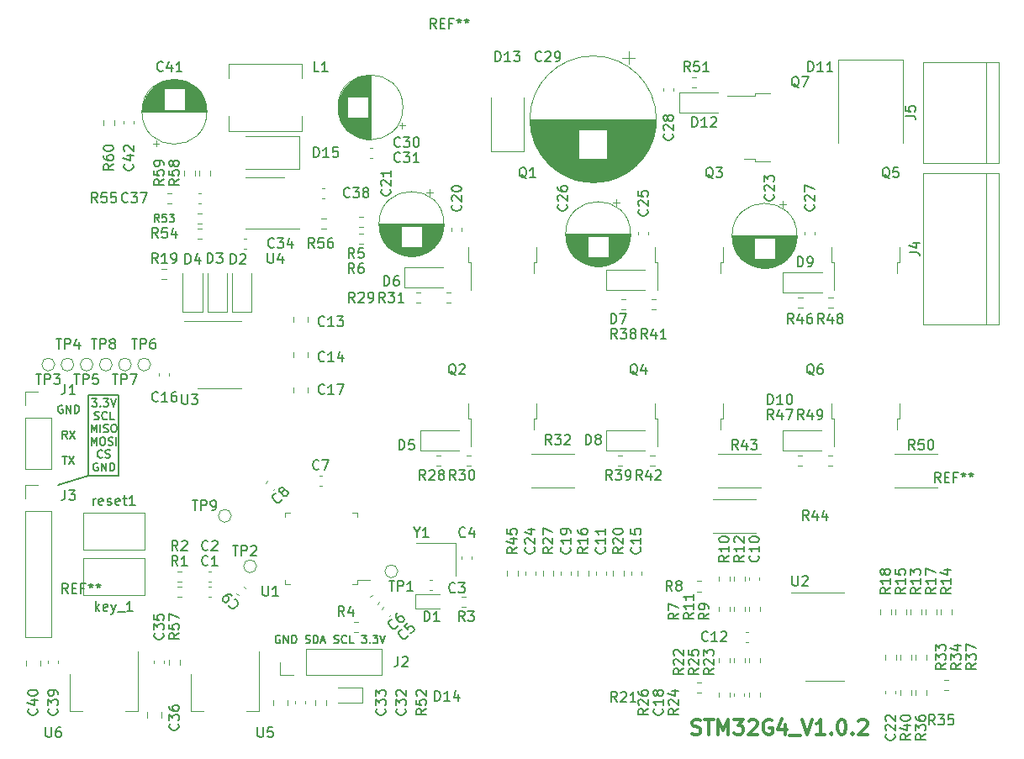
<source format=gbr>
%TF.GenerationSoftware,KiCad,Pcbnew,(6.0.4)*%
%TF.CreationDate,2023-07-08T23:20:56+08:00*%
%TF.ProjectId,STM32G431CBT6,53544d33-3247-4343-9331-434254362e6b,rev?*%
%TF.SameCoordinates,Original*%
%TF.FileFunction,Legend,Top*%
%TF.FilePolarity,Positive*%
%FSLAX46Y46*%
G04 Gerber Fmt 4.6, Leading zero omitted, Abs format (unit mm)*
G04 Created by KiCad (PCBNEW (6.0.4)) date 2023-07-08 23:20:56*
%MOMM*%
%LPD*%
G01*
G04 APERTURE LIST*
%ADD10C,0.150000*%
%ADD11C,0.300000*%
%ADD12C,0.120000*%
G04 APERTURE END LIST*
D10*
X75184000Y-104080000D02*
X78232000Y-103124000D01*
X78232000Y-94996000D02*
X81280000Y-94996000D01*
X81280000Y-94996000D02*
X81280000Y-103124000D01*
X81280000Y-103124000D02*
X78232000Y-103124000D01*
X78232000Y-103124000D02*
X78232000Y-94996000D01*
X97494159Y-119243131D02*
X97417969Y-119205035D01*
X97303683Y-119205035D01*
X97189398Y-119243131D01*
X97113207Y-119319321D01*
X97075112Y-119395511D01*
X97037017Y-119547892D01*
X97037017Y-119662178D01*
X97075112Y-119814559D01*
X97113207Y-119890750D01*
X97189398Y-119966940D01*
X97303683Y-120005035D01*
X97379874Y-120005035D01*
X97494159Y-119966940D01*
X97532255Y-119928845D01*
X97532255Y-119662178D01*
X97379874Y-119662178D01*
X97875112Y-120005035D02*
X97875112Y-119205035D01*
X98332255Y-120005035D01*
X98332255Y-119205035D01*
X98713207Y-120005035D02*
X98713207Y-119205035D01*
X98903683Y-119205035D01*
X99017969Y-119243131D01*
X99094159Y-119319321D01*
X99132255Y-119395511D01*
X99170350Y-119547892D01*
X99170350Y-119662178D01*
X99132255Y-119814559D01*
X99094159Y-119890750D01*
X99017969Y-119966940D01*
X98903683Y-120005035D01*
X98713207Y-120005035D01*
X100084636Y-119966940D02*
X100198921Y-120005035D01*
X100389398Y-120005035D01*
X100465588Y-119966940D01*
X100503683Y-119928845D01*
X100541779Y-119852654D01*
X100541779Y-119776464D01*
X100503683Y-119700273D01*
X100465588Y-119662178D01*
X100389398Y-119624083D01*
X100237017Y-119585988D01*
X100160826Y-119547892D01*
X100122731Y-119509797D01*
X100084636Y-119433607D01*
X100084636Y-119357416D01*
X100122731Y-119281226D01*
X100160826Y-119243131D01*
X100237017Y-119205035D01*
X100427493Y-119205035D01*
X100541779Y-119243131D01*
X100884636Y-120005035D02*
X100884636Y-119205035D01*
X101075112Y-119205035D01*
X101189398Y-119243131D01*
X101265588Y-119319321D01*
X101303683Y-119395511D01*
X101341779Y-119547892D01*
X101341779Y-119662178D01*
X101303683Y-119814559D01*
X101265588Y-119890750D01*
X101189398Y-119966940D01*
X101075112Y-120005035D01*
X100884636Y-120005035D01*
X101646540Y-119776464D02*
X102027493Y-119776464D01*
X101570350Y-120005035D02*
X101837017Y-119205035D01*
X102103683Y-120005035D01*
X102941779Y-119966940D02*
X103056064Y-120005035D01*
X103246540Y-120005035D01*
X103322731Y-119966940D01*
X103360826Y-119928845D01*
X103398921Y-119852654D01*
X103398921Y-119776464D01*
X103360826Y-119700273D01*
X103322731Y-119662178D01*
X103246540Y-119624083D01*
X103094159Y-119585988D01*
X103017969Y-119547892D01*
X102979874Y-119509797D01*
X102941779Y-119433607D01*
X102941779Y-119357416D01*
X102979874Y-119281226D01*
X103017969Y-119243131D01*
X103094159Y-119205035D01*
X103284636Y-119205035D01*
X103398921Y-119243131D01*
X104198921Y-119928845D02*
X104160826Y-119966940D01*
X104046540Y-120005035D01*
X103970350Y-120005035D01*
X103856064Y-119966940D01*
X103779874Y-119890750D01*
X103741779Y-119814559D01*
X103703683Y-119662178D01*
X103703683Y-119547892D01*
X103741779Y-119395511D01*
X103779874Y-119319321D01*
X103856064Y-119243131D01*
X103970350Y-119205035D01*
X104046540Y-119205035D01*
X104160826Y-119243131D01*
X104198921Y-119281226D01*
X104922731Y-120005035D02*
X104541779Y-120005035D01*
X104541779Y-119205035D01*
X105722731Y-119205035D02*
X106217969Y-119205035D01*
X105951302Y-119509797D01*
X106065588Y-119509797D01*
X106141779Y-119547892D01*
X106179874Y-119585988D01*
X106217969Y-119662178D01*
X106217969Y-119852654D01*
X106179874Y-119928845D01*
X106141779Y-119966940D01*
X106065588Y-120005035D01*
X105837017Y-120005035D01*
X105760826Y-119966940D01*
X105722731Y-119928845D01*
X106560826Y-119928845D02*
X106598921Y-119966940D01*
X106560826Y-120005035D01*
X106522731Y-119966940D01*
X106560826Y-119928845D01*
X106560826Y-120005035D01*
X106865588Y-119205035D02*
X107360826Y-119205035D01*
X107094159Y-119509797D01*
X107208445Y-119509797D01*
X107284636Y-119547892D01*
X107322731Y-119585988D01*
X107360826Y-119662178D01*
X107360826Y-119852654D01*
X107322731Y-119928845D01*
X107284636Y-119966940D01*
X107208445Y-120005035D01*
X106979874Y-120005035D01*
X106903683Y-119966940D01*
X106865588Y-119928845D01*
X107589398Y-119205035D02*
X107856064Y-120005035D01*
X108122731Y-119205035D01*
X78575047Y-95401904D02*
X79070285Y-95401904D01*
X78803619Y-95706666D01*
X78917904Y-95706666D01*
X78994095Y-95744761D01*
X79032190Y-95782857D01*
X79070285Y-95859047D01*
X79070285Y-96049523D01*
X79032190Y-96125714D01*
X78994095Y-96163809D01*
X78917904Y-96201904D01*
X78689333Y-96201904D01*
X78613142Y-96163809D01*
X78575047Y-96125714D01*
X79413142Y-96125714D02*
X79451238Y-96163809D01*
X79413142Y-96201904D01*
X79375047Y-96163809D01*
X79413142Y-96125714D01*
X79413142Y-96201904D01*
X79717904Y-95401904D02*
X80213142Y-95401904D01*
X79946476Y-95706666D01*
X80060761Y-95706666D01*
X80136952Y-95744761D01*
X80175047Y-95782857D01*
X80213142Y-95859047D01*
X80213142Y-96049523D01*
X80175047Y-96125714D01*
X80136952Y-96163809D01*
X80060761Y-96201904D01*
X79832190Y-96201904D01*
X79756000Y-96163809D01*
X79717904Y-96125714D01*
X80441714Y-95401904D02*
X80708380Y-96201904D01*
X80975047Y-95401904D01*
X78803619Y-97451809D02*
X78917904Y-97489904D01*
X79108380Y-97489904D01*
X79184571Y-97451809D01*
X79222666Y-97413714D01*
X79260761Y-97337523D01*
X79260761Y-97261333D01*
X79222666Y-97185142D01*
X79184571Y-97147047D01*
X79108380Y-97108952D01*
X78956000Y-97070857D01*
X78879809Y-97032761D01*
X78841714Y-96994666D01*
X78803619Y-96918476D01*
X78803619Y-96842285D01*
X78841714Y-96766095D01*
X78879809Y-96728000D01*
X78956000Y-96689904D01*
X79146476Y-96689904D01*
X79260761Y-96728000D01*
X80060761Y-97413714D02*
X80022666Y-97451809D01*
X79908380Y-97489904D01*
X79832190Y-97489904D01*
X79717904Y-97451809D01*
X79641714Y-97375619D01*
X79603619Y-97299428D01*
X79565523Y-97147047D01*
X79565523Y-97032761D01*
X79603619Y-96880380D01*
X79641714Y-96804190D01*
X79717904Y-96728000D01*
X79832190Y-96689904D01*
X79908380Y-96689904D01*
X80022666Y-96728000D01*
X80060761Y-96766095D01*
X80784571Y-97489904D02*
X80403619Y-97489904D01*
X80403619Y-96689904D01*
X78498857Y-98777904D02*
X78498857Y-97977904D01*
X78765523Y-98549333D01*
X79032190Y-97977904D01*
X79032190Y-98777904D01*
X79413142Y-98777904D02*
X79413142Y-97977904D01*
X79756000Y-98739809D02*
X79870285Y-98777904D01*
X80060761Y-98777904D01*
X80136952Y-98739809D01*
X80175047Y-98701714D01*
X80213142Y-98625523D01*
X80213142Y-98549333D01*
X80175047Y-98473142D01*
X80136952Y-98435047D01*
X80060761Y-98396952D01*
X79908380Y-98358857D01*
X79832190Y-98320761D01*
X79794095Y-98282666D01*
X79756000Y-98206476D01*
X79756000Y-98130285D01*
X79794095Y-98054095D01*
X79832190Y-98016000D01*
X79908380Y-97977904D01*
X80098857Y-97977904D01*
X80213142Y-98016000D01*
X80708380Y-97977904D02*
X80860761Y-97977904D01*
X80936952Y-98016000D01*
X81013142Y-98092190D01*
X81051238Y-98244571D01*
X81051238Y-98511238D01*
X81013142Y-98663619D01*
X80936952Y-98739809D01*
X80860761Y-98777904D01*
X80708380Y-98777904D01*
X80632190Y-98739809D01*
X80556000Y-98663619D01*
X80517904Y-98511238D01*
X80517904Y-98244571D01*
X80556000Y-98092190D01*
X80632190Y-98016000D01*
X80708380Y-97977904D01*
X78498857Y-100065904D02*
X78498857Y-99265904D01*
X78765523Y-99837333D01*
X79032190Y-99265904D01*
X79032190Y-100065904D01*
X79565523Y-99265904D02*
X79717904Y-99265904D01*
X79794095Y-99304000D01*
X79870285Y-99380190D01*
X79908380Y-99532571D01*
X79908380Y-99799238D01*
X79870285Y-99951619D01*
X79794095Y-100027809D01*
X79717904Y-100065904D01*
X79565523Y-100065904D01*
X79489333Y-100027809D01*
X79413142Y-99951619D01*
X79375047Y-99799238D01*
X79375047Y-99532571D01*
X79413142Y-99380190D01*
X79489333Y-99304000D01*
X79565523Y-99265904D01*
X80213142Y-100027809D02*
X80327428Y-100065904D01*
X80517904Y-100065904D01*
X80594095Y-100027809D01*
X80632190Y-99989714D01*
X80670285Y-99913523D01*
X80670285Y-99837333D01*
X80632190Y-99761142D01*
X80594095Y-99723047D01*
X80517904Y-99684952D01*
X80365523Y-99646857D01*
X80289333Y-99608761D01*
X80251238Y-99570666D01*
X80213142Y-99494476D01*
X80213142Y-99418285D01*
X80251238Y-99342095D01*
X80289333Y-99304000D01*
X80365523Y-99265904D01*
X80556000Y-99265904D01*
X80670285Y-99304000D01*
X81013142Y-100065904D02*
X81013142Y-99265904D01*
X79622666Y-101277714D02*
X79584571Y-101315809D01*
X79470285Y-101353904D01*
X79394095Y-101353904D01*
X79279809Y-101315809D01*
X79203619Y-101239619D01*
X79165523Y-101163428D01*
X79127428Y-101011047D01*
X79127428Y-100896761D01*
X79165523Y-100744380D01*
X79203619Y-100668190D01*
X79279809Y-100592000D01*
X79394095Y-100553904D01*
X79470285Y-100553904D01*
X79584571Y-100592000D01*
X79622666Y-100630095D01*
X79927428Y-101315809D02*
X80041714Y-101353904D01*
X80232190Y-101353904D01*
X80308380Y-101315809D01*
X80346476Y-101277714D01*
X80384571Y-101201523D01*
X80384571Y-101125333D01*
X80346476Y-101049142D01*
X80308380Y-101011047D01*
X80232190Y-100972952D01*
X80079809Y-100934857D01*
X80003619Y-100896761D01*
X79965523Y-100858666D01*
X79927428Y-100782476D01*
X79927428Y-100706285D01*
X79965523Y-100630095D01*
X80003619Y-100592000D01*
X80079809Y-100553904D01*
X80270285Y-100553904D01*
X80384571Y-100592000D01*
X79146476Y-101880000D02*
X79070285Y-101841904D01*
X78956000Y-101841904D01*
X78841714Y-101880000D01*
X78765523Y-101956190D01*
X78727428Y-102032380D01*
X78689333Y-102184761D01*
X78689333Y-102299047D01*
X78727428Y-102451428D01*
X78765523Y-102527619D01*
X78841714Y-102603809D01*
X78956000Y-102641904D01*
X79032190Y-102641904D01*
X79146476Y-102603809D01*
X79184571Y-102565714D01*
X79184571Y-102299047D01*
X79032190Y-102299047D01*
X79527428Y-102641904D02*
X79527428Y-101841904D01*
X79984571Y-102641904D01*
X79984571Y-101841904D01*
X80365523Y-102641904D02*
X80365523Y-101841904D01*
X80556000Y-101841904D01*
X80670285Y-101880000D01*
X80746476Y-101956190D01*
X80784571Y-102032380D01*
X80822666Y-102184761D01*
X80822666Y-102299047D01*
X80784571Y-102451428D01*
X80746476Y-102527619D01*
X80670285Y-102603809D01*
X80556000Y-102641904D01*
X80365523Y-102641904D01*
X75590476Y-96084000D02*
X75514285Y-96045904D01*
X75400000Y-96045904D01*
X75285714Y-96084000D01*
X75209523Y-96160190D01*
X75171428Y-96236380D01*
X75133333Y-96388761D01*
X75133333Y-96503047D01*
X75171428Y-96655428D01*
X75209523Y-96731619D01*
X75285714Y-96807809D01*
X75400000Y-96845904D01*
X75476190Y-96845904D01*
X75590476Y-96807809D01*
X75628571Y-96769714D01*
X75628571Y-96503047D01*
X75476190Y-96503047D01*
X75971428Y-96845904D02*
X75971428Y-96045904D01*
X76428571Y-96845904D01*
X76428571Y-96045904D01*
X76809523Y-96845904D02*
X76809523Y-96045904D01*
X77000000Y-96045904D01*
X77114285Y-96084000D01*
X77190476Y-96160190D01*
X77228571Y-96236380D01*
X77266666Y-96388761D01*
X77266666Y-96503047D01*
X77228571Y-96655428D01*
X77190476Y-96731619D01*
X77114285Y-96807809D01*
X77000000Y-96845904D01*
X76809523Y-96845904D01*
X76066666Y-99421904D02*
X75800000Y-99040952D01*
X75609523Y-99421904D02*
X75609523Y-98621904D01*
X75914285Y-98621904D01*
X75990476Y-98660000D01*
X76028571Y-98698095D01*
X76066666Y-98774285D01*
X76066666Y-98888571D01*
X76028571Y-98964761D01*
X75990476Y-99002857D01*
X75914285Y-99040952D01*
X75609523Y-99040952D01*
X76333333Y-98621904D02*
X76866666Y-99421904D01*
X76866666Y-98621904D02*
X76333333Y-99421904D01*
X75590476Y-101197904D02*
X76047619Y-101197904D01*
X75819047Y-101997904D02*
X75819047Y-101197904D01*
X76238095Y-101197904D02*
X76771428Y-101997904D01*
X76771428Y-101197904D02*
X76238095Y-101997904D01*
D11*
X139006571Y-129131142D02*
X139220857Y-129202571D01*
X139578000Y-129202571D01*
X139720857Y-129131142D01*
X139792285Y-129059714D01*
X139863714Y-128916857D01*
X139863714Y-128774000D01*
X139792285Y-128631142D01*
X139720857Y-128559714D01*
X139578000Y-128488285D01*
X139292285Y-128416857D01*
X139149428Y-128345428D01*
X139078000Y-128274000D01*
X139006571Y-128131142D01*
X139006571Y-127988285D01*
X139078000Y-127845428D01*
X139149428Y-127774000D01*
X139292285Y-127702571D01*
X139649428Y-127702571D01*
X139863714Y-127774000D01*
X140292285Y-127702571D02*
X141149428Y-127702571D01*
X140720857Y-129202571D02*
X140720857Y-127702571D01*
X141649428Y-129202571D02*
X141649428Y-127702571D01*
X142149428Y-128774000D01*
X142649428Y-127702571D01*
X142649428Y-129202571D01*
X143220857Y-127702571D02*
X144149428Y-127702571D01*
X143649428Y-128274000D01*
X143863714Y-128274000D01*
X144006571Y-128345428D01*
X144078000Y-128416857D01*
X144149428Y-128559714D01*
X144149428Y-128916857D01*
X144078000Y-129059714D01*
X144006571Y-129131142D01*
X143863714Y-129202571D01*
X143435142Y-129202571D01*
X143292285Y-129131142D01*
X143220857Y-129059714D01*
X144720857Y-127845428D02*
X144792285Y-127774000D01*
X144935142Y-127702571D01*
X145292285Y-127702571D01*
X145435142Y-127774000D01*
X145506571Y-127845428D01*
X145578000Y-127988285D01*
X145578000Y-128131142D01*
X145506571Y-128345428D01*
X144649428Y-129202571D01*
X145578000Y-129202571D01*
X147006571Y-127774000D02*
X146863714Y-127702571D01*
X146649428Y-127702571D01*
X146435142Y-127774000D01*
X146292285Y-127916857D01*
X146220857Y-128059714D01*
X146149428Y-128345428D01*
X146149428Y-128559714D01*
X146220857Y-128845428D01*
X146292285Y-128988285D01*
X146435142Y-129131142D01*
X146649428Y-129202571D01*
X146792285Y-129202571D01*
X147006571Y-129131142D01*
X147078000Y-129059714D01*
X147078000Y-128559714D01*
X146792285Y-128559714D01*
X148363714Y-128202571D02*
X148363714Y-129202571D01*
X148006571Y-127631142D02*
X147649428Y-128702571D01*
X148578000Y-128702571D01*
X148792285Y-129345428D02*
X149935142Y-129345428D01*
X150078000Y-127702571D02*
X150578000Y-129202571D01*
X151078000Y-127702571D01*
X152363714Y-129202571D02*
X151506571Y-129202571D01*
X151935142Y-129202571D02*
X151935142Y-127702571D01*
X151792285Y-127916857D01*
X151649428Y-128059714D01*
X151506571Y-128131142D01*
X153006571Y-129059714D02*
X153078000Y-129131142D01*
X153006571Y-129202571D01*
X152935142Y-129131142D01*
X153006571Y-129059714D01*
X153006571Y-129202571D01*
X154006571Y-127702571D02*
X154149428Y-127702571D01*
X154292285Y-127774000D01*
X154363714Y-127845428D01*
X154435142Y-127988285D01*
X154506571Y-128274000D01*
X154506571Y-128631142D01*
X154435142Y-128916857D01*
X154363714Y-129059714D01*
X154292285Y-129131142D01*
X154149428Y-129202571D01*
X154006571Y-129202571D01*
X153863714Y-129131142D01*
X153792285Y-129059714D01*
X153720857Y-128916857D01*
X153649428Y-128631142D01*
X153649428Y-128274000D01*
X153720857Y-127988285D01*
X153792285Y-127845428D01*
X153863714Y-127774000D01*
X154006571Y-127702571D01*
X155149428Y-129059714D02*
X155220857Y-129131142D01*
X155149428Y-129202571D01*
X155078000Y-129131142D01*
X155149428Y-129059714D01*
X155149428Y-129202571D01*
X155792285Y-127845428D02*
X155863714Y-127774000D01*
X156006571Y-127702571D01*
X156363714Y-127702571D01*
X156506571Y-127774000D01*
X156578000Y-127845428D01*
X156649428Y-127988285D01*
X156649428Y-128131142D01*
X156578000Y-128345428D01*
X155720857Y-129202571D01*
X156649428Y-129202571D01*
D10*
%TO.C,REF\u002A\u002A*%
X113220666Y-58110380D02*
X112887333Y-57634190D01*
X112649238Y-58110380D02*
X112649238Y-57110380D01*
X113030190Y-57110380D01*
X113125428Y-57158000D01*
X113173047Y-57205619D01*
X113220666Y-57300857D01*
X113220666Y-57443714D01*
X113173047Y-57538952D01*
X113125428Y-57586571D01*
X113030190Y-57634190D01*
X112649238Y-57634190D01*
X113649238Y-57586571D02*
X113982571Y-57586571D01*
X114125428Y-58110380D02*
X113649238Y-58110380D01*
X113649238Y-57110380D01*
X114125428Y-57110380D01*
X114887333Y-57586571D02*
X114554000Y-57586571D01*
X114554000Y-58110380D02*
X114554000Y-57110380D01*
X115030190Y-57110380D01*
X115554000Y-57110380D02*
X115554000Y-57348476D01*
X115315904Y-57253238D02*
X115554000Y-57348476D01*
X115792095Y-57253238D01*
X115411142Y-57538952D02*
X115554000Y-57348476D01*
X115696857Y-57538952D01*
X116315904Y-57110380D02*
X116315904Y-57348476D01*
X116077809Y-57253238D02*
X116315904Y-57348476D01*
X116554000Y-57253238D01*
X116173047Y-57538952D02*
X116315904Y-57348476D01*
X116458761Y-57538952D01*
X164020666Y-103830380D02*
X163687333Y-103354190D01*
X163449238Y-103830380D02*
X163449238Y-102830380D01*
X163830190Y-102830380D01*
X163925428Y-102878000D01*
X163973047Y-102925619D01*
X164020666Y-103020857D01*
X164020666Y-103163714D01*
X163973047Y-103258952D01*
X163925428Y-103306571D01*
X163830190Y-103354190D01*
X163449238Y-103354190D01*
X164449238Y-103306571D02*
X164782571Y-103306571D01*
X164925428Y-103830380D02*
X164449238Y-103830380D01*
X164449238Y-102830380D01*
X164925428Y-102830380D01*
X165687333Y-103306571D02*
X165354000Y-103306571D01*
X165354000Y-103830380D02*
X165354000Y-102830380D01*
X165830190Y-102830380D01*
X166354000Y-102830380D02*
X166354000Y-103068476D01*
X166115904Y-102973238D02*
X166354000Y-103068476D01*
X166592095Y-102973238D01*
X166211142Y-103258952D02*
X166354000Y-103068476D01*
X166496857Y-103258952D01*
X167115904Y-102830380D02*
X167115904Y-103068476D01*
X166877809Y-102973238D02*
X167115904Y-103068476D01*
X167354000Y-102973238D01*
X166973047Y-103258952D02*
X167115904Y-103068476D01*
X167258761Y-103258952D01*
X76136666Y-115006380D02*
X75803333Y-114530190D01*
X75565238Y-115006380D02*
X75565238Y-114006380D01*
X75946190Y-114006380D01*
X76041428Y-114054000D01*
X76089047Y-114101619D01*
X76136666Y-114196857D01*
X76136666Y-114339714D01*
X76089047Y-114434952D01*
X76041428Y-114482571D01*
X75946190Y-114530190D01*
X75565238Y-114530190D01*
X76565238Y-114482571D02*
X76898571Y-114482571D01*
X77041428Y-115006380D02*
X76565238Y-115006380D01*
X76565238Y-114006380D01*
X77041428Y-114006380D01*
X77803333Y-114482571D02*
X77470000Y-114482571D01*
X77470000Y-115006380D02*
X77470000Y-114006380D01*
X77946190Y-114006380D01*
X78470000Y-114006380D02*
X78470000Y-114244476D01*
X78231904Y-114149238D02*
X78470000Y-114244476D01*
X78708095Y-114149238D01*
X78327142Y-114434952D02*
X78470000Y-114244476D01*
X78612857Y-114434952D01*
X79231904Y-114006380D02*
X79231904Y-114244476D01*
X78993809Y-114149238D02*
X79231904Y-114244476D01*
X79470000Y-114149238D01*
X79089047Y-114434952D02*
X79231904Y-114244476D01*
X79374761Y-114434952D01*
%TO.C,C25*%
X134469142Y-76334857D02*
X134516761Y-76382476D01*
X134564380Y-76525333D01*
X134564380Y-76620571D01*
X134516761Y-76763428D01*
X134421523Y-76858666D01*
X134326285Y-76906285D01*
X134135809Y-76953904D01*
X133992952Y-76953904D01*
X133802476Y-76906285D01*
X133707238Y-76858666D01*
X133612000Y-76763428D01*
X133564380Y-76620571D01*
X133564380Y-76525333D01*
X133612000Y-76382476D01*
X133659619Y-76334857D01*
X133659619Y-75953904D02*
X133612000Y-75906285D01*
X133564380Y-75811047D01*
X133564380Y-75572952D01*
X133612000Y-75477714D01*
X133659619Y-75430095D01*
X133754857Y-75382476D01*
X133850095Y-75382476D01*
X133992952Y-75430095D01*
X134564380Y-76001523D01*
X134564380Y-75382476D01*
X133564380Y-74477714D02*
X133564380Y-74953904D01*
X134040571Y-75001523D01*
X133992952Y-74953904D01*
X133945333Y-74858666D01*
X133945333Y-74620571D01*
X133992952Y-74525333D01*
X134040571Y-74477714D01*
X134135809Y-74430095D01*
X134373904Y-74430095D01*
X134469142Y-74477714D01*
X134516761Y-74525333D01*
X134564380Y-74620571D01*
X134564380Y-74858666D01*
X134516761Y-74953904D01*
X134469142Y-75001523D01*
%TO.C,J5*%
X160488380Y-66881333D02*
X161202666Y-66881333D01*
X161345523Y-66928952D01*
X161440761Y-67024190D01*
X161488380Y-67167047D01*
X161488380Y-67262285D01*
X160488380Y-65928952D02*
X160488380Y-66405142D01*
X160964571Y-66452761D01*
X160916952Y-66405142D01*
X160869333Y-66309904D01*
X160869333Y-66071809D01*
X160916952Y-65976571D01*
X160964571Y-65928952D01*
X161059809Y-65881333D01*
X161297904Y-65881333D01*
X161393142Y-65928952D01*
X161440761Y-65976571D01*
X161488380Y-66071809D01*
X161488380Y-66309904D01*
X161440761Y-66405142D01*
X161393142Y-66452761D01*
%TO.C,R40*%
X160980380Y-129166857D02*
X160504190Y-129500190D01*
X160980380Y-129738285D02*
X159980380Y-129738285D01*
X159980380Y-129357333D01*
X160028000Y-129262095D01*
X160075619Y-129214476D01*
X160170857Y-129166857D01*
X160313714Y-129166857D01*
X160408952Y-129214476D01*
X160456571Y-129262095D01*
X160504190Y-129357333D01*
X160504190Y-129738285D01*
X160313714Y-128309714D02*
X160980380Y-128309714D01*
X159932761Y-128547809D02*
X160647047Y-128785904D01*
X160647047Y-128166857D01*
X159980380Y-127595428D02*
X159980380Y-127500190D01*
X160028000Y-127404952D01*
X160075619Y-127357333D01*
X160170857Y-127309714D01*
X160361333Y-127262095D01*
X160599428Y-127262095D01*
X160789904Y-127309714D01*
X160885142Y-127357333D01*
X160932761Y-127404952D01*
X160980380Y-127500190D01*
X160980380Y-127595428D01*
X160932761Y-127690666D01*
X160885142Y-127738285D01*
X160789904Y-127785904D01*
X160599428Y-127833523D01*
X160361333Y-127833523D01*
X160170857Y-127785904D01*
X160075619Y-127738285D01*
X160028000Y-127690666D01*
X159980380Y-127595428D01*
%TO.C,D6*%
X107973904Y-84010380D02*
X107973904Y-83010380D01*
X108212000Y-83010380D01*
X108354857Y-83058000D01*
X108450095Y-83153238D01*
X108497714Y-83248476D01*
X108545333Y-83438952D01*
X108545333Y-83581809D01*
X108497714Y-83772285D01*
X108450095Y-83867523D01*
X108354857Y-83962761D01*
X108212000Y-84010380D01*
X107973904Y-84010380D01*
X109402476Y-83010380D02*
X109212000Y-83010380D01*
X109116761Y-83058000D01*
X109069142Y-83105619D01*
X108973904Y-83248476D01*
X108926285Y-83438952D01*
X108926285Y-83819904D01*
X108973904Y-83915142D01*
X109021523Y-83962761D01*
X109116761Y-84010380D01*
X109307238Y-84010380D01*
X109402476Y-83962761D01*
X109450095Y-83915142D01*
X109497714Y-83819904D01*
X109497714Y-83581809D01*
X109450095Y-83486571D01*
X109402476Y-83438952D01*
X109307238Y-83391333D01*
X109116761Y-83391333D01*
X109021523Y-83438952D01*
X108973904Y-83486571D01*
X108926285Y-83581809D01*
%TO.C,C10*%
X145645142Y-111189617D02*
X145692761Y-111237236D01*
X145740380Y-111380093D01*
X145740380Y-111475331D01*
X145692761Y-111618188D01*
X145597523Y-111713426D01*
X145502285Y-111761045D01*
X145311809Y-111808664D01*
X145168952Y-111808664D01*
X144978476Y-111761045D01*
X144883238Y-111713426D01*
X144788000Y-111618188D01*
X144740380Y-111475331D01*
X144740380Y-111380093D01*
X144788000Y-111237236D01*
X144835619Y-111189617D01*
X145740380Y-110237236D02*
X145740380Y-110808664D01*
X145740380Y-110522950D02*
X144740380Y-110522950D01*
X144883238Y-110618188D01*
X144978476Y-110713426D01*
X145026095Y-110808664D01*
X144740380Y-109618188D02*
X144740380Y-109522950D01*
X144788000Y-109427712D01*
X144835619Y-109380093D01*
X144930857Y-109332474D01*
X145121333Y-109284855D01*
X145359428Y-109284855D01*
X145549904Y-109332474D01*
X145645142Y-109380093D01*
X145692761Y-109427712D01*
X145740380Y-109522950D01*
X145740380Y-109618188D01*
X145692761Y-109713426D01*
X145645142Y-109761045D01*
X145549904Y-109808664D01*
X145359428Y-109856283D01*
X145121333Y-109856283D01*
X144930857Y-109808664D01*
X144835619Y-109761045D01*
X144788000Y-109713426D01*
X144740380Y-109618188D01*
%TO.C,R4*%
X103973333Y-117292380D02*
X103640000Y-116816190D01*
X103401904Y-117292380D02*
X103401904Y-116292380D01*
X103782857Y-116292380D01*
X103878095Y-116340000D01*
X103925714Y-116387619D01*
X103973333Y-116482857D01*
X103973333Y-116625714D01*
X103925714Y-116720952D01*
X103878095Y-116768571D01*
X103782857Y-116816190D01*
X103401904Y-116816190D01*
X104830476Y-116625714D02*
X104830476Y-117292380D01*
X104592380Y-116244761D02*
X104354285Y-116959047D01*
X104973333Y-116959047D01*
%TO.C,D8*%
X128293904Y-100020380D02*
X128293904Y-99020380D01*
X128532000Y-99020380D01*
X128674857Y-99068000D01*
X128770095Y-99163238D01*
X128817714Y-99258476D01*
X128865333Y-99448952D01*
X128865333Y-99591809D01*
X128817714Y-99782285D01*
X128770095Y-99877523D01*
X128674857Y-99972761D01*
X128532000Y-100020380D01*
X128293904Y-100020380D01*
X129436761Y-99448952D02*
X129341523Y-99401333D01*
X129293904Y-99353714D01*
X129246285Y-99258476D01*
X129246285Y-99210857D01*
X129293904Y-99115619D01*
X129341523Y-99068000D01*
X129436761Y-99020380D01*
X129627238Y-99020380D01*
X129722476Y-99068000D01*
X129770095Y-99115619D01*
X129817714Y-99210857D01*
X129817714Y-99258476D01*
X129770095Y-99353714D01*
X129722476Y-99401333D01*
X129627238Y-99448952D01*
X129436761Y-99448952D01*
X129341523Y-99496571D01*
X129293904Y-99544190D01*
X129246285Y-99639428D01*
X129246285Y-99829904D01*
X129293904Y-99925142D01*
X129341523Y-99972761D01*
X129436761Y-100020380D01*
X129627238Y-100020380D01*
X129722476Y-99972761D01*
X129770095Y-99925142D01*
X129817714Y-99829904D01*
X129817714Y-99639428D01*
X129770095Y-99544190D01*
X129722476Y-99496571D01*
X129627238Y-99448952D01*
%TO.C,C6*%
X109354687Y-118226389D02*
X109354687Y-118293732D01*
X109287343Y-118428419D01*
X109220000Y-118495763D01*
X109085312Y-118563106D01*
X108950625Y-118563106D01*
X108849610Y-118529435D01*
X108681251Y-118428419D01*
X108580236Y-118327404D01*
X108479221Y-118159045D01*
X108445549Y-118058030D01*
X108445549Y-117923343D01*
X108512893Y-117788656D01*
X108580236Y-117721312D01*
X108714923Y-117653969D01*
X108782267Y-117653969D01*
X109321015Y-116980534D02*
X109186328Y-117115221D01*
X109152656Y-117216236D01*
X109152656Y-117283580D01*
X109186328Y-117451938D01*
X109287343Y-117620297D01*
X109556717Y-117889671D01*
X109657732Y-117923343D01*
X109725076Y-117923343D01*
X109826091Y-117889671D01*
X109960778Y-117754984D01*
X109994450Y-117653969D01*
X109994450Y-117586625D01*
X109960778Y-117485610D01*
X109792419Y-117317251D01*
X109691404Y-117283580D01*
X109624061Y-117283580D01*
X109523045Y-117317251D01*
X109388358Y-117451938D01*
X109354687Y-117552954D01*
X109354687Y-117620297D01*
X109388358Y-117721312D01*
%TO.C,R52*%
X112212380Y-126626857D02*
X111736190Y-126960190D01*
X112212380Y-127198285D02*
X111212380Y-127198285D01*
X111212380Y-126817333D01*
X111260000Y-126722095D01*
X111307619Y-126674476D01*
X111402857Y-126626857D01*
X111545714Y-126626857D01*
X111640952Y-126674476D01*
X111688571Y-126722095D01*
X111736190Y-126817333D01*
X111736190Y-127198285D01*
X111212380Y-125722095D02*
X111212380Y-126198285D01*
X111688571Y-126245904D01*
X111640952Y-126198285D01*
X111593333Y-126103047D01*
X111593333Y-125864952D01*
X111640952Y-125769714D01*
X111688571Y-125722095D01*
X111783809Y-125674476D01*
X112021904Y-125674476D01*
X112117142Y-125722095D01*
X112164761Y-125769714D01*
X112212380Y-125864952D01*
X112212380Y-126103047D01*
X112164761Y-126198285D01*
X112117142Y-126245904D01*
X111307619Y-125293523D02*
X111260000Y-125245904D01*
X111212380Y-125150666D01*
X111212380Y-124912571D01*
X111260000Y-124817333D01*
X111307619Y-124769714D01*
X111402857Y-124722095D01*
X111498095Y-124722095D01*
X111640952Y-124769714D01*
X112212380Y-125341142D01*
X112212380Y-124722095D01*
%TO.C,R31*%
X108069142Y-85670380D02*
X107735809Y-85194190D01*
X107497714Y-85670380D02*
X107497714Y-84670380D01*
X107878666Y-84670380D01*
X107973904Y-84718000D01*
X108021523Y-84765619D01*
X108069142Y-84860857D01*
X108069142Y-85003714D01*
X108021523Y-85098952D01*
X107973904Y-85146571D01*
X107878666Y-85194190D01*
X107497714Y-85194190D01*
X108402476Y-84670380D02*
X109021523Y-84670380D01*
X108688190Y-85051333D01*
X108831047Y-85051333D01*
X108926285Y-85098952D01*
X108973904Y-85146571D01*
X109021523Y-85241809D01*
X109021523Y-85479904D01*
X108973904Y-85575142D01*
X108926285Y-85622761D01*
X108831047Y-85670380D01*
X108545333Y-85670380D01*
X108450095Y-85622761D01*
X108402476Y-85575142D01*
X109973904Y-85670380D02*
X109402476Y-85670380D01*
X109688190Y-85670380D02*
X109688190Y-84670380D01*
X109592952Y-84813238D01*
X109497714Y-84908476D01*
X109402476Y-84956095D01*
%TO.C,TP7*%
X80627695Y-92924380D02*
X81199123Y-92924380D01*
X80913409Y-93924380D02*
X80913409Y-92924380D01*
X81532457Y-93924380D02*
X81532457Y-92924380D01*
X81913409Y-92924380D01*
X82008647Y-92972000D01*
X82056266Y-93019619D01*
X82103885Y-93114857D01*
X82103885Y-93257714D01*
X82056266Y-93352952D01*
X82008647Y-93400571D01*
X81913409Y-93448190D01*
X81532457Y-93448190D01*
X82437219Y-92924380D02*
X83103885Y-92924380D01*
X82675314Y-93924380D01*
%TO.C,D1*%
X112037904Y-117800380D02*
X112037904Y-116800380D01*
X112276000Y-116800380D01*
X112418857Y-116848000D01*
X112514095Y-116943238D01*
X112561714Y-117038476D01*
X112609333Y-117228952D01*
X112609333Y-117371809D01*
X112561714Y-117562285D01*
X112514095Y-117657523D01*
X112418857Y-117752761D01*
X112276000Y-117800380D01*
X112037904Y-117800380D01*
X113561714Y-117800380D02*
X112990285Y-117800380D01*
X113276000Y-117800380D02*
X113276000Y-116800380D01*
X113180761Y-116943238D01*
X113085523Y-117038476D01*
X112990285Y-117086095D01*
%TO.C,J1*%
X75866666Y-93940380D02*
X75866666Y-94654666D01*
X75819047Y-94797523D01*
X75723809Y-94892761D01*
X75580952Y-94940380D01*
X75485714Y-94940380D01*
X76866666Y-94940380D02*
X76295238Y-94940380D01*
X76580952Y-94940380D02*
X76580952Y-93940380D01*
X76485714Y-94083238D01*
X76390476Y-94178476D01*
X76295238Y-94226095D01*
%TO.C,R43*%
X143629142Y-100528380D02*
X143295809Y-100052190D01*
X143057714Y-100528380D02*
X143057714Y-99528380D01*
X143438666Y-99528380D01*
X143533904Y-99576000D01*
X143581523Y-99623619D01*
X143629142Y-99718857D01*
X143629142Y-99861714D01*
X143581523Y-99956952D01*
X143533904Y-100004571D01*
X143438666Y-100052190D01*
X143057714Y-100052190D01*
X144486285Y-99861714D02*
X144486285Y-100528380D01*
X144248190Y-99480761D02*
X144010095Y-100195047D01*
X144629142Y-100195047D01*
X144914857Y-99528380D02*
X145533904Y-99528380D01*
X145200571Y-99909333D01*
X145343428Y-99909333D01*
X145438666Y-99956952D01*
X145486285Y-100004571D01*
X145533904Y-100099809D01*
X145533904Y-100337904D01*
X145486285Y-100433142D01*
X145438666Y-100480761D01*
X145343428Y-100528380D01*
X145057714Y-100528380D01*
X144962476Y-100480761D01*
X144914857Y-100433142D01*
%TO.C,TP4*%
X74938095Y-89368380D02*
X75509523Y-89368380D01*
X75223809Y-90368380D02*
X75223809Y-89368380D01*
X75842857Y-90368380D02*
X75842857Y-89368380D01*
X76223809Y-89368380D01*
X76319047Y-89416000D01*
X76366666Y-89463619D01*
X76414285Y-89558857D01*
X76414285Y-89701714D01*
X76366666Y-89796952D01*
X76319047Y-89844571D01*
X76223809Y-89892190D01*
X75842857Y-89892190D01*
X77271428Y-89701714D02*
X77271428Y-90368380D01*
X77033333Y-89320761D02*
X76795238Y-90035047D01*
X77414285Y-90035047D01*
%TO.C,C40*%
X73001142Y-126626857D02*
X73048761Y-126674476D01*
X73096380Y-126817333D01*
X73096380Y-126912571D01*
X73048761Y-127055428D01*
X72953523Y-127150666D01*
X72858285Y-127198285D01*
X72667809Y-127245904D01*
X72524952Y-127245904D01*
X72334476Y-127198285D01*
X72239238Y-127150666D01*
X72144000Y-127055428D01*
X72096380Y-126912571D01*
X72096380Y-126817333D01*
X72144000Y-126674476D01*
X72191619Y-126626857D01*
X72429714Y-125769714D02*
X73096380Y-125769714D01*
X72048761Y-126007809D02*
X72763047Y-126245904D01*
X72763047Y-125626857D01*
X72096380Y-125055428D02*
X72096380Y-124960190D01*
X72144000Y-124864952D01*
X72191619Y-124817333D01*
X72286857Y-124769714D01*
X72477333Y-124722095D01*
X72715428Y-124722095D01*
X72905904Y-124769714D01*
X73001142Y-124817333D01*
X73048761Y-124864952D01*
X73096380Y-124960190D01*
X73096380Y-125055428D01*
X73048761Y-125150666D01*
X73001142Y-125198285D01*
X72905904Y-125245904D01*
X72715428Y-125293523D01*
X72477333Y-125293523D01*
X72286857Y-125245904D01*
X72191619Y-125198285D01*
X72144000Y-125150666D01*
X72096380Y-125055428D01*
%TO.C,R13*%
X161996380Y-114434857D02*
X161520190Y-114768190D01*
X161996380Y-115006285D02*
X160996380Y-115006285D01*
X160996380Y-114625333D01*
X161044000Y-114530095D01*
X161091619Y-114482476D01*
X161186857Y-114434857D01*
X161329714Y-114434857D01*
X161424952Y-114482476D01*
X161472571Y-114530095D01*
X161520190Y-114625333D01*
X161520190Y-115006285D01*
X161996380Y-113482476D02*
X161996380Y-114053904D01*
X161996380Y-113768190D02*
X160996380Y-113768190D01*
X161139238Y-113863428D01*
X161234476Y-113958666D01*
X161282095Y-114053904D01*
X160996380Y-113149142D02*
X160996380Y-112530095D01*
X161377333Y-112863428D01*
X161377333Y-112720571D01*
X161424952Y-112625333D01*
X161472571Y-112577714D01*
X161567809Y-112530095D01*
X161805904Y-112530095D01*
X161901142Y-112577714D01*
X161948761Y-112625333D01*
X161996380Y-112720571D01*
X161996380Y-113006285D01*
X161948761Y-113101523D01*
X161901142Y-113149142D01*
%TO.C,C7*%
X101433333Y-102465142D02*
X101385714Y-102512761D01*
X101242857Y-102560380D01*
X101147619Y-102560380D01*
X101004761Y-102512761D01*
X100909523Y-102417523D01*
X100861904Y-102322285D01*
X100814285Y-102131809D01*
X100814285Y-101988952D01*
X100861904Y-101798476D01*
X100909523Y-101703238D01*
X101004761Y-101608000D01*
X101147619Y-101560380D01*
X101242857Y-101560380D01*
X101385714Y-101608000D01*
X101433333Y-101655619D01*
X101766666Y-101560380D02*
X102433333Y-101560380D01*
X102004761Y-102560380D01*
%TO.C,R39*%
X130929142Y-103576380D02*
X130595809Y-103100190D01*
X130357714Y-103576380D02*
X130357714Y-102576380D01*
X130738666Y-102576380D01*
X130833904Y-102624000D01*
X130881523Y-102671619D01*
X130929142Y-102766857D01*
X130929142Y-102909714D01*
X130881523Y-103004952D01*
X130833904Y-103052571D01*
X130738666Y-103100190D01*
X130357714Y-103100190D01*
X131262476Y-102576380D02*
X131881523Y-102576380D01*
X131548190Y-102957333D01*
X131691047Y-102957333D01*
X131786285Y-103004952D01*
X131833904Y-103052571D01*
X131881523Y-103147809D01*
X131881523Y-103385904D01*
X131833904Y-103481142D01*
X131786285Y-103528761D01*
X131691047Y-103576380D01*
X131405333Y-103576380D01*
X131310095Y-103528761D01*
X131262476Y-103481142D01*
X132357714Y-103576380D02*
X132548190Y-103576380D01*
X132643428Y-103528761D01*
X132691047Y-103481142D01*
X132786285Y-103338285D01*
X132833904Y-103147809D01*
X132833904Y-102766857D01*
X132786285Y-102671619D01*
X132738666Y-102624000D01*
X132643428Y-102576380D01*
X132452952Y-102576380D01*
X132357714Y-102624000D01*
X132310095Y-102671619D01*
X132262476Y-102766857D01*
X132262476Y-103004952D01*
X132310095Y-103100190D01*
X132357714Y-103147809D01*
X132452952Y-103195428D01*
X132643428Y-103195428D01*
X132738666Y-103147809D01*
X132786285Y-103100190D01*
X132833904Y-103004952D01*
%TO.C,TP9*%
X88654095Y-105624380D02*
X89225523Y-105624380D01*
X88939809Y-106624380D02*
X88939809Y-105624380D01*
X89558857Y-106624380D02*
X89558857Y-105624380D01*
X89939809Y-105624380D01*
X90035047Y-105672000D01*
X90082666Y-105719619D01*
X90130285Y-105814857D01*
X90130285Y-105957714D01*
X90082666Y-106052952D01*
X90035047Y-106100571D01*
X89939809Y-106148190D01*
X89558857Y-106148190D01*
X90606476Y-106624380D02*
X90796952Y-106624380D01*
X90892190Y-106576761D01*
X90939809Y-106529142D01*
X91035047Y-106386285D01*
X91082666Y-106195809D01*
X91082666Y-105814857D01*
X91035047Y-105719619D01*
X90987428Y-105672000D01*
X90892190Y-105624380D01*
X90701714Y-105624380D01*
X90606476Y-105672000D01*
X90558857Y-105719619D01*
X90511238Y-105814857D01*
X90511238Y-106052952D01*
X90558857Y-106148190D01*
X90606476Y-106195809D01*
X90701714Y-106243428D01*
X90892190Y-106243428D01*
X90987428Y-106195809D01*
X91035047Y-106148190D01*
X91082666Y-106052952D01*
%TO.C,R44*%
X150741142Y-107640380D02*
X150407809Y-107164190D01*
X150169714Y-107640380D02*
X150169714Y-106640380D01*
X150550666Y-106640380D01*
X150645904Y-106688000D01*
X150693523Y-106735619D01*
X150741142Y-106830857D01*
X150741142Y-106973714D01*
X150693523Y-107068952D01*
X150645904Y-107116571D01*
X150550666Y-107164190D01*
X150169714Y-107164190D01*
X151598285Y-106973714D02*
X151598285Y-107640380D01*
X151360190Y-106592761D02*
X151122095Y-107307047D01*
X151741142Y-107307047D01*
X152550666Y-106973714D02*
X152550666Y-107640380D01*
X152312571Y-106592761D02*
X152074476Y-107307047D01*
X152693523Y-107307047D01*
%TO.C,R23*%
X141168380Y-122562857D02*
X140692190Y-122896190D01*
X141168380Y-123134285D02*
X140168380Y-123134285D01*
X140168380Y-122753333D01*
X140216000Y-122658095D01*
X140263619Y-122610476D01*
X140358857Y-122562857D01*
X140501714Y-122562857D01*
X140596952Y-122610476D01*
X140644571Y-122658095D01*
X140692190Y-122753333D01*
X140692190Y-123134285D01*
X140263619Y-122181904D02*
X140216000Y-122134285D01*
X140168380Y-122039047D01*
X140168380Y-121800952D01*
X140216000Y-121705714D01*
X140263619Y-121658095D01*
X140358857Y-121610476D01*
X140454095Y-121610476D01*
X140596952Y-121658095D01*
X141168380Y-122229523D01*
X141168380Y-121610476D01*
X140168380Y-121277142D02*
X140168380Y-120658095D01*
X140549333Y-120991428D01*
X140549333Y-120848571D01*
X140596952Y-120753333D01*
X140644571Y-120705714D01*
X140739809Y-120658095D01*
X140977904Y-120658095D01*
X141073142Y-120705714D01*
X141120761Y-120753333D01*
X141168380Y-120848571D01*
X141168380Y-121134285D01*
X141120761Y-121229523D01*
X141073142Y-121277142D01*
%TO.C,C24*%
X123065060Y-110370857D02*
X123112679Y-110418476D01*
X123160298Y-110561333D01*
X123160298Y-110656571D01*
X123112679Y-110799428D01*
X123017441Y-110894666D01*
X122922203Y-110942285D01*
X122731727Y-110989904D01*
X122588870Y-110989904D01*
X122398394Y-110942285D01*
X122303156Y-110894666D01*
X122207918Y-110799428D01*
X122160298Y-110656571D01*
X122160298Y-110561333D01*
X122207918Y-110418476D01*
X122255537Y-110370857D01*
X122255537Y-109989904D02*
X122207918Y-109942285D01*
X122160298Y-109847047D01*
X122160298Y-109608952D01*
X122207918Y-109513714D01*
X122255537Y-109466095D01*
X122350775Y-109418476D01*
X122446013Y-109418476D01*
X122588870Y-109466095D01*
X123160298Y-110037523D01*
X123160298Y-109418476D01*
X122493632Y-108561333D02*
X123160298Y-108561333D01*
X122112679Y-108799428D02*
X122826965Y-109037523D01*
X122826965Y-108418476D01*
%TO.C,key_1*%
X78938666Y-116784380D02*
X78938666Y-115784380D01*
X79033904Y-116403428D02*
X79319619Y-116784380D01*
X79319619Y-116117714D02*
X78938666Y-116498666D01*
X80129142Y-116736761D02*
X80033904Y-116784380D01*
X79843428Y-116784380D01*
X79748190Y-116736761D01*
X79700571Y-116641523D01*
X79700571Y-116260571D01*
X79748190Y-116165333D01*
X79843428Y-116117714D01*
X80033904Y-116117714D01*
X80129142Y-116165333D01*
X80176761Y-116260571D01*
X80176761Y-116355809D01*
X79700571Y-116451047D01*
X80510095Y-116117714D02*
X80748190Y-116784380D01*
X80986285Y-116117714D02*
X80748190Y-116784380D01*
X80652952Y-117022476D01*
X80605333Y-117070095D01*
X80510095Y-117117714D01*
X81129142Y-116879619D02*
X81891047Y-116879619D01*
X82652952Y-116784380D02*
X82081523Y-116784380D01*
X82367238Y-116784380D02*
X82367238Y-115784380D01*
X82272000Y-115927238D01*
X82176761Y-116022476D01*
X82081523Y-116070095D01*
%TO.C,R3*%
X116085591Y-117800380D02*
X115752258Y-117324190D01*
X115514162Y-117800380D02*
X115514162Y-116800380D01*
X115895115Y-116800380D01*
X115990353Y-116848000D01*
X116037972Y-116895619D01*
X116085591Y-116990857D01*
X116085591Y-117133714D01*
X116037972Y-117228952D01*
X115990353Y-117276571D01*
X115895115Y-117324190D01*
X115514162Y-117324190D01*
X116418924Y-116800380D02*
X117037972Y-116800380D01*
X116704638Y-117181333D01*
X116847496Y-117181333D01*
X116942734Y-117228952D01*
X116990353Y-117276571D01*
X117037972Y-117371809D01*
X117037972Y-117609904D01*
X116990353Y-117705142D01*
X116942734Y-117752761D01*
X116847496Y-117800380D01*
X116561781Y-117800380D01*
X116466543Y-117752761D01*
X116418924Y-117705142D01*
%TO.C,TP2*%
X92718095Y-110196380D02*
X93289523Y-110196380D01*
X93003809Y-111196380D02*
X93003809Y-110196380D01*
X93622857Y-111196380D02*
X93622857Y-110196380D01*
X94003809Y-110196380D01*
X94099047Y-110244000D01*
X94146666Y-110291619D01*
X94194285Y-110386857D01*
X94194285Y-110529714D01*
X94146666Y-110624952D01*
X94099047Y-110672571D01*
X94003809Y-110720190D01*
X93622857Y-110720190D01*
X94575238Y-110291619D02*
X94622857Y-110244000D01*
X94718095Y-110196380D01*
X94956190Y-110196380D01*
X95051428Y-110244000D01*
X95099047Y-110291619D01*
X95146666Y-110386857D01*
X95146666Y-110482095D01*
X95099047Y-110624952D01*
X94527619Y-111196380D01*
X95146666Y-111196380D01*
%TO.C,R51*%
X138786400Y-62428380D02*
X138453067Y-61952190D01*
X138214972Y-62428380D02*
X138214972Y-61428380D01*
X138595924Y-61428380D01*
X138691162Y-61476000D01*
X138738781Y-61523619D01*
X138786400Y-61618857D01*
X138786400Y-61761714D01*
X138738781Y-61856952D01*
X138691162Y-61904571D01*
X138595924Y-61952190D01*
X138214972Y-61952190D01*
X139691162Y-61428380D02*
X139214972Y-61428380D01*
X139167353Y-61904571D01*
X139214972Y-61856952D01*
X139310210Y-61809333D01*
X139548305Y-61809333D01*
X139643543Y-61856952D01*
X139691162Y-61904571D01*
X139738781Y-61999809D01*
X139738781Y-62237904D01*
X139691162Y-62333142D01*
X139643543Y-62380761D01*
X139548305Y-62428380D01*
X139310210Y-62428380D01*
X139214972Y-62380761D01*
X139167353Y-62333142D01*
X140691162Y-62428380D02*
X140119734Y-62428380D01*
X140405448Y-62428380D02*
X140405448Y-61428380D01*
X140310210Y-61571238D01*
X140214972Y-61666476D01*
X140119734Y-61714095D01*
%TO.C,R35*%
X163441142Y-128226380D02*
X163107809Y-127750190D01*
X162869714Y-128226380D02*
X162869714Y-127226380D01*
X163250666Y-127226380D01*
X163345904Y-127274000D01*
X163393523Y-127321619D01*
X163441142Y-127416857D01*
X163441142Y-127559714D01*
X163393523Y-127654952D01*
X163345904Y-127702571D01*
X163250666Y-127750190D01*
X162869714Y-127750190D01*
X163774476Y-127226380D02*
X164393523Y-127226380D01*
X164060190Y-127607333D01*
X164203047Y-127607333D01*
X164298285Y-127654952D01*
X164345904Y-127702571D01*
X164393523Y-127797809D01*
X164393523Y-128035904D01*
X164345904Y-128131142D01*
X164298285Y-128178761D01*
X164203047Y-128226380D01*
X163917333Y-128226380D01*
X163822095Y-128178761D01*
X163774476Y-128131142D01*
X165298285Y-127226380D02*
X164822095Y-127226380D01*
X164774476Y-127702571D01*
X164822095Y-127654952D01*
X164917333Y-127607333D01*
X165155428Y-127607333D01*
X165250666Y-127654952D01*
X165298285Y-127702571D01*
X165345904Y-127797809D01*
X165345904Y-128035904D01*
X165298285Y-128131142D01*
X165250666Y-128178761D01*
X165155428Y-128226380D01*
X164917333Y-128226380D01*
X164822095Y-128178761D01*
X164774476Y-128131142D01*
%TO.C,J2*%
X109394666Y-121372380D02*
X109394666Y-122086666D01*
X109347047Y-122229523D01*
X109251809Y-122324761D01*
X109108952Y-122372380D01*
X109013714Y-122372380D01*
X109823238Y-121467619D02*
X109870857Y-121420000D01*
X109966095Y-121372380D01*
X110204190Y-121372380D01*
X110299428Y-121420000D01*
X110347047Y-121467619D01*
X110394666Y-121562857D01*
X110394666Y-121658095D01*
X110347047Y-121800952D01*
X109775619Y-122372380D01*
X110394666Y-122372380D01*
%TO.C,TP1*%
X108466095Y-113752380D02*
X109037523Y-113752380D01*
X108751809Y-114752380D02*
X108751809Y-113752380D01*
X109370857Y-114752380D02*
X109370857Y-113752380D01*
X109751809Y-113752380D01*
X109847047Y-113800000D01*
X109894666Y-113847619D01*
X109942285Y-113942857D01*
X109942285Y-114085714D01*
X109894666Y-114180952D01*
X109847047Y-114228571D01*
X109751809Y-114276190D01*
X109370857Y-114276190D01*
X110894666Y-114752380D02*
X110323238Y-114752380D01*
X110608952Y-114752380D02*
X110608952Y-113752380D01*
X110513714Y-113895238D01*
X110418476Y-113990476D01*
X110323238Y-114038095D01*
%TO.C,R53*%
X85337714Y-77577904D02*
X85071047Y-77196952D01*
X84880571Y-77577904D02*
X84880571Y-76777904D01*
X85185333Y-76777904D01*
X85261523Y-76816000D01*
X85299619Y-76854095D01*
X85337714Y-76930285D01*
X85337714Y-77044571D01*
X85299619Y-77120761D01*
X85261523Y-77158857D01*
X85185333Y-77196952D01*
X84880571Y-77196952D01*
X86061523Y-76777904D02*
X85680571Y-76777904D01*
X85642476Y-77158857D01*
X85680571Y-77120761D01*
X85756761Y-77082666D01*
X85947238Y-77082666D01*
X86023428Y-77120761D01*
X86061523Y-77158857D01*
X86099619Y-77235047D01*
X86099619Y-77425523D01*
X86061523Y-77501714D01*
X86023428Y-77539809D01*
X85947238Y-77577904D01*
X85756761Y-77577904D01*
X85680571Y-77539809D01*
X85642476Y-77501714D01*
X86366285Y-76777904D02*
X86861523Y-76777904D01*
X86594857Y-77082666D01*
X86709142Y-77082666D01*
X86785333Y-77120761D01*
X86823428Y-77158857D01*
X86861523Y-77235047D01*
X86861523Y-77425523D01*
X86823428Y-77501714D01*
X86785333Y-77539809D01*
X86709142Y-77577904D01*
X86480571Y-77577904D01*
X86404380Y-77539809D01*
X86366285Y-77501714D01*
%TO.C,C41*%
X85717142Y-62333142D02*
X85669523Y-62380761D01*
X85526666Y-62428380D01*
X85431428Y-62428380D01*
X85288571Y-62380761D01*
X85193333Y-62285523D01*
X85145714Y-62190285D01*
X85098095Y-61999809D01*
X85098095Y-61856952D01*
X85145714Y-61666476D01*
X85193333Y-61571238D01*
X85288571Y-61476000D01*
X85431428Y-61428380D01*
X85526666Y-61428380D01*
X85669523Y-61476000D01*
X85717142Y-61523619D01*
X86574285Y-61761714D02*
X86574285Y-62428380D01*
X86336190Y-61380761D02*
X86098095Y-62095047D01*
X86717142Y-62095047D01*
X87621904Y-62428380D02*
X87050476Y-62428380D01*
X87336190Y-62428380D02*
X87336190Y-61428380D01*
X87240952Y-61571238D01*
X87145714Y-61666476D01*
X87050476Y-61714095D01*
%TO.C,R34*%
X166060380Y-122054857D02*
X165584190Y-122388190D01*
X166060380Y-122626285D02*
X165060380Y-122626285D01*
X165060380Y-122245333D01*
X165108000Y-122150095D01*
X165155619Y-122102476D01*
X165250857Y-122054857D01*
X165393714Y-122054857D01*
X165488952Y-122102476D01*
X165536571Y-122150095D01*
X165584190Y-122245333D01*
X165584190Y-122626285D01*
X165060380Y-121721523D02*
X165060380Y-121102476D01*
X165441333Y-121435809D01*
X165441333Y-121292952D01*
X165488952Y-121197714D01*
X165536571Y-121150095D01*
X165631809Y-121102476D01*
X165869904Y-121102476D01*
X165965142Y-121150095D01*
X166012761Y-121197714D01*
X166060380Y-121292952D01*
X166060380Y-121578666D01*
X166012761Y-121673904D01*
X165965142Y-121721523D01*
X165393714Y-120245333D02*
X166060380Y-120245333D01*
X165012761Y-120483428D02*
X165727047Y-120721523D01*
X165727047Y-120102476D01*
%TO.C,R58*%
X87320380Y-73286857D02*
X86844190Y-73620190D01*
X87320380Y-73858285D02*
X86320380Y-73858285D01*
X86320380Y-73477333D01*
X86368000Y-73382095D01*
X86415619Y-73334476D01*
X86510857Y-73286857D01*
X86653714Y-73286857D01*
X86748952Y-73334476D01*
X86796571Y-73382095D01*
X86844190Y-73477333D01*
X86844190Y-73858285D01*
X86320380Y-72382095D02*
X86320380Y-72858285D01*
X86796571Y-72905904D01*
X86748952Y-72858285D01*
X86701333Y-72763047D01*
X86701333Y-72524952D01*
X86748952Y-72429714D01*
X86796571Y-72382095D01*
X86891809Y-72334476D01*
X87129904Y-72334476D01*
X87225142Y-72382095D01*
X87272761Y-72429714D01*
X87320380Y-72524952D01*
X87320380Y-72763047D01*
X87272761Y-72858285D01*
X87225142Y-72905904D01*
X86748952Y-71763047D02*
X86701333Y-71858285D01*
X86653714Y-71905904D01*
X86558476Y-71953523D01*
X86510857Y-71953523D01*
X86415619Y-71905904D01*
X86368000Y-71858285D01*
X86320380Y-71763047D01*
X86320380Y-71572571D01*
X86368000Y-71477333D01*
X86415619Y-71429714D01*
X86510857Y-71382095D01*
X86558476Y-71382095D01*
X86653714Y-71429714D01*
X86701333Y-71477333D01*
X86748952Y-71572571D01*
X86748952Y-71763047D01*
X86796571Y-71858285D01*
X86844190Y-71905904D01*
X86939428Y-71953523D01*
X87129904Y-71953523D01*
X87225142Y-71905904D01*
X87272761Y-71858285D01*
X87320380Y-71763047D01*
X87320380Y-71572571D01*
X87272761Y-71477333D01*
X87225142Y-71429714D01*
X87129904Y-71382095D01*
X86939428Y-71382095D01*
X86844190Y-71429714D01*
X86796571Y-71477333D01*
X86748952Y-71572571D01*
%TO.C,C29*%
X123817142Y-61317142D02*
X123769523Y-61364761D01*
X123626666Y-61412380D01*
X123531428Y-61412380D01*
X123388571Y-61364761D01*
X123293333Y-61269523D01*
X123245714Y-61174285D01*
X123198095Y-60983809D01*
X123198095Y-60840952D01*
X123245714Y-60650476D01*
X123293333Y-60555238D01*
X123388571Y-60460000D01*
X123531428Y-60412380D01*
X123626666Y-60412380D01*
X123769523Y-60460000D01*
X123817142Y-60507619D01*
X124198095Y-60507619D02*
X124245714Y-60460000D01*
X124340952Y-60412380D01*
X124579047Y-60412380D01*
X124674285Y-60460000D01*
X124721904Y-60507619D01*
X124769523Y-60602857D01*
X124769523Y-60698095D01*
X124721904Y-60840952D01*
X124150476Y-61412380D01*
X124769523Y-61412380D01*
X125245714Y-61412380D02*
X125436190Y-61412380D01*
X125531428Y-61364761D01*
X125579047Y-61317142D01*
X125674285Y-61174285D01*
X125721904Y-60983809D01*
X125721904Y-60602857D01*
X125674285Y-60507619D01*
X125626666Y-60460000D01*
X125531428Y-60412380D01*
X125340952Y-60412380D01*
X125245714Y-60460000D01*
X125198095Y-60507619D01*
X125150476Y-60602857D01*
X125150476Y-60840952D01*
X125198095Y-60936190D01*
X125245714Y-60983809D01*
X125340952Y-61031428D01*
X125531428Y-61031428D01*
X125626666Y-60983809D01*
X125674285Y-60936190D01*
X125721904Y-60840952D01*
%TO.C,R8*%
X136993333Y-114752380D02*
X136660000Y-114276190D01*
X136421904Y-114752380D02*
X136421904Y-113752380D01*
X136802857Y-113752380D01*
X136898095Y-113800000D01*
X136945714Y-113847619D01*
X136993333Y-113942857D01*
X136993333Y-114085714D01*
X136945714Y-114180952D01*
X136898095Y-114228571D01*
X136802857Y-114276190D01*
X136421904Y-114276190D01*
X137564761Y-114180952D02*
X137469523Y-114133333D01*
X137421904Y-114085714D01*
X137374285Y-113990476D01*
X137374285Y-113942857D01*
X137421904Y-113847619D01*
X137469523Y-113800000D01*
X137564761Y-113752380D01*
X137755238Y-113752380D01*
X137850476Y-113800000D01*
X137898095Y-113847619D01*
X137945714Y-113942857D01*
X137945714Y-113990476D01*
X137898095Y-114085714D01*
X137850476Y-114133333D01*
X137755238Y-114180952D01*
X137564761Y-114180952D01*
X137469523Y-114228571D01*
X137421904Y-114276190D01*
X137374285Y-114371428D01*
X137374285Y-114561904D01*
X137421904Y-114657142D01*
X137469523Y-114704761D01*
X137564761Y-114752380D01*
X137755238Y-114752380D01*
X137850476Y-114704761D01*
X137898095Y-114657142D01*
X137945714Y-114561904D01*
X137945714Y-114371428D01*
X137898095Y-114276190D01*
X137850476Y-114228571D01*
X137755238Y-114180952D01*
%TO.C,C8*%
X97665850Y-105521552D02*
X97665850Y-105588895D01*
X97598506Y-105723582D01*
X97531163Y-105790926D01*
X97396475Y-105858269D01*
X97261788Y-105858269D01*
X97160773Y-105824598D01*
X96992414Y-105723582D01*
X96891399Y-105622567D01*
X96790384Y-105454208D01*
X96756712Y-105353193D01*
X96756712Y-105218506D01*
X96824056Y-105083819D01*
X96891399Y-105016475D01*
X97026086Y-104949132D01*
X97093430Y-104949132D01*
X97733193Y-104780773D02*
X97632178Y-104814445D01*
X97564834Y-104814445D01*
X97463819Y-104780773D01*
X97430147Y-104747101D01*
X97396475Y-104646086D01*
X97396475Y-104578743D01*
X97430147Y-104477727D01*
X97564834Y-104343040D01*
X97665850Y-104309369D01*
X97733193Y-104309369D01*
X97834208Y-104343040D01*
X97867880Y-104376712D01*
X97901552Y-104477727D01*
X97901552Y-104545071D01*
X97867880Y-104646086D01*
X97733193Y-104780773D01*
X97699521Y-104881788D01*
X97699521Y-104949132D01*
X97733193Y-105050147D01*
X97867880Y-105184834D01*
X97968895Y-105218506D01*
X98036239Y-105218506D01*
X98137254Y-105184834D01*
X98271941Y-105050147D01*
X98305613Y-104949132D01*
X98305613Y-104881788D01*
X98271941Y-104780773D01*
X98137254Y-104646086D01*
X98036239Y-104612414D01*
X97968895Y-104612414D01*
X97867880Y-104646086D01*
%TO.C,R25*%
X139644380Y-122562857D02*
X139168190Y-122896190D01*
X139644380Y-123134285D02*
X138644380Y-123134285D01*
X138644380Y-122753333D01*
X138692000Y-122658095D01*
X138739619Y-122610476D01*
X138834857Y-122562857D01*
X138977714Y-122562857D01*
X139072952Y-122610476D01*
X139120571Y-122658095D01*
X139168190Y-122753333D01*
X139168190Y-123134285D01*
X138739619Y-122181904D02*
X138692000Y-122134285D01*
X138644380Y-122039047D01*
X138644380Y-121800952D01*
X138692000Y-121705714D01*
X138739619Y-121658095D01*
X138834857Y-121610476D01*
X138930095Y-121610476D01*
X139072952Y-121658095D01*
X139644380Y-122229523D01*
X139644380Y-121610476D01*
X138644380Y-120705714D02*
X138644380Y-121181904D01*
X139120571Y-121229523D01*
X139072952Y-121181904D01*
X139025333Y-121086666D01*
X139025333Y-120848571D01*
X139072952Y-120753333D01*
X139120571Y-120705714D01*
X139215809Y-120658095D01*
X139453904Y-120658095D01*
X139549142Y-120705714D01*
X139596761Y-120753333D01*
X139644380Y-120848571D01*
X139644380Y-121086666D01*
X139596761Y-121181904D01*
X139549142Y-121229523D01*
%TO.C,C42*%
X82653142Y-71762857D02*
X82700761Y-71810476D01*
X82748380Y-71953333D01*
X82748380Y-72048571D01*
X82700761Y-72191428D01*
X82605523Y-72286666D01*
X82510285Y-72334285D01*
X82319809Y-72381904D01*
X82176952Y-72381904D01*
X81986476Y-72334285D01*
X81891238Y-72286666D01*
X81796000Y-72191428D01*
X81748380Y-72048571D01*
X81748380Y-71953333D01*
X81796000Y-71810476D01*
X81843619Y-71762857D01*
X82081714Y-70905714D02*
X82748380Y-70905714D01*
X81700761Y-71143809D02*
X82415047Y-71381904D01*
X82415047Y-70762857D01*
X81843619Y-70429523D02*
X81796000Y-70381904D01*
X81748380Y-70286666D01*
X81748380Y-70048571D01*
X81796000Y-69953333D01*
X81843619Y-69905714D01*
X81938857Y-69858095D01*
X82034095Y-69858095D01*
X82176952Y-69905714D01*
X82748380Y-70477142D01*
X82748380Y-69858095D01*
%TO.C,R60*%
X80716380Y-71762857D02*
X80240190Y-72096190D01*
X80716380Y-72334285D02*
X79716380Y-72334285D01*
X79716380Y-71953333D01*
X79764000Y-71858095D01*
X79811619Y-71810476D01*
X79906857Y-71762857D01*
X80049714Y-71762857D01*
X80144952Y-71810476D01*
X80192571Y-71858095D01*
X80240190Y-71953333D01*
X80240190Y-72334285D01*
X79716380Y-70905714D02*
X79716380Y-71096190D01*
X79764000Y-71191428D01*
X79811619Y-71239047D01*
X79954476Y-71334285D01*
X80144952Y-71381904D01*
X80525904Y-71381904D01*
X80621142Y-71334285D01*
X80668761Y-71286666D01*
X80716380Y-71191428D01*
X80716380Y-71000952D01*
X80668761Y-70905714D01*
X80621142Y-70858095D01*
X80525904Y-70810476D01*
X80287809Y-70810476D01*
X80192571Y-70858095D01*
X80144952Y-70905714D01*
X80097333Y-71000952D01*
X80097333Y-71191428D01*
X80144952Y-71286666D01*
X80192571Y-71334285D01*
X80287809Y-71381904D01*
X79716380Y-70191428D02*
X79716380Y-70096190D01*
X79764000Y-70000952D01*
X79811619Y-69953333D01*
X79906857Y-69905714D01*
X80097333Y-69858095D01*
X80335428Y-69858095D01*
X80525904Y-69905714D01*
X80621142Y-69953333D01*
X80668761Y-70000952D01*
X80716380Y-70096190D01*
X80716380Y-70191428D01*
X80668761Y-70286666D01*
X80621142Y-70334285D01*
X80525904Y-70381904D01*
X80335428Y-70429523D01*
X80097333Y-70429523D01*
X79906857Y-70381904D01*
X79811619Y-70334285D01*
X79764000Y-70286666D01*
X79716380Y-70191428D01*
%TO.C,C4*%
X116165333Y-109245142D02*
X116117714Y-109292761D01*
X115974857Y-109340380D01*
X115879619Y-109340380D01*
X115736761Y-109292761D01*
X115641523Y-109197523D01*
X115593904Y-109102285D01*
X115546285Y-108911809D01*
X115546285Y-108768952D01*
X115593904Y-108578476D01*
X115641523Y-108483238D01*
X115736761Y-108388000D01*
X115879619Y-108340380D01*
X115974857Y-108340380D01*
X116117714Y-108388000D01*
X116165333Y-108435619D01*
X117022476Y-108673714D02*
X117022476Y-109340380D01*
X116784380Y-108292761D02*
X116546285Y-109007047D01*
X117165333Y-109007047D01*
%TO.C,U4*%
X96266095Y-80732380D02*
X96266095Y-81541904D01*
X96313714Y-81637142D01*
X96361333Y-81684761D01*
X96456571Y-81732380D01*
X96647047Y-81732380D01*
X96742285Y-81684761D01*
X96789904Y-81637142D01*
X96837523Y-81541904D01*
X96837523Y-80732380D01*
X97742285Y-81065714D02*
X97742285Y-81732380D01*
X97504190Y-80684761D02*
X97266095Y-81399047D01*
X97885142Y-81399047D01*
%TO.C,C34*%
X96893142Y-80113142D02*
X96845523Y-80160761D01*
X96702666Y-80208380D01*
X96607428Y-80208380D01*
X96464571Y-80160761D01*
X96369333Y-80065523D01*
X96321714Y-79970285D01*
X96274095Y-79779809D01*
X96274095Y-79636952D01*
X96321714Y-79446476D01*
X96369333Y-79351238D01*
X96464571Y-79256000D01*
X96607428Y-79208380D01*
X96702666Y-79208380D01*
X96845523Y-79256000D01*
X96893142Y-79303619D01*
X97226476Y-79208380D02*
X97845523Y-79208380D01*
X97512190Y-79589333D01*
X97655047Y-79589333D01*
X97750285Y-79636952D01*
X97797904Y-79684571D01*
X97845523Y-79779809D01*
X97845523Y-80017904D01*
X97797904Y-80113142D01*
X97750285Y-80160761D01*
X97655047Y-80208380D01*
X97369333Y-80208380D01*
X97274095Y-80160761D01*
X97226476Y-80113142D01*
X98702666Y-79541714D02*
X98702666Y-80208380D01*
X98464571Y-79160761D02*
X98226476Y-79875047D01*
X98845523Y-79875047D01*
%TO.C,R48*%
X152265142Y-87828380D02*
X151931809Y-87352190D01*
X151693714Y-87828380D02*
X151693714Y-86828380D01*
X152074666Y-86828380D01*
X152169904Y-86876000D01*
X152217523Y-86923619D01*
X152265142Y-87018857D01*
X152265142Y-87161714D01*
X152217523Y-87256952D01*
X152169904Y-87304571D01*
X152074666Y-87352190D01*
X151693714Y-87352190D01*
X153122285Y-87161714D02*
X153122285Y-87828380D01*
X152884190Y-86780761D02*
X152646095Y-87495047D01*
X153265142Y-87495047D01*
X153788952Y-87256952D02*
X153693714Y-87209333D01*
X153646095Y-87161714D01*
X153598476Y-87066476D01*
X153598476Y-87018857D01*
X153646095Y-86923619D01*
X153693714Y-86876000D01*
X153788952Y-86828380D01*
X153979428Y-86828380D01*
X154074666Y-86876000D01*
X154122285Y-86923619D01*
X154169904Y-87018857D01*
X154169904Y-87066476D01*
X154122285Y-87161714D01*
X154074666Y-87209333D01*
X153979428Y-87256952D01*
X153788952Y-87256952D01*
X153693714Y-87304571D01*
X153646095Y-87352190D01*
X153598476Y-87447428D01*
X153598476Y-87637904D01*
X153646095Y-87733142D01*
X153693714Y-87780761D01*
X153788952Y-87828380D01*
X153979428Y-87828380D01*
X154074666Y-87780761D01*
X154122285Y-87733142D01*
X154169904Y-87637904D01*
X154169904Y-87447428D01*
X154122285Y-87352190D01*
X154074666Y-87304571D01*
X153979428Y-87256952D01*
%TO.C,C18*%
X135993142Y-126626857D02*
X136040761Y-126674476D01*
X136088380Y-126817333D01*
X136088380Y-126912571D01*
X136040761Y-127055428D01*
X135945523Y-127150666D01*
X135850285Y-127198285D01*
X135659809Y-127245904D01*
X135516952Y-127245904D01*
X135326476Y-127198285D01*
X135231238Y-127150666D01*
X135136000Y-127055428D01*
X135088380Y-126912571D01*
X135088380Y-126817333D01*
X135136000Y-126674476D01*
X135183619Y-126626857D01*
X136088380Y-125674476D02*
X136088380Y-126245904D01*
X136088380Y-125960190D02*
X135088380Y-125960190D01*
X135231238Y-126055428D01*
X135326476Y-126150666D01*
X135374095Y-126245904D01*
X135516952Y-125103047D02*
X135469333Y-125198285D01*
X135421714Y-125245904D01*
X135326476Y-125293523D01*
X135278857Y-125293523D01*
X135183619Y-125245904D01*
X135136000Y-125198285D01*
X135088380Y-125103047D01*
X135088380Y-124912571D01*
X135136000Y-124817333D01*
X135183619Y-124769714D01*
X135278857Y-124722095D01*
X135326476Y-124722095D01*
X135421714Y-124769714D01*
X135469333Y-124817333D01*
X135516952Y-124912571D01*
X135516952Y-125103047D01*
X135564571Y-125198285D01*
X135612190Y-125245904D01*
X135707428Y-125293523D01*
X135897904Y-125293523D01*
X135993142Y-125245904D01*
X136040761Y-125198285D01*
X136088380Y-125103047D01*
X136088380Y-124912571D01*
X136040761Y-124817333D01*
X135993142Y-124769714D01*
X135897904Y-124722095D01*
X135707428Y-124722095D01*
X135612190Y-124769714D01*
X135564571Y-124817333D01*
X135516952Y-124912571D01*
%TO.C,R19*%
X85195142Y-81732380D02*
X84861809Y-81256190D01*
X84623714Y-81732380D02*
X84623714Y-80732380D01*
X85004666Y-80732380D01*
X85099904Y-80780000D01*
X85147523Y-80827619D01*
X85195142Y-80922857D01*
X85195142Y-81065714D01*
X85147523Y-81160952D01*
X85099904Y-81208571D01*
X85004666Y-81256190D01*
X84623714Y-81256190D01*
X86147523Y-81732380D02*
X85576095Y-81732380D01*
X85861809Y-81732380D02*
X85861809Y-80732380D01*
X85766571Y-80875238D01*
X85671333Y-80970476D01*
X85576095Y-81018095D01*
X86623714Y-81732380D02*
X86814190Y-81732380D01*
X86909428Y-81684761D01*
X86957047Y-81637142D01*
X87052285Y-81494285D01*
X87099904Y-81303809D01*
X87099904Y-80922857D01*
X87052285Y-80827619D01*
X87004666Y-80780000D01*
X86909428Y-80732380D01*
X86718952Y-80732380D01*
X86623714Y-80780000D01*
X86576095Y-80827619D01*
X86528476Y-80922857D01*
X86528476Y-81160952D01*
X86576095Y-81256190D01*
X86623714Y-81303809D01*
X86718952Y-81351428D01*
X86909428Y-81351428D01*
X87004666Y-81303809D01*
X87052285Y-81256190D01*
X87099904Y-81160952D01*
%TO.C,R14*%
X165044380Y-114434857D02*
X164568190Y-114768190D01*
X165044380Y-115006285D02*
X164044380Y-115006285D01*
X164044380Y-114625333D01*
X164092000Y-114530095D01*
X164139619Y-114482476D01*
X164234857Y-114434857D01*
X164377714Y-114434857D01*
X164472952Y-114482476D01*
X164520571Y-114530095D01*
X164568190Y-114625333D01*
X164568190Y-115006285D01*
X165044380Y-113482476D02*
X165044380Y-114053904D01*
X165044380Y-113768190D02*
X164044380Y-113768190D01*
X164187238Y-113863428D01*
X164282476Y-113958666D01*
X164330095Y-114053904D01*
X164377714Y-112625333D02*
X165044380Y-112625333D01*
X163996761Y-112863428D02*
X164711047Y-113101523D01*
X164711047Y-112482476D01*
%TO.C,Q3*%
X141128761Y-73191619D02*
X141033523Y-73144000D01*
X140938285Y-73048761D01*
X140795428Y-72905904D01*
X140700190Y-72858285D01*
X140604952Y-72858285D01*
X140652571Y-73096380D02*
X140557333Y-73048761D01*
X140462095Y-72953523D01*
X140414476Y-72763047D01*
X140414476Y-72429714D01*
X140462095Y-72239238D01*
X140557333Y-72144000D01*
X140652571Y-72096380D01*
X140843047Y-72096380D01*
X140938285Y-72144000D01*
X141033523Y-72239238D01*
X141081142Y-72429714D01*
X141081142Y-72763047D01*
X141033523Y-72953523D01*
X140938285Y-73048761D01*
X140843047Y-73096380D01*
X140652571Y-73096380D01*
X141414476Y-72096380D02*
X142033523Y-72096380D01*
X141700190Y-72477333D01*
X141843047Y-72477333D01*
X141938285Y-72524952D01*
X141985904Y-72572571D01*
X142033523Y-72667809D01*
X142033523Y-72905904D01*
X141985904Y-73001142D01*
X141938285Y-73048761D01*
X141843047Y-73096380D01*
X141557333Y-73096380D01*
X141462095Y-73048761D01*
X141414476Y-73001142D01*
%TO.C,U3*%
X87630095Y-94956380D02*
X87630095Y-95765904D01*
X87677714Y-95861142D01*
X87725333Y-95908761D01*
X87820571Y-95956380D01*
X88011047Y-95956380D01*
X88106285Y-95908761D01*
X88153904Y-95861142D01*
X88201523Y-95765904D01*
X88201523Y-94956380D01*
X88582476Y-94956380D02*
X89201523Y-94956380D01*
X88868190Y-95337333D01*
X89011047Y-95337333D01*
X89106285Y-95384952D01*
X89153904Y-95432571D01*
X89201523Y-95527809D01*
X89201523Y-95765904D01*
X89153904Y-95861142D01*
X89106285Y-95908761D01*
X89011047Y-95956380D01*
X88725333Y-95956380D01*
X88630095Y-95908761D01*
X88582476Y-95861142D01*
%TO.C,R18*%
X158948380Y-114434857D02*
X158472190Y-114768190D01*
X158948380Y-115006285D02*
X157948380Y-115006285D01*
X157948380Y-114625333D01*
X157996000Y-114530095D01*
X158043619Y-114482476D01*
X158138857Y-114434857D01*
X158281714Y-114434857D01*
X158376952Y-114482476D01*
X158424571Y-114530095D01*
X158472190Y-114625333D01*
X158472190Y-115006285D01*
X158948380Y-113482476D02*
X158948380Y-114053904D01*
X158948380Y-113768190D02*
X157948380Y-113768190D01*
X158091238Y-113863428D01*
X158186476Y-113958666D01*
X158234095Y-114053904D01*
X158376952Y-112911047D02*
X158329333Y-113006285D01*
X158281714Y-113053904D01*
X158186476Y-113101523D01*
X158138857Y-113101523D01*
X158043619Y-113053904D01*
X157996000Y-113006285D01*
X157948380Y-112911047D01*
X157948380Y-112720571D01*
X157996000Y-112625333D01*
X158043619Y-112577714D01*
X158138857Y-112530095D01*
X158186476Y-112530095D01*
X158281714Y-112577714D01*
X158329333Y-112625333D01*
X158376952Y-112720571D01*
X158376952Y-112911047D01*
X158424571Y-113006285D01*
X158472190Y-113053904D01*
X158567428Y-113101523D01*
X158757904Y-113101523D01*
X158853142Y-113053904D01*
X158900761Y-113006285D01*
X158948380Y-112911047D01*
X158948380Y-112720571D01*
X158900761Y-112625333D01*
X158853142Y-112577714D01*
X158757904Y-112530095D01*
X158567428Y-112530095D01*
X158472190Y-112577714D01*
X158424571Y-112625333D01*
X158376952Y-112720571D01*
%TO.C,C23*%
X147169142Y-74810857D02*
X147216761Y-74858476D01*
X147264380Y-75001333D01*
X147264380Y-75096571D01*
X147216761Y-75239428D01*
X147121523Y-75334666D01*
X147026285Y-75382285D01*
X146835809Y-75429904D01*
X146692952Y-75429904D01*
X146502476Y-75382285D01*
X146407238Y-75334666D01*
X146312000Y-75239428D01*
X146264380Y-75096571D01*
X146264380Y-75001333D01*
X146312000Y-74858476D01*
X146359619Y-74810857D01*
X146359619Y-74429904D02*
X146312000Y-74382285D01*
X146264380Y-74287047D01*
X146264380Y-74048952D01*
X146312000Y-73953714D01*
X146359619Y-73906095D01*
X146454857Y-73858476D01*
X146550095Y-73858476D01*
X146692952Y-73906095D01*
X147264380Y-74477523D01*
X147264380Y-73858476D01*
X146264380Y-73525142D02*
X146264380Y-72906095D01*
X146645333Y-73239428D01*
X146645333Y-73096571D01*
X146692952Y-73001333D01*
X146740571Y-72953714D01*
X146835809Y-72906095D01*
X147073904Y-72906095D01*
X147169142Y-72953714D01*
X147216761Y-73001333D01*
X147264380Y-73096571D01*
X147264380Y-73382285D01*
X147216761Y-73477523D01*
X147169142Y-73525142D01*
%TO.C,C39*%
X75033142Y-126626857D02*
X75080761Y-126674476D01*
X75128380Y-126817333D01*
X75128380Y-126912571D01*
X75080761Y-127055428D01*
X74985523Y-127150666D01*
X74890285Y-127198285D01*
X74699809Y-127245904D01*
X74556952Y-127245904D01*
X74366476Y-127198285D01*
X74271238Y-127150666D01*
X74176000Y-127055428D01*
X74128380Y-126912571D01*
X74128380Y-126817333D01*
X74176000Y-126674476D01*
X74223619Y-126626857D01*
X74128380Y-126293523D02*
X74128380Y-125674476D01*
X74509333Y-126007809D01*
X74509333Y-125864952D01*
X74556952Y-125769714D01*
X74604571Y-125722095D01*
X74699809Y-125674476D01*
X74937904Y-125674476D01*
X75033142Y-125722095D01*
X75080761Y-125769714D01*
X75128380Y-125864952D01*
X75128380Y-126150666D01*
X75080761Y-126245904D01*
X75033142Y-126293523D01*
X75128380Y-125198285D02*
X75128380Y-125007809D01*
X75080761Y-124912571D01*
X75033142Y-124864952D01*
X74890285Y-124769714D01*
X74699809Y-124722095D01*
X74318857Y-124722095D01*
X74223619Y-124769714D01*
X74176000Y-124817333D01*
X74128380Y-124912571D01*
X74128380Y-125103047D01*
X74176000Y-125198285D01*
X74223619Y-125245904D01*
X74318857Y-125293523D01*
X74556952Y-125293523D01*
X74652190Y-125245904D01*
X74699809Y-125198285D01*
X74747428Y-125103047D01*
X74747428Y-124912571D01*
X74699809Y-124817333D01*
X74652190Y-124769714D01*
X74556952Y-124722095D01*
%TO.C,D14*%
X113085714Y-125826499D02*
X113085714Y-124826499D01*
X113323809Y-124826499D01*
X113466666Y-124874119D01*
X113561904Y-124969357D01*
X113609523Y-125064595D01*
X113657142Y-125255071D01*
X113657142Y-125397928D01*
X113609523Y-125588404D01*
X113561904Y-125683642D01*
X113466666Y-125778880D01*
X113323809Y-125826499D01*
X113085714Y-125826499D01*
X114609523Y-125826499D02*
X114038095Y-125826499D01*
X114323809Y-125826499D02*
X114323809Y-124826499D01*
X114228571Y-124969357D01*
X114133333Y-125064595D01*
X114038095Y-125112214D01*
X115466666Y-125159833D02*
X115466666Y-125826499D01*
X115228571Y-124778880D02*
X114990476Y-125493166D01*
X115609523Y-125493166D01*
%TO.C,D4*%
X87971404Y-81788380D02*
X87971404Y-80788380D01*
X88209500Y-80788380D01*
X88352357Y-80836000D01*
X88447595Y-80931238D01*
X88495214Y-81026476D01*
X88542833Y-81216952D01*
X88542833Y-81359809D01*
X88495214Y-81550285D01*
X88447595Y-81645523D01*
X88352357Y-81740761D01*
X88209500Y-81788380D01*
X87971404Y-81788380D01*
X89399976Y-81121714D02*
X89399976Y-81788380D01*
X89161880Y-80740761D02*
X88923785Y-81455047D01*
X89542833Y-81455047D01*
%TO.C,J3*%
X75866666Y-104608380D02*
X75866666Y-105322666D01*
X75819047Y-105465523D01*
X75723809Y-105560761D01*
X75580952Y-105608380D01*
X75485714Y-105608380D01*
X76247619Y-104608380D02*
X76866666Y-104608380D01*
X76533333Y-104989333D01*
X76676190Y-104989333D01*
X76771428Y-105036952D01*
X76819047Y-105084571D01*
X76866666Y-105179809D01*
X76866666Y-105417904D01*
X76819047Y-105513142D01*
X76771428Y-105560761D01*
X76676190Y-105608380D01*
X76390476Y-105608380D01*
X76295238Y-105560761D01*
X76247619Y-105513142D01*
%TO.C,C5*%
X110370687Y-119242389D02*
X110370687Y-119309732D01*
X110303343Y-119444419D01*
X110236000Y-119511763D01*
X110101312Y-119579106D01*
X109966625Y-119579106D01*
X109865610Y-119545435D01*
X109697251Y-119444419D01*
X109596236Y-119343404D01*
X109495221Y-119175045D01*
X109461549Y-119074030D01*
X109461549Y-118939343D01*
X109528893Y-118804656D01*
X109596236Y-118737312D01*
X109730923Y-118669969D01*
X109798267Y-118669969D01*
X110370687Y-117962862D02*
X110033969Y-118299580D01*
X110337015Y-118669969D01*
X110337015Y-118602625D01*
X110370687Y-118501610D01*
X110539045Y-118333251D01*
X110640061Y-118299580D01*
X110707404Y-118299580D01*
X110808419Y-118333251D01*
X110976778Y-118501610D01*
X111010450Y-118602625D01*
X111010450Y-118669969D01*
X110976778Y-118770984D01*
X110808419Y-118939343D01*
X110707404Y-118973015D01*
X110640061Y-118973015D01*
%TO.C,R16*%
X128468380Y-110370857D02*
X127992190Y-110704190D01*
X128468380Y-110942285D02*
X127468380Y-110942285D01*
X127468380Y-110561333D01*
X127516000Y-110466095D01*
X127563619Y-110418476D01*
X127658857Y-110370857D01*
X127801714Y-110370857D01*
X127896952Y-110418476D01*
X127944571Y-110466095D01*
X127992190Y-110561333D01*
X127992190Y-110942285D01*
X128468380Y-109418476D02*
X128468380Y-109989904D01*
X128468380Y-109704190D02*
X127468380Y-109704190D01*
X127611238Y-109799428D01*
X127706476Y-109894666D01*
X127754095Y-109989904D01*
X127468380Y-108561333D02*
X127468380Y-108751809D01*
X127516000Y-108847047D01*
X127563619Y-108894666D01*
X127706476Y-108989904D01*
X127896952Y-109037523D01*
X128277904Y-109037523D01*
X128373142Y-108989904D01*
X128420761Y-108942285D01*
X128468380Y-108847047D01*
X128468380Y-108656571D01*
X128420761Y-108561333D01*
X128373142Y-108513714D01*
X128277904Y-108466095D01*
X128039809Y-108466095D01*
X127944571Y-108513714D01*
X127896952Y-108561333D01*
X127849333Y-108656571D01*
X127849333Y-108847047D01*
X127896952Y-108942285D01*
X127944571Y-108989904D01*
X128039809Y-109037523D01*
%TO.C,R45*%
X121356380Y-110370857D02*
X120880190Y-110704190D01*
X121356380Y-110942285D02*
X120356380Y-110942285D01*
X120356380Y-110561333D01*
X120404000Y-110466095D01*
X120451619Y-110418476D01*
X120546857Y-110370857D01*
X120689714Y-110370857D01*
X120784952Y-110418476D01*
X120832571Y-110466095D01*
X120880190Y-110561333D01*
X120880190Y-110942285D01*
X120689714Y-109513714D02*
X121356380Y-109513714D01*
X120308761Y-109751809D02*
X121023047Y-109989904D01*
X121023047Y-109370857D01*
X120356380Y-108513714D02*
X120356380Y-108989904D01*
X120832571Y-109037523D01*
X120784952Y-108989904D01*
X120737333Y-108894666D01*
X120737333Y-108656571D01*
X120784952Y-108561333D01*
X120832571Y-108513714D01*
X120927809Y-108466095D01*
X121165904Y-108466095D01*
X121261142Y-108513714D01*
X121308761Y-108561333D01*
X121356380Y-108656571D01*
X121356380Y-108894666D01*
X121308761Y-108989904D01*
X121261142Y-109037523D01*
%TO.C,C11*%
X130177064Y-110370857D02*
X130224683Y-110418476D01*
X130272302Y-110561333D01*
X130272302Y-110656571D01*
X130224683Y-110799428D01*
X130129445Y-110894666D01*
X130034207Y-110942285D01*
X129843731Y-110989904D01*
X129700874Y-110989904D01*
X129510398Y-110942285D01*
X129415160Y-110894666D01*
X129319922Y-110799428D01*
X129272302Y-110656571D01*
X129272302Y-110561333D01*
X129319922Y-110418476D01*
X129367541Y-110370857D01*
X130272302Y-109418476D02*
X130272302Y-109989904D01*
X130272302Y-109704190D02*
X129272302Y-109704190D01*
X129415160Y-109799428D01*
X129510398Y-109894666D01*
X129558017Y-109989904D01*
X130272302Y-108466095D02*
X130272302Y-109037523D01*
X130272302Y-108751809D02*
X129272302Y-108751809D01*
X129415160Y-108847047D01*
X129510398Y-108942285D01*
X129558017Y-109037523D01*
%TO.C,C35*%
X85701142Y-119006857D02*
X85748761Y-119054476D01*
X85796380Y-119197333D01*
X85796380Y-119292571D01*
X85748761Y-119435428D01*
X85653523Y-119530666D01*
X85558285Y-119578285D01*
X85367809Y-119625904D01*
X85224952Y-119625904D01*
X85034476Y-119578285D01*
X84939238Y-119530666D01*
X84844000Y-119435428D01*
X84796380Y-119292571D01*
X84796380Y-119197333D01*
X84844000Y-119054476D01*
X84891619Y-119006857D01*
X84796380Y-118673523D02*
X84796380Y-118054476D01*
X85177333Y-118387809D01*
X85177333Y-118244952D01*
X85224952Y-118149714D01*
X85272571Y-118102095D01*
X85367809Y-118054476D01*
X85605904Y-118054476D01*
X85701142Y-118102095D01*
X85748761Y-118149714D01*
X85796380Y-118244952D01*
X85796380Y-118530666D01*
X85748761Y-118625904D01*
X85701142Y-118673523D01*
X84796380Y-117149714D02*
X84796380Y-117625904D01*
X85272571Y-117673523D01*
X85224952Y-117625904D01*
X85177333Y-117530666D01*
X85177333Y-117292571D01*
X85224952Y-117197333D01*
X85272571Y-117149714D01*
X85367809Y-117102095D01*
X85605904Y-117102095D01*
X85701142Y-117149714D01*
X85748761Y-117197333D01*
X85796380Y-117292571D01*
X85796380Y-117530666D01*
X85748761Y-117625904D01*
X85701142Y-117673523D01*
%TO.C,C21*%
X108561142Y-74302857D02*
X108608761Y-74350476D01*
X108656380Y-74493333D01*
X108656380Y-74588571D01*
X108608761Y-74731428D01*
X108513523Y-74826666D01*
X108418285Y-74874285D01*
X108227809Y-74921904D01*
X108084952Y-74921904D01*
X107894476Y-74874285D01*
X107799238Y-74826666D01*
X107704000Y-74731428D01*
X107656380Y-74588571D01*
X107656380Y-74493333D01*
X107704000Y-74350476D01*
X107751619Y-74302857D01*
X107751619Y-73921904D02*
X107704000Y-73874285D01*
X107656380Y-73779047D01*
X107656380Y-73540952D01*
X107704000Y-73445714D01*
X107751619Y-73398095D01*
X107846857Y-73350476D01*
X107942095Y-73350476D01*
X108084952Y-73398095D01*
X108656380Y-73969523D01*
X108656380Y-73350476D01*
X108656380Y-72398095D02*
X108656380Y-72969523D01*
X108656380Y-72683809D02*
X107656380Y-72683809D01*
X107799238Y-72779047D01*
X107894476Y-72874285D01*
X107942095Y-72969523D01*
%TO.C,L1*%
X101433333Y-62428380D02*
X100957142Y-62428380D01*
X100957142Y-61428380D01*
X102290476Y-62428380D02*
X101719047Y-62428380D01*
X102004761Y-62428380D02*
X102004761Y-61428380D01*
X101909523Y-61571238D01*
X101814285Y-61666476D01*
X101719047Y-61714095D01*
%TO.C,D15*%
X100893714Y-71064380D02*
X100893714Y-70064380D01*
X101131809Y-70064380D01*
X101274666Y-70112000D01*
X101369904Y-70207238D01*
X101417523Y-70302476D01*
X101465142Y-70492952D01*
X101465142Y-70635809D01*
X101417523Y-70826285D01*
X101369904Y-70921523D01*
X101274666Y-71016761D01*
X101131809Y-71064380D01*
X100893714Y-71064380D01*
X102417523Y-71064380D02*
X101846095Y-71064380D01*
X102131809Y-71064380D02*
X102131809Y-70064380D01*
X102036571Y-70207238D01*
X101941333Y-70302476D01*
X101846095Y-70350095D01*
X103322285Y-70064380D02*
X102846095Y-70064380D01*
X102798476Y-70540571D01*
X102846095Y-70492952D01*
X102941333Y-70445333D01*
X103179428Y-70445333D01*
X103274666Y-70492952D01*
X103322285Y-70540571D01*
X103369904Y-70635809D01*
X103369904Y-70873904D01*
X103322285Y-70969142D01*
X103274666Y-71016761D01*
X103179428Y-71064380D01*
X102941333Y-71064380D01*
X102846095Y-71016761D01*
X102798476Y-70969142D01*
%TO.C,R27*%
X124964216Y-110370857D02*
X124488026Y-110704190D01*
X124964216Y-110942285D02*
X123964216Y-110942285D01*
X123964216Y-110561333D01*
X124011836Y-110466095D01*
X124059455Y-110418476D01*
X124154693Y-110370857D01*
X124297550Y-110370857D01*
X124392788Y-110418476D01*
X124440407Y-110466095D01*
X124488026Y-110561333D01*
X124488026Y-110942285D01*
X124059455Y-109989904D02*
X124011836Y-109942285D01*
X123964216Y-109847047D01*
X123964216Y-109608952D01*
X124011836Y-109513714D01*
X124059455Y-109466095D01*
X124154693Y-109418476D01*
X124249931Y-109418476D01*
X124392788Y-109466095D01*
X124964216Y-110037523D01*
X124964216Y-109418476D01*
X123964216Y-109085142D02*
X123964216Y-108418476D01*
X124964216Y-108847047D01*
%TO.C,TP5*%
X76766895Y-92924380D02*
X77338323Y-92924380D01*
X77052609Y-93924380D02*
X77052609Y-92924380D01*
X77671657Y-93924380D02*
X77671657Y-92924380D01*
X78052609Y-92924380D01*
X78147847Y-92972000D01*
X78195466Y-93019619D01*
X78243085Y-93114857D01*
X78243085Y-93257714D01*
X78195466Y-93352952D01*
X78147847Y-93400571D01*
X78052609Y-93448190D01*
X77671657Y-93448190D01*
X79147847Y-92924380D02*
X78671657Y-92924380D01*
X78624038Y-93400571D01*
X78671657Y-93352952D01*
X78766895Y-93305333D01*
X79004990Y-93305333D01*
X79100228Y-93352952D01*
X79147847Y-93400571D01*
X79195466Y-93495809D01*
X79195466Y-93733904D01*
X79147847Y-93829142D01*
X79100228Y-93876761D01*
X79004990Y-93924380D01*
X78766895Y-93924380D01*
X78671657Y-93876761D01*
X78624038Y-93829142D01*
%TO.C,U1*%
X95758095Y-114260380D02*
X95758095Y-115069904D01*
X95805714Y-115165142D01*
X95853333Y-115212761D01*
X95948571Y-115260380D01*
X96139047Y-115260380D01*
X96234285Y-115212761D01*
X96281904Y-115165142D01*
X96329523Y-115069904D01*
X96329523Y-114260380D01*
X97329523Y-115260380D02*
X96758095Y-115260380D01*
X97043809Y-115260380D02*
X97043809Y-114260380D01*
X96948571Y-114403238D01*
X96853333Y-114498476D01*
X96758095Y-114546095D01*
%TO.C,R50*%
X161409142Y-100528380D02*
X161075809Y-100052190D01*
X160837714Y-100528380D02*
X160837714Y-99528380D01*
X161218666Y-99528380D01*
X161313904Y-99576000D01*
X161361523Y-99623619D01*
X161409142Y-99718857D01*
X161409142Y-99861714D01*
X161361523Y-99956952D01*
X161313904Y-100004571D01*
X161218666Y-100052190D01*
X160837714Y-100052190D01*
X162313904Y-99528380D02*
X161837714Y-99528380D01*
X161790095Y-100004571D01*
X161837714Y-99956952D01*
X161932952Y-99909333D01*
X162171047Y-99909333D01*
X162266285Y-99956952D01*
X162313904Y-100004571D01*
X162361523Y-100099809D01*
X162361523Y-100337904D01*
X162313904Y-100433142D01*
X162266285Y-100480761D01*
X162171047Y-100528380D01*
X161932952Y-100528380D01*
X161837714Y-100480761D01*
X161790095Y-100433142D01*
X162980571Y-99528380D02*
X163075809Y-99528380D01*
X163171047Y-99576000D01*
X163218666Y-99623619D01*
X163266285Y-99718857D01*
X163313904Y-99909333D01*
X163313904Y-100147428D01*
X163266285Y-100337904D01*
X163218666Y-100433142D01*
X163171047Y-100480761D01*
X163075809Y-100528380D01*
X162980571Y-100528380D01*
X162885333Y-100480761D01*
X162837714Y-100433142D01*
X162790095Y-100337904D01*
X162742476Y-100147428D01*
X162742476Y-99909333D01*
X162790095Y-99718857D01*
X162837714Y-99623619D01*
X162885333Y-99576000D01*
X162980571Y-99528380D01*
%TO.C,Q7*%
X149764761Y-64047619D02*
X149669523Y-64000000D01*
X149574285Y-63904761D01*
X149431428Y-63761904D01*
X149336190Y-63714285D01*
X149240952Y-63714285D01*
X149288571Y-63952380D02*
X149193333Y-63904761D01*
X149098095Y-63809523D01*
X149050476Y-63619047D01*
X149050476Y-63285714D01*
X149098095Y-63095238D01*
X149193333Y-63000000D01*
X149288571Y-62952380D01*
X149479047Y-62952380D01*
X149574285Y-63000000D01*
X149669523Y-63095238D01*
X149717142Y-63285714D01*
X149717142Y-63619047D01*
X149669523Y-63809523D01*
X149574285Y-63904761D01*
X149479047Y-63952380D01*
X149288571Y-63952380D01*
X150050476Y-62952380D02*
X150717142Y-62952380D01*
X150288571Y-63952380D01*
%TO.C,R55*%
X79113142Y-75636380D02*
X78779809Y-75160190D01*
X78541714Y-75636380D02*
X78541714Y-74636380D01*
X78922666Y-74636380D01*
X79017904Y-74684000D01*
X79065523Y-74731619D01*
X79113142Y-74826857D01*
X79113142Y-74969714D01*
X79065523Y-75064952D01*
X79017904Y-75112571D01*
X78922666Y-75160190D01*
X78541714Y-75160190D01*
X80017904Y-74636380D02*
X79541714Y-74636380D01*
X79494095Y-75112571D01*
X79541714Y-75064952D01*
X79636952Y-75017333D01*
X79875047Y-75017333D01*
X79970285Y-75064952D01*
X80017904Y-75112571D01*
X80065523Y-75207809D01*
X80065523Y-75445904D01*
X80017904Y-75541142D01*
X79970285Y-75588761D01*
X79875047Y-75636380D01*
X79636952Y-75636380D01*
X79541714Y-75588761D01*
X79494095Y-75541142D01*
X80970285Y-74636380D02*
X80494095Y-74636380D01*
X80446476Y-75112571D01*
X80494095Y-75064952D01*
X80589333Y-75017333D01*
X80827428Y-75017333D01*
X80922666Y-75064952D01*
X80970285Y-75112571D01*
X81017904Y-75207809D01*
X81017904Y-75445904D01*
X80970285Y-75541142D01*
X80922666Y-75588761D01*
X80827428Y-75636380D01*
X80589333Y-75636380D01*
X80494095Y-75588761D01*
X80446476Y-75541142D01*
%TO.C,R56*%
X100957142Y-80208380D02*
X100623809Y-79732190D01*
X100385714Y-80208380D02*
X100385714Y-79208380D01*
X100766666Y-79208380D01*
X100861904Y-79256000D01*
X100909523Y-79303619D01*
X100957142Y-79398857D01*
X100957142Y-79541714D01*
X100909523Y-79636952D01*
X100861904Y-79684571D01*
X100766666Y-79732190D01*
X100385714Y-79732190D01*
X101861904Y-79208380D02*
X101385714Y-79208380D01*
X101338095Y-79684571D01*
X101385714Y-79636952D01*
X101480952Y-79589333D01*
X101719047Y-79589333D01*
X101814285Y-79636952D01*
X101861904Y-79684571D01*
X101909523Y-79779809D01*
X101909523Y-80017904D01*
X101861904Y-80113142D01*
X101814285Y-80160761D01*
X101719047Y-80208380D01*
X101480952Y-80208380D01*
X101385714Y-80160761D01*
X101338095Y-80113142D01*
X102766666Y-79208380D02*
X102576190Y-79208380D01*
X102480952Y-79256000D01*
X102433333Y-79303619D01*
X102338095Y-79446476D01*
X102290476Y-79636952D01*
X102290476Y-80017904D01*
X102338095Y-80113142D01*
X102385714Y-80160761D01*
X102480952Y-80208380D01*
X102671428Y-80208380D01*
X102766666Y-80160761D01*
X102814285Y-80113142D01*
X102861904Y-80017904D01*
X102861904Y-79779809D01*
X102814285Y-79684571D01*
X102766666Y-79636952D01*
X102671428Y-79589333D01*
X102480952Y-79589333D01*
X102385714Y-79636952D01*
X102338095Y-79684571D01*
X102290476Y-79779809D01*
%TO.C,R28*%
X112133142Y-103576380D02*
X111799809Y-103100190D01*
X111561714Y-103576380D02*
X111561714Y-102576380D01*
X111942666Y-102576380D01*
X112037904Y-102624000D01*
X112085523Y-102671619D01*
X112133142Y-102766857D01*
X112133142Y-102909714D01*
X112085523Y-103004952D01*
X112037904Y-103052571D01*
X111942666Y-103100190D01*
X111561714Y-103100190D01*
X112514095Y-102671619D02*
X112561714Y-102624000D01*
X112656952Y-102576380D01*
X112895047Y-102576380D01*
X112990285Y-102624000D01*
X113037904Y-102671619D01*
X113085523Y-102766857D01*
X113085523Y-102862095D01*
X113037904Y-103004952D01*
X112466476Y-103576380D01*
X113085523Y-103576380D01*
X113656952Y-103004952D02*
X113561714Y-102957333D01*
X113514095Y-102909714D01*
X113466476Y-102814476D01*
X113466476Y-102766857D01*
X113514095Y-102671619D01*
X113561714Y-102624000D01*
X113656952Y-102576380D01*
X113847428Y-102576380D01*
X113942666Y-102624000D01*
X113990285Y-102671619D01*
X114037904Y-102766857D01*
X114037904Y-102814476D01*
X113990285Y-102909714D01*
X113942666Y-102957333D01*
X113847428Y-103004952D01*
X113656952Y-103004952D01*
X113561714Y-103052571D01*
X113514095Y-103100190D01*
X113466476Y-103195428D01*
X113466476Y-103385904D01*
X113514095Y-103481142D01*
X113561714Y-103528761D01*
X113656952Y-103576380D01*
X113847428Y-103576380D01*
X113942666Y-103528761D01*
X113990285Y-103481142D01*
X114037904Y-103385904D01*
X114037904Y-103195428D01*
X113990285Y-103100190D01*
X113942666Y-103052571D01*
X113847428Y-103004952D01*
%TO.C,C1*%
X90257333Y-112117142D02*
X90209714Y-112164761D01*
X90066857Y-112212380D01*
X89971619Y-112212380D01*
X89828761Y-112164761D01*
X89733523Y-112069523D01*
X89685904Y-111974285D01*
X89638285Y-111783809D01*
X89638285Y-111640952D01*
X89685904Y-111450476D01*
X89733523Y-111355238D01*
X89828761Y-111260000D01*
X89971619Y-111212380D01*
X90066857Y-111212380D01*
X90209714Y-111260000D01*
X90257333Y-111307619D01*
X91209714Y-112212380D02*
X90638285Y-112212380D01*
X90924000Y-112212380D02*
X90924000Y-111212380D01*
X90828761Y-111355238D01*
X90733523Y-111450476D01*
X90638285Y-111498095D01*
%TO.C,R41*%
X134485142Y-89352380D02*
X134151809Y-88876190D01*
X133913714Y-89352380D02*
X133913714Y-88352380D01*
X134294666Y-88352380D01*
X134389904Y-88400000D01*
X134437523Y-88447619D01*
X134485142Y-88542857D01*
X134485142Y-88685714D01*
X134437523Y-88780952D01*
X134389904Y-88828571D01*
X134294666Y-88876190D01*
X133913714Y-88876190D01*
X135342285Y-88685714D02*
X135342285Y-89352380D01*
X135104190Y-88304761D02*
X134866095Y-89019047D01*
X135485142Y-89019047D01*
X136389904Y-89352380D02*
X135818476Y-89352380D01*
X136104190Y-89352380D02*
X136104190Y-88352380D01*
X136008952Y-88495238D01*
X135913714Y-88590476D01*
X135818476Y-88638095D01*
%TO.C,R57*%
X87320380Y-119006857D02*
X86844190Y-119340190D01*
X87320380Y-119578285D02*
X86320380Y-119578285D01*
X86320380Y-119197333D01*
X86368000Y-119102095D01*
X86415619Y-119054476D01*
X86510857Y-119006857D01*
X86653714Y-119006857D01*
X86748952Y-119054476D01*
X86796571Y-119102095D01*
X86844190Y-119197333D01*
X86844190Y-119578285D01*
X86320380Y-118102095D02*
X86320380Y-118578285D01*
X86796571Y-118625904D01*
X86748952Y-118578285D01*
X86701333Y-118483047D01*
X86701333Y-118244952D01*
X86748952Y-118149714D01*
X86796571Y-118102095D01*
X86891809Y-118054476D01*
X87129904Y-118054476D01*
X87225142Y-118102095D01*
X87272761Y-118149714D01*
X87320380Y-118244952D01*
X87320380Y-118483047D01*
X87272761Y-118578285D01*
X87225142Y-118625904D01*
X86320380Y-117721142D02*
X86320380Y-117054476D01*
X87320380Y-117483047D01*
%TO.C,R24*%
X137612380Y-126626857D02*
X137136190Y-126960190D01*
X137612380Y-127198285D02*
X136612380Y-127198285D01*
X136612380Y-126817333D01*
X136660000Y-126722095D01*
X136707619Y-126674476D01*
X136802857Y-126626857D01*
X136945714Y-126626857D01*
X137040952Y-126674476D01*
X137088571Y-126722095D01*
X137136190Y-126817333D01*
X137136190Y-127198285D01*
X136707619Y-126245904D02*
X136660000Y-126198285D01*
X136612380Y-126103047D01*
X136612380Y-125864952D01*
X136660000Y-125769714D01*
X136707619Y-125722095D01*
X136802857Y-125674476D01*
X136898095Y-125674476D01*
X137040952Y-125722095D01*
X137612380Y-126293523D01*
X137612380Y-125674476D01*
X136945714Y-124817333D02*
X137612380Y-124817333D01*
X136564761Y-125055428D02*
X137279047Y-125293523D01*
X137279047Y-124674476D01*
%TO.C,R42*%
X133977142Y-103576380D02*
X133643809Y-103100190D01*
X133405714Y-103576380D02*
X133405714Y-102576380D01*
X133786666Y-102576380D01*
X133881904Y-102624000D01*
X133929523Y-102671619D01*
X133977142Y-102766857D01*
X133977142Y-102909714D01*
X133929523Y-103004952D01*
X133881904Y-103052571D01*
X133786666Y-103100190D01*
X133405714Y-103100190D01*
X134834285Y-102909714D02*
X134834285Y-103576380D01*
X134596190Y-102528761D02*
X134358095Y-103243047D01*
X134977142Y-103243047D01*
X135310476Y-102671619D02*
X135358095Y-102624000D01*
X135453333Y-102576380D01*
X135691428Y-102576380D01*
X135786666Y-102624000D01*
X135834285Y-102671619D01*
X135881904Y-102766857D01*
X135881904Y-102862095D01*
X135834285Y-103004952D01*
X135262857Y-103576380D01*
X135881904Y-103576380D01*
%TO.C,R46*%
X149217142Y-87828380D02*
X148883809Y-87352190D01*
X148645714Y-87828380D02*
X148645714Y-86828380D01*
X149026666Y-86828380D01*
X149121904Y-86876000D01*
X149169523Y-86923619D01*
X149217142Y-87018857D01*
X149217142Y-87161714D01*
X149169523Y-87256952D01*
X149121904Y-87304571D01*
X149026666Y-87352190D01*
X148645714Y-87352190D01*
X150074285Y-87161714D02*
X150074285Y-87828380D01*
X149836190Y-86780761D02*
X149598095Y-87495047D01*
X150217142Y-87495047D01*
X151026666Y-86828380D02*
X150836190Y-86828380D01*
X150740952Y-86876000D01*
X150693333Y-86923619D01*
X150598095Y-87066476D01*
X150550476Y-87256952D01*
X150550476Y-87637904D01*
X150598095Y-87733142D01*
X150645714Y-87780761D01*
X150740952Y-87828380D01*
X150931428Y-87828380D01*
X151026666Y-87780761D01*
X151074285Y-87733142D01*
X151121904Y-87637904D01*
X151121904Y-87399809D01*
X151074285Y-87304571D01*
X151026666Y-87256952D01*
X150931428Y-87209333D01*
X150740952Y-87209333D01*
X150645714Y-87256952D01*
X150598095Y-87304571D01*
X150550476Y-87399809D01*
%TO.C,R32*%
X124833142Y-100020380D02*
X124499809Y-99544190D01*
X124261714Y-100020380D02*
X124261714Y-99020380D01*
X124642666Y-99020380D01*
X124737904Y-99068000D01*
X124785523Y-99115619D01*
X124833142Y-99210857D01*
X124833142Y-99353714D01*
X124785523Y-99448952D01*
X124737904Y-99496571D01*
X124642666Y-99544190D01*
X124261714Y-99544190D01*
X125166476Y-99020380D02*
X125785523Y-99020380D01*
X125452190Y-99401333D01*
X125595047Y-99401333D01*
X125690285Y-99448952D01*
X125737904Y-99496571D01*
X125785523Y-99591809D01*
X125785523Y-99829904D01*
X125737904Y-99925142D01*
X125690285Y-99972761D01*
X125595047Y-100020380D01*
X125309333Y-100020380D01*
X125214095Y-99972761D01*
X125166476Y-99925142D01*
X126166476Y-99115619D02*
X126214095Y-99068000D01*
X126309333Y-99020380D01*
X126547428Y-99020380D01*
X126642666Y-99068000D01*
X126690285Y-99115619D01*
X126737904Y-99210857D01*
X126737904Y-99306095D01*
X126690285Y-99448952D01*
X126118857Y-100020380D01*
X126737904Y-100020380D01*
%TO.C,C31*%
X109593142Y-71477142D02*
X109545523Y-71524761D01*
X109402666Y-71572380D01*
X109307428Y-71572380D01*
X109164571Y-71524761D01*
X109069333Y-71429523D01*
X109021714Y-71334285D01*
X108974095Y-71143809D01*
X108974095Y-71000952D01*
X109021714Y-70810476D01*
X109069333Y-70715238D01*
X109164571Y-70620000D01*
X109307428Y-70572380D01*
X109402666Y-70572380D01*
X109545523Y-70620000D01*
X109593142Y-70667619D01*
X109926476Y-70572380D02*
X110545523Y-70572380D01*
X110212190Y-70953333D01*
X110355047Y-70953333D01*
X110450285Y-71000952D01*
X110497904Y-71048571D01*
X110545523Y-71143809D01*
X110545523Y-71381904D01*
X110497904Y-71477142D01*
X110450285Y-71524761D01*
X110355047Y-71572380D01*
X110069333Y-71572380D01*
X109974095Y-71524761D01*
X109926476Y-71477142D01*
X111497904Y-71572380D02*
X110926476Y-71572380D01*
X111212190Y-71572380D02*
X111212190Y-70572380D01*
X111116952Y-70715238D01*
X111021714Y-70810476D01*
X110926476Y-70858095D01*
%TO.C,Q1*%
X122332761Y-73191619D02*
X122237523Y-73144000D01*
X122142285Y-73048761D01*
X121999428Y-72905904D01*
X121904190Y-72858285D01*
X121808952Y-72858285D01*
X121856571Y-73096380D02*
X121761333Y-73048761D01*
X121666095Y-72953523D01*
X121618476Y-72763047D01*
X121618476Y-72429714D01*
X121666095Y-72239238D01*
X121761333Y-72144000D01*
X121856571Y-72096380D01*
X122047047Y-72096380D01*
X122142285Y-72144000D01*
X122237523Y-72239238D01*
X122285142Y-72429714D01*
X122285142Y-72763047D01*
X122237523Y-72953523D01*
X122142285Y-73048761D01*
X122047047Y-73096380D01*
X121856571Y-73096380D01*
X123237523Y-73096380D02*
X122666095Y-73096380D01*
X122951809Y-73096380D02*
X122951809Y-72096380D01*
X122856571Y-72239238D01*
X122761333Y-72334476D01*
X122666095Y-72382095D01*
%TO.C,C15*%
X133733060Y-110370857D02*
X133780679Y-110418476D01*
X133828298Y-110561333D01*
X133828298Y-110656571D01*
X133780679Y-110799428D01*
X133685441Y-110894666D01*
X133590203Y-110942285D01*
X133399727Y-110989904D01*
X133256870Y-110989904D01*
X133066394Y-110942285D01*
X132971156Y-110894666D01*
X132875918Y-110799428D01*
X132828298Y-110656571D01*
X132828298Y-110561333D01*
X132875918Y-110418476D01*
X132923537Y-110370857D01*
X133828298Y-109418476D02*
X133828298Y-109989904D01*
X133828298Y-109704190D02*
X132828298Y-109704190D01*
X132971156Y-109799428D01*
X133066394Y-109894666D01*
X133114013Y-109989904D01*
X132828298Y-108513714D02*
X132828298Y-108989904D01*
X133304489Y-109037523D01*
X133256870Y-108989904D01*
X133209251Y-108894666D01*
X133209251Y-108656571D01*
X133256870Y-108561333D01*
X133304489Y-108513714D01*
X133399727Y-108466095D01*
X133637822Y-108466095D01*
X133733060Y-108513714D01*
X133780679Y-108561333D01*
X133828298Y-108656571D01*
X133828298Y-108894666D01*
X133780679Y-108989904D01*
X133733060Y-109037523D01*
%TO.C,R12*%
X144216380Y-111189617D02*
X143740190Y-111522950D01*
X144216380Y-111761045D02*
X143216380Y-111761045D01*
X143216380Y-111380093D01*
X143264000Y-111284855D01*
X143311619Y-111237236D01*
X143406857Y-111189617D01*
X143549714Y-111189617D01*
X143644952Y-111237236D01*
X143692571Y-111284855D01*
X143740190Y-111380093D01*
X143740190Y-111761045D01*
X144216380Y-110237236D02*
X144216380Y-110808664D01*
X144216380Y-110522950D02*
X143216380Y-110522950D01*
X143359238Y-110618188D01*
X143454476Y-110713426D01*
X143502095Y-110808664D01*
X143311619Y-109856283D02*
X143264000Y-109808664D01*
X143216380Y-109713426D01*
X143216380Y-109475331D01*
X143264000Y-109380093D01*
X143311619Y-109332474D01*
X143406857Y-109284855D01*
X143502095Y-109284855D01*
X143644952Y-109332474D01*
X144216380Y-109903902D01*
X144216380Y-109284855D01*
%TO.C,C20*%
X115673142Y-75858478D02*
X115720761Y-75906097D01*
X115768380Y-76048954D01*
X115768380Y-76144192D01*
X115720761Y-76287049D01*
X115625523Y-76382287D01*
X115530285Y-76429906D01*
X115339809Y-76477525D01*
X115196952Y-76477525D01*
X115006476Y-76429906D01*
X114911238Y-76382287D01*
X114816000Y-76287049D01*
X114768380Y-76144192D01*
X114768380Y-76048954D01*
X114816000Y-75906097D01*
X114863619Y-75858478D01*
X114863619Y-75477525D02*
X114816000Y-75429906D01*
X114768380Y-75334668D01*
X114768380Y-75096573D01*
X114816000Y-75001335D01*
X114863619Y-74953716D01*
X114958857Y-74906097D01*
X115054095Y-74906097D01*
X115196952Y-74953716D01*
X115768380Y-75525144D01*
X115768380Y-74906097D01*
X114768380Y-74287049D02*
X114768380Y-74191811D01*
X114816000Y-74096573D01*
X114863619Y-74048954D01*
X114958857Y-74001335D01*
X115149333Y-73953716D01*
X115387428Y-73953716D01*
X115577904Y-74001335D01*
X115673142Y-74048954D01*
X115720761Y-74096573D01*
X115768380Y-74191811D01*
X115768380Y-74287049D01*
X115720761Y-74382287D01*
X115673142Y-74429906D01*
X115577904Y-74477525D01*
X115387428Y-74525144D01*
X115149333Y-74525144D01*
X114958857Y-74477525D01*
X114863619Y-74429906D01*
X114816000Y-74382287D01*
X114768380Y-74287049D01*
%TO.C,R1*%
X87209333Y-112212380D02*
X86876000Y-111736190D01*
X86637904Y-112212380D02*
X86637904Y-111212380D01*
X87018857Y-111212380D01*
X87114095Y-111260000D01*
X87161714Y-111307619D01*
X87209333Y-111402857D01*
X87209333Y-111545714D01*
X87161714Y-111640952D01*
X87114095Y-111688571D01*
X87018857Y-111736190D01*
X86637904Y-111736190D01*
X88161714Y-112212380D02*
X87590285Y-112212380D01*
X87876000Y-112212380D02*
X87876000Y-111212380D01*
X87780761Y-111355238D01*
X87685523Y-111450476D01*
X87590285Y-111498095D01*
%TO.C,U2*%
X149098095Y-113244380D02*
X149098095Y-114053904D01*
X149145714Y-114149142D01*
X149193333Y-114196761D01*
X149288571Y-114244380D01*
X149479047Y-114244380D01*
X149574285Y-114196761D01*
X149621904Y-114149142D01*
X149669523Y-114053904D01*
X149669523Y-113244380D01*
X150098095Y-113339619D02*
X150145714Y-113292000D01*
X150240952Y-113244380D01*
X150479047Y-113244380D01*
X150574285Y-113292000D01*
X150621904Y-113339619D01*
X150669523Y-113434857D01*
X150669523Y-113530095D01*
X150621904Y-113672952D01*
X150050476Y-114244380D01*
X150669523Y-114244380D01*
%TO.C,R11*%
X139136380Y-116974857D02*
X138660190Y-117308190D01*
X139136380Y-117546285D02*
X138136380Y-117546285D01*
X138136380Y-117165333D01*
X138184000Y-117070095D01*
X138231619Y-117022476D01*
X138326857Y-116974857D01*
X138469714Y-116974857D01*
X138564952Y-117022476D01*
X138612571Y-117070095D01*
X138660190Y-117165333D01*
X138660190Y-117546285D01*
X139136380Y-116022476D02*
X139136380Y-116593904D01*
X139136380Y-116308190D02*
X138136380Y-116308190D01*
X138279238Y-116403428D01*
X138374476Y-116498666D01*
X138422095Y-116593904D01*
X139136380Y-115070095D02*
X139136380Y-115641523D01*
X139136380Y-115355809D02*
X138136380Y-115355809D01*
X138279238Y-115451047D01*
X138374476Y-115546285D01*
X138422095Y-115641523D01*
%TO.C,C37*%
X82161142Y-75541142D02*
X82113523Y-75588761D01*
X81970666Y-75636380D01*
X81875428Y-75636380D01*
X81732571Y-75588761D01*
X81637333Y-75493523D01*
X81589714Y-75398285D01*
X81542095Y-75207809D01*
X81542095Y-75064952D01*
X81589714Y-74874476D01*
X81637333Y-74779238D01*
X81732571Y-74684000D01*
X81875428Y-74636380D01*
X81970666Y-74636380D01*
X82113523Y-74684000D01*
X82161142Y-74731619D01*
X82494476Y-74636380D02*
X83113523Y-74636380D01*
X82780190Y-75017333D01*
X82923047Y-75017333D01*
X83018285Y-75064952D01*
X83065904Y-75112571D01*
X83113523Y-75207809D01*
X83113523Y-75445904D01*
X83065904Y-75541142D01*
X83018285Y-75588761D01*
X82923047Y-75636380D01*
X82637333Y-75636380D01*
X82542095Y-75588761D01*
X82494476Y-75541142D01*
X83446857Y-74636380D02*
X84113523Y-74636380D01*
X83684952Y-75636380D01*
%TO.C,R54*%
X85209142Y-79192380D02*
X84875809Y-78716190D01*
X84637714Y-79192380D02*
X84637714Y-78192380D01*
X85018666Y-78192380D01*
X85113904Y-78240000D01*
X85161523Y-78287619D01*
X85209142Y-78382857D01*
X85209142Y-78525714D01*
X85161523Y-78620952D01*
X85113904Y-78668571D01*
X85018666Y-78716190D01*
X84637714Y-78716190D01*
X86113904Y-78192380D02*
X85637714Y-78192380D01*
X85590095Y-78668571D01*
X85637714Y-78620952D01*
X85732952Y-78573333D01*
X85971047Y-78573333D01*
X86066285Y-78620952D01*
X86113904Y-78668571D01*
X86161523Y-78763809D01*
X86161523Y-79001904D01*
X86113904Y-79097142D01*
X86066285Y-79144761D01*
X85971047Y-79192380D01*
X85732952Y-79192380D01*
X85637714Y-79144761D01*
X85590095Y-79097142D01*
X87018666Y-78525714D02*
X87018666Y-79192380D01*
X86780571Y-78144761D02*
X86542476Y-78859047D01*
X87161523Y-78859047D01*
%TO.C,C30*%
X109593142Y-69953142D02*
X109545523Y-70000761D01*
X109402666Y-70048380D01*
X109307428Y-70048380D01*
X109164571Y-70000761D01*
X109069333Y-69905523D01*
X109021714Y-69810285D01*
X108974095Y-69619809D01*
X108974095Y-69476952D01*
X109021714Y-69286476D01*
X109069333Y-69191238D01*
X109164571Y-69096000D01*
X109307428Y-69048380D01*
X109402666Y-69048380D01*
X109545523Y-69096000D01*
X109593142Y-69143619D01*
X109926476Y-69048380D02*
X110545523Y-69048380D01*
X110212190Y-69429333D01*
X110355047Y-69429333D01*
X110450285Y-69476952D01*
X110497904Y-69524571D01*
X110545523Y-69619809D01*
X110545523Y-69857904D01*
X110497904Y-69953142D01*
X110450285Y-70000761D01*
X110355047Y-70048380D01*
X110069333Y-70048380D01*
X109974095Y-70000761D01*
X109926476Y-69953142D01*
X111164571Y-69048380D02*
X111259809Y-69048380D01*
X111355047Y-69096000D01*
X111402666Y-69143619D01*
X111450285Y-69238857D01*
X111497904Y-69429333D01*
X111497904Y-69667428D01*
X111450285Y-69857904D01*
X111402666Y-69953142D01*
X111355047Y-70000761D01*
X111259809Y-70048380D01*
X111164571Y-70048380D01*
X111069333Y-70000761D01*
X111021714Y-69953142D01*
X110974095Y-69857904D01*
X110926476Y-69667428D01*
X110926476Y-69429333D01*
X110974095Y-69238857D01*
X111021714Y-69143619D01*
X111069333Y-69096000D01*
X111164571Y-69048380D01*
%TO.C,R5*%
X104989333Y-81224380D02*
X104656000Y-80748190D01*
X104417904Y-81224380D02*
X104417904Y-80224380D01*
X104798857Y-80224380D01*
X104894095Y-80272000D01*
X104941714Y-80319619D01*
X104989333Y-80414857D01*
X104989333Y-80557714D01*
X104941714Y-80652952D01*
X104894095Y-80700571D01*
X104798857Y-80748190D01*
X104417904Y-80748190D01*
X105894095Y-80224380D02*
X105417904Y-80224380D01*
X105370285Y-80700571D01*
X105417904Y-80652952D01*
X105513142Y-80605333D01*
X105751238Y-80605333D01*
X105846476Y-80652952D01*
X105894095Y-80700571D01*
X105941714Y-80795809D01*
X105941714Y-81033904D01*
X105894095Y-81129142D01*
X105846476Y-81176761D01*
X105751238Y-81224380D01*
X105513142Y-81224380D01*
X105417904Y-81176761D01*
X105370285Y-81129142D01*
%TO.C,R38*%
X131437142Y-89352380D02*
X131103809Y-88876190D01*
X130865714Y-89352380D02*
X130865714Y-88352380D01*
X131246666Y-88352380D01*
X131341904Y-88400000D01*
X131389523Y-88447619D01*
X131437142Y-88542857D01*
X131437142Y-88685714D01*
X131389523Y-88780952D01*
X131341904Y-88828571D01*
X131246666Y-88876190D01*
X130865714Y-88876190D01*
X131770476Y-88352380D02*
X132389523Y-88352380D01*
X132056190Y-88733333D01*
X132199047Y-88733333D01*
X132294285Y-88780952D01*
X132341904Y-88828571D01*
X132389523Y-88923809D01*
X132389523Y-89161904D01*
X132341904Y-89257142D01*
X132294285Y-89304761D01*
X132199047Y-89352380D01*
X131913333Y-89352380D01*
X131818095Y-89304761D01*
X131770476Y-89257142D01*
X132960952Y-88780952D02*
X132865714Y-88733333D01*
X132818095Y-88685714D01*
X132770476Y-88590476D01*
X132770476Y-88542857D01*
X132818095Y-88447619D01*
X132865714Y-88400000D01*
X132960952Y-88352380D01*
X133151428Y-88352380D01*
X133246666Y-88400000D01*
X133294285Y-88447619D01*
X133341904Y-88542857D01*
X133341904Y-88590476D01*
X133294285Y-88685714D01*
X133246666Y-88733333D01*
X133151428Y-88780952D01*
X132960952Y-88780952D01*
X132865714Y-88828571D01*
X132818095Y-88876190D01*
X132770476Y-88971428D01*
X132770476Y-89161904D01*
X132818095Y-89257142D01*
X132865714Y-89304761D01*
X132960952Y-89352380D01*
X133151428Y-89352380D01*
X133246666Y-89304761D01*
X133294285Y-89257142D01*
X133341904Y-89161904D01*
X133341904Y-88971428D01*
X133294285Y-88876190D01*
X133246666Y-88828571D01*
X133151428Y-88780952D01*
%TO.C,R9*%
X140660380Y-117006666D02*
X140184190Y-117340000D01*
X140660380Y-117578095D02*
X139660380Y-117578095D01*
X139660380Y-117197142D01*
X139708000Y-117101904D01*
X139755619Y-117054285D01*
X139850857Y-117006666D01*
X139993714Y-117006666D01*
X140088952Y-117054285D01*
X140136571Y-117101904D01*
X140184190Y-117197142D01*
X140184190Y-117578095D01*
X140660380Y-116530476D02*
X140660380Y-116340000D01*
X140612761Y-116244761D01*
X140565142Y-116197142D01*
X140422285Y-116101904D01*
X140231809Y-116054285D01*
X139850857Y-116054285D01*
X139755619Y-116101904D01*
X139708000Y-116149523D01*
X139660380Y-116244761D01*
X139660380Y-116435238D01*
X139708000Y-116530476D01*
X139755619Y-116578095D01*
X139850857Y-116625714D01*
X140088952Y-116625714D01*
X140184190Y-116578095D01*
X140231809Y-116530476D01*
X140279428Y-116435238D01*
X140279428Y-116244761D01*
X140231809Y-116149523D01*
X140184190Y-116101904D01*
X140088952Y-116054285D01*
%TO.C,J4*%
X160918380Y-80627333D02*
X161632666Y-80627333D01*
X161775523Y-80674952D01*
X161870761Y-80770190D01*
X161918380Y-80913047D01*
X161918380Y-81008285D01*
X161251714Y-79722571D02*
X161918380Y-79722571D01*
X160870761Y-79960666D02*
X161585047Y-80198761D01*
X161585047Y-79579714D01*
%TO.C,R33*%
X164536380Y-122054857D02*
X164060190Y-122388190D01*
X164536380Y-122626285D02*
X163536380Y-122626285D01*
X163536380Y-122245333D01*
X163584000Y-122150095D01*
X163631619Y-122102476D01*
X163726857Y-122054857D01*
X163869714Y-122054857D01*
X163964952Y-122102476D01*
X164012571Y-122150095D01*
X164060190Y-122245333D01*
X164060190Y-122626285D01*
X163536380Y-121721523D02*
X163536380Y-121102476D01*
X163917333Y-121435809D01*
X163917333Y-121292952D01*
X163964952Y-121197714D01*
X164012571Y-121150095D01*
X164107809Y-121102476D01*
X164345904Y-121102476D01*
X164441142Y-121150095D01*
X164488761Y-121197714D01*
X164536380Y-121292952D01*
X164536380Y-121578666D01*
X164488761Y-121673904D01*
X164441142Y-121721523D01*
X163536380Y-120769142D02*
X163536380Y-120150095D01*
X163917333Y-120483428D01*
X163917333Y-120340571D01*
X163964952Y-120245333D01*
X164012571Y-120197714D01*
X164107809Y-120150095D01*
X164345904Y-120150095D01*
X164441142Y-120197714D01*
X164488761Y-120245333D01*
X164536380Y-120340571D01*
X164536380Y-120626285D01*
X164488761Y-120721523D01*
X164441142Y-120769142D01*
%TO.C,Q4*%
X133508761Y-93003619D02*
X133413523Y-92956000D01*
X133318285Y-92860761D01*
X133175428Y-92717904D01*
X133080190Y-92670285D01*
X132984952Y-92670285D01*
X133032571Y-92908380D02*
X132937333Y-92860761D01*
X132842095Y-92765523D01*
X132794476Y-92575047D01*
X132794476Y-92241714D01*
X132842095Y-92051238D01*
X132937333Y-91956000D01*
X133032571Y-91908380D01*
X133223047Y-91908380D01*
X133318285Y-91956000D01*
X133413523Y-92051238D01*
X133461142Y-92241714D01*
X133461142Y-92575047D01*
X133413523Y-92765523D01*
X133318285Y-92860761D01*
X133223047Y-92908380D01*
X133032571Y-92908380D01*
X134318285Y-92241714D02*
X134318285Y-92908380D01*
X134080190Y-91860761D02*
X133842095Y-92575047D01*
X134461142Y-92575047D01*
%TO.C,C12*%
X140581142Y-119737142D02*
X140533523Y-119784761D01*
X140390666Y-119832380D01*
X140295428Y-119832380D01*
X140152571Y-119784761D01*
X140057333Y-119689523D01*
X140009714Y-119594285D01*
X139962095Y-119403809D01*
X139962095Y-119260952D01*
X140009714Y-119070476D01*
X140057333Y-118975238D01*
X140152571Y-118880000D01*
X140295428Y-118832380D01*
X140390666Y-118832380D01*
X140533523Y-118880000D01*
X140581142Y-118927619D01*
X141533523Y-119832380D02*
X140962095Y-119832380D01*
X141247809Y-119832380D02*
X141247809Y-118832380D01*
X141152571Y-118975238D01*
X141057333Y-119070476D01*
X140962095Y-119118095D01*
X141914476Y-118927619D02*
X141962095Y-118880000D01*
X142057333Y-118832380D01*
X142295428Y-118832380D01*
X142390666Y-118880000D01*
X142438285Y-118927619D01*
X142485904Y-119022857D01*
X142485904Y-119118095D01*
X142438285Y-119260952D01*
X141866857Y-119832380D01*
X142485904Y-119832380D01*
%TO.C,D5*%
X109497904Y-100528380D02*
X109497904Y-99528380D01*
X109736000Y-99528380D01*
X109878857Y-99576000D01*
X109974095Y-99671238D01*
X110021714Y-99766476D01*
X110069333Y-99956952D01*
X110069333Y-100099809D01*
X110021714Y-100290285D01*
X109974095Y-100385523D01*
X109878857Y-100480761D01*
X109736000Y-100528380D01*
X109497904Y-100528380D01*
X110974095Y-99528380D02*
X110497904Y-99528380D01*
X110450285Y-100004571D01*
X110497904Y-99956952D01*
X110593142Y-99909333D01*
X110831238Y-99909333D01*
X110926476Y-99956952D01*
X110974095Y-100004571D01*
X111021714Y-100099809D01*
X111021714Y-100337904D01*
X110974095Y-100433142D01*
X110926476Y-100480761D01*
X110831238Y-100528380D01*
X110593142Y-100528380D01*
X110497904Y-100480761D01*
X110450285Y-100433142D01*
%TO.C,R59*%
X85796380Y-73286857D02*
X85320190Y-73620190D01*
X85796380Y-73858285D02*
X84796380Y-73858285D01*
X84796380Y-73477333D01*
X84844000Y-73382095D01*
X84891619Y-73334476D01*
X84986857Y-73286857D01*
X85129714Y-73286857D01*
X85224952Y-73334476D01*
X85272571Y-73382095D01*
X85320190Y-73477333D01*
X85320190Y-73858285D01*
X84796380Y-72382095D02*
X84796380Y-72858285D01*
X85272571Y-72905904D01*
X85224952Y-72858285D01*
X85177333Y-72763047D01*
X85177333Y-72524952D01*
X85224952Y-72429714D01*
X85272571Y-72382095D01*
X85367809Y-72334476D01*
X85605904Y-72334476D01*
X85701142Y-72382095D01*
X85748761Y-72429714D01*
X85796380Y-72524952D01*
X85796380Y-72763047D01*
X85748761Y-72858285D01*
X85701142Y-72905904D01*
X85796380Y-71858285D02*
X85796380Y-71667809D01*
X85748761Y-71572571D01*
X85701142Y-71524952D01*
X85558285Y-71429714D01*
X85367809Y-71382095D01*
X84986857Y-71382095D01*
X84891619Y-71429714D01*
X84844000Y-71477333D01*
X84796380Y-71572571D01*
X84796380Y-71763047D01*
X84844000Y-71858285D01*
X84891619Y-71905904D01*
X84986857Y-71953523D01*
X85224952Y-71953523D01*
X85320190Y-71905904D01*
X85367809Y-71858285D01*
X85415428Y-71763047D01*
X85415428Y-71572571D01*
X85367809Y-71477333D01*
X85320190Y-71429714D01*
X85224952Y-71382095D01*
%TO.C,D10*%
X146613714Y-95956380D02*
X146613714Y-94956380D01*
X146851809Y-94956380D01*
X146994666Y-95004000D01*
X147089904Y-95099238D01*
X147137523Y-95194476D01*
X147185142Y-95384952D01*
X147185142Y-95527809D01*
X147137523Y-95718285D01*
X147089904Y-95813523D01*
X146994666Y-95908761D01*
X146851809Y-95956380D01*
X146613714Y-95956380D01*
X148137523Y-95956380D02*
X147566095Y-95956380D01*
X147851809Y-95956380D02*
X147851809Y-94956380D01*
X147756571Y-95099238D01*
X147661333Y-95194476D01*
X147566095Y-95242095D01*
X148756571Y-94956380D02*
X148851809Y-94956380D01*
X148947047Y-95004000D01*
X148994666Y-95051619D01*
X149042285Y-95146857D01*
X149089904Y-95337333D01*
X149089904Y-95575428D01*
X149042285Y-95765904D01*
X148994666Y-95861142D01*
X148947047Y-95908761D01*
X148851809Y-95956380D01*
X148756571Y-95956380D01*
X148661333Y-95908761D01*
X148613714Y-95861142D01*
X148566095Y-95765904D01*
X148518476Y-95575428D01*
X148518476Y-95337333D01*
X148566095Y-95146857D01*
X148613714Y-95051619D01*
X148661333Y-95004000D01*
X148756571Y-94956380D01*
%TO.C,Q6*%
X151288761Y-93003619D02*
X151193523Y-92956000D01*
X151098285Y-92860761D01*
X150955428Y-92717904D01*
X150860190Y-92670285D01*
X150764952Y-92670285D01*
X150812571Y-92908380D02*
X150717333Y-92860761D01*
X150622095Y-92765523D01*
X150574476Y-92575047D01*
X150574476Y-92241714D01*
X150622095Y-92051238D01*
X150717333Y-91956000D01*
X150812571Y-91908380D01*
X151003047Y-91908380D01*
X151098285Y-91956000D01*
X151193523Y-92051238D01*
X151241142Y-92241714D01*
X151241142Y-92575047D01*
X151193523Y-92765523D01*
X151098285Y-92860761D01*
X151003047Y-92908380D01*
X150812571Y-92908380D01*
X152098285Y-91908380D02*
X151907809Y-91908380D01*
X151812571Y-91956000D01*
X151764952Y-92003619D01*
X151669714Y-92146476D01*
X151622095Y-92336952D01*
X151622095Y-92717904D01*
X151669714Y-92813142D01*
X151717333Y-92860761D01*
X151812571Y-92908380D01*
X152003047Y-92908380D01*
X152098285Y-92860761D01*
X152145904Y-92813142D01*
X152193523Y-92717904D01*
X152193523Y-92479809D01*
X152145904Y-92384571D01*
X152098285Y-92336952D01*
X152003047Y-92289333D01*
X151812571Y-92289333D01*
X151717333Y-92336952D01*
X151669714Y-92384571D01*
X151622095Y-92479809D01*
%TO.C,C16*%
X85223142Y-95607142D02*
X85175523Y-95654761D01*
X85032666Y-95702380D01*
X84937428Y-95702380D01*
X84794571Y-95654761D01*
X84699333Y-95559523D01*
X84651714Y-95464285D01*
X84604095Y-95273809D01*
X84604095Y-95130952D01*
X84651714Y-94940476D01*
X84699333Y-94845238D01*
X84794571Y-94750000D01*
X84937428Y-94702380D01*
X85032666Y-94702380D01*
X85175523Y-94750000D01*
X85223142Y-94797619D01*
X86175523Y-95702380D02*
X85604095Y-95702380D01*
X85889809Y-95702380D02*
X85889809Y-94702380D01*
X85794571Y-94845238D01*
X85699333Y-94940476D01*
X85604095Y-94988095D01*
X87032666Y-94702380D02*
X86842190Y-94702380D01*
X86746952Y-94750000D01*
X86699333Y-94797619D01*
X86604095Y-94940476D01*
X86556476Y-95130952D01*
X86556476Y-95511904D01*
X86604095Y-95607142D01*
X86651714Y-95654761D01*
X86746952Y-95702380D01*
X86937428Y-95702380D01*
X87032666Y-95654761D01*
X87080285Y-95607142D01*
X87127904Y-95511904D01*
X87127904Y-95273809D01*
X87080285Y-95178571D01*
X87032666Y-95130952D01*
X86937428Y-95083333D01*
X86746952Y-95083333D01*
X86651714Y-95130952D01*
X86604095Y-95178571D01*
X86556476Y-95273809D01*
%TO.C,D3*%
X90193904Y-81732380D02*
X90193904Y-80732380D01*
X90432000Y-80732380D01*
X90574857Y-80780000D01*
X90670095Y-80875238D01*
X90717714Y-80970476D01*
X90765333Y-81160952D01*
X90765333Y-81303809D01*
X90717714Y-81494285D01*
X90670095Y-81589523D01*
X90574857Y-81684761D01*
X90432000Y-81732380D01*
X90193904Y-81732380D01*
X91098666Y-80732380D02*
X91717714Y-80732380D01*
X91384380Y-81113333D01*
X91527238Y-81113333D01*
X91622476Y-81160952D01*
X91670095Y-81208571D01*
X91717714Y-81303809D01*
X91717714Y-81541904D01*
X91670095Y-81637142D01*
X91622476Y-81684761D01*
X91527238Y-81732380D01*
X91241523Y-81732380D01*
X91146285Y-81684761D01*
X91098666Y-81637142D01*
%TO.C,TP3*%
X72906095Y-92924380D02*
X73477523Y-92924380D01*
X73191809Y-93924380D02*
X73191809Y-92924380D01*
X73810857Y-93924380D02*
X73810857Y-92924380D01*
X74191809Y-92924380D01*
X74287047Y-92972000D01*
X74334666Y-93019619D01*
X74382285Y-93114857D01*
X74382285Y-93257714D01*
X74334666Y-93352952D01*
X74287047Y-93400571D01*
X74191809Y-93448190D01*
X73810857Y-93448190D01*
X74715619Y-92924380D02*
X75334666Y-92924380D01*
X75001333Y-93305333D01*
X75144190Y-93305333D01*
X75239428Y-93352952D01*
X75287047Y-93400571D01*
X75334666Y-93495809D01*
X75334666Y-93733904D01*
X75287047Y-93829142D01*
X75239428Y-93876761D01*
X75144190Y-93924380D01*
X74858476Y-93924380D01*
X74763238Y-93876761D01*
X74715619Y-93829142D01*
%TO.C,R15*%
X160472380Y-114434857D02*
X159996190Y-114768190D01*
X160472380Y-115006285D02*
X159472380Y-115006285D01*
X159472380Y-114625333D01*
X159520000Y-114530095D01*
X159567619Y-114482476D01*
X159662857Y-114434857D01*
X159805714Y-114434857D01*
X159900952Y-114482476D01*
X159948571Y-114530095D01*
X159996190Y-114625333D01*
X159996190Y-115006285D01*
X160472380Y-113482476D02*
X160472380Y-114053904D01*
X160472380Y-113768190D02*
X159472380Y-113768190D01*
X159615238Y-113863428D01*
X159710476Y-113958666D01*
X159758095Y-114053904D01*
X159472380Y-112577714D02*
X159472380Y-113053904D01*
X159948571Y-113101523D01*
X159900952Y-113053904D01*
X159853333Y-112958666D01*
X159853333Y-112720571D01*
X159900952Y-112625333D01*
X159948571Y-112577714D01*
X160043809Y-112530095D01*
X160281904Y-112530095D01*
X160377142Y-112577714D01*
X160424761Y-112625333D01*
X160472380Y-112720571D01*
X160472380Y-112958666D01*
X160424761Y-113053904D01*
X160377142Y-113101523D01*
%TO.C,C26*%
X126341142Y-75826857D02*
X126388761Y-75874476D01*
X126436380Y-76017333D01*
X126436380Y-76112571D01*
X126388761Y-76255428D01*
X126293523Y-76350666D01*
X126198285Y-76398285D01*
X126007809Y-76445904D01*
X125864952Y-76445904D01*
X125674476Y-76398285D01*
X125579238Y-76350666D01*
X125484000Y-76255428D01*
X125436380Y-76112571D01*
X125436380Y-76017333D01*
X125484000Y-75874476D01*
X125531619Y-75826857D01*
X125531619Y-75445904D02*
X125484000Y-75398285D01*
X125436380Y-75303047D01*
X125436380Y-75064952D01*
X125484000Y-74969714D01*
X125531619Y-74922095D01*
X125626857Y-74874476D01*
X125722095Y-74874476D01*
X125864952Y-74922095D01*
X126436380Y-75493523D01*
X126436380Y-74874476D01*
X125436380Y-74017333D02*
X125436380Y-74207809D01*
X125484000Y-74303047D01*
X125531619Y-74350666D01*
X125674476Y-74445904D01*
X125864952Y-74493523D01*
X126245904Y-74493523D01*
X126341142Y-74445904D01*
X126388761Y-74398285D01*
X126436380Y-74303047D01*
X126436380Y-74112571D01*
X126388761Y-74017333D01*
X126341142Y-73969714D01*
X126245904Y-73922095D01*
X126007809Y-73922095D01*
X125912571Y-73969714D01*
X125864952Y-74017333D01*
X125817333Y-74112571D01*
X125817333Y-74303047D01*
X125864952Y-74398285D01*
X125912571Y-74445904D01*
X126007809Y-74493523D01*
%TO.C,TP8*%
X78494095Y-89368380D02*
X79065523Y-89368380D01*
X78779809Y-90368380D02*
X78779809Y-89368380D01*
X79398857Y-90368380D02*
X79398857Y-89368380D01*
X79779809Y-89368380D01*
X79875047Y-89416000D01*
X79922666Y-89463619D01*
X79970285Y-89558857D01*
X79970285Y-89701714D01*
X79922666Y-89796952D01*
X79875047Y-89844571D01*
X79779809Y-89892190D01*
X79398857Y-89892190D01*
X80541714Y-89796952D02*
X80446476Y-89749333D01*
X80398857Y-89701714D01*
X80351238Y-89606476D01*
X80351238Y-89558857D01*
X80398857Y-89463619D01*
X80446476Y-89416000D01*
X80541714Y-89368380D01*
X80732190Y-89368380D01*
X80827428Y-89416000D01*
X80875047Y-89463619D01*
X80922666Y-89558857D01*
X80922666Y-89606476D01*
X80875047Y-89701714D01*
X80827428Y-89749333D01*
X80732190Y-89796952D01*
X80541714Y-89796952D01*
X80446476Y-89844571D01*
X80398857Y-89892190D01*
X80351238Y-89987428D01*
X80351238Y-90177904D01*
X80398857Y-90273142D01*
X80446476Y-90320761D01*
X80541714Y-90368380D01*
X80732190Y-90368380D01*
X80827428Y-90320761D01*
X80875047Y-90273142D01*
X80922666Y-90177904D01*
X80922666Y-89987428D01*
X80875047Y-89892190D01*
X80827428Y-89844571D01*
X80732190Y-89796952D01*
%TO.C,Q5*%
X158908761Y-73191619D02*
X158813523Y-73144000D01*
X158718285Y-73048761D01*
X158575428Y-72905904D01*
X158480190Y-72858285D01*
X158384952Y-72858285D01*
X158432571Y-73096380D02*
X158337333Y-73048761D01*
X158242095Y-72953523D01*
X158194476Y-72763047D01*
X158194476Y-72429714D01*
X158242095Y-72239238D01*
X158337333Y-72144000D01*
X158432571Y-72096380D01*
X158623047Y-72096380D01*
X158718285Y-72144000D01*
X158813523Y-72239238D01*
X158861142Y-72429714D01*
X158861142Y-72763047D01*
X158813523Y-72953523D01*
X158718285Y-73048761D01*
X158623047Y-73096380D01*
X158432571Y-73096380D01*
X159765904Y-72096380D02*
X159289714Y-72096380D01*
X159242095Y-72572571D01*
X159289714Y-72524952D01*
X159384952Y-72477333D01*
X159623047Y-72477333D01*
X159718285Y-72524952D01*
X159765904Y-72572571D01*
X159813523Y-72667809D01*
X159813523Y-72905904D01*
X159765904Y-73001142D01*
X159718285Y-73048761D01*
X159623047Y-73096380D01*
X159384952Y-73096380D01*
X159289714Y-73048761D01*
X159242095Y-73001142D01*
%TO.C,R47*%
X147185142Y-97480380D02*
X146851809Y-97004190D01*
X146613714Y-97480380D02*
X146613714Y-96480380D01*
X146994666Y-96480380D01*
X147089904Y-96528000D01*
X147137523Y-96575619D01*
X147185142Y-96670857D01*
X147185142Y-96813714D01*
X147137523Y-96908952D01*
X147089904Y-96956571D01*
X146994666Y-97004190D01*
X146613714Y-97004190D01*
X148042285Y-96813714D02*
X148042285Y-97480380D01*
X147804190Y-96432761D02*
X147566095Y-97147047D01*
X148185142Y-97147047D01*
X148470857Y-96480380D02*
X149137523Y-96480380D01*
X148708952Y-97480380D01*
%TO.C,R7*%
X137612380Y-117006666D02*
X137136190Y-117340000D01*
X137612380Y-117578095D02*
X136612380Y-117578095D01*
X136612380Y-117197142D01*
X136660000Y-117101904D01*
X136707619Y-117054285D01*
X136802857Y-117006666D01*
X136945714Y-117006666D01*
X137040952Y-117054285D01*
X137088571Y-117101904D01*
X137136190Y-117197142D01*
X137136190Y-117578095D01*
X136612380Y-116673333D02*
X136612380Y-116006666D01*
X137612380Y-116435238D01*
%TO.C,R29*%
X105021142Y-85670380D02*
X104687809Y-85194190D01*
X104449714Y-85670380D02*
X104449714Y-84670380D01*
X104830666Y-84670380D01*
X104925904Y-84718000D01*
X104973523Y-84765619D01*
X105021142Y-84860857D01*
X105021142Y-85003714D01*
X104973523Y-85098952D01*
X104925904Y-85146571D01*
X104830666Y-85194190D01*
X104449714Y-85194190D01*
X105402095Y-84765619D02*
X105449714Y-84718000D01*
X105544952Y-84670380D01*
X105783047Y-84670380D01*
X105878285Y-84718000D01*
X105925904Y-84765619D01*
X105973523Y-84860857D01*
X105973523Y-84956095D01*
X105925904Y-85098952D01*
X105354476Y-85670380D01*
X105973523Y-85670380D01*
X106449714Y-85670380D02*
X106640190Y-85670380D01*
X106735428Y-85622761D01*
X106783047Y-85575142D01*
X106878285Y-85432285D01*
X106925904Y-85241809D01*
X106925904Y-84860857D01*
X106878285Y-84765619D01*
X106830666Y-84718000D01*
X106735428Y-84670380D01*
X106544952Y-84670380D01*
X106449714Y-84718000D01*
X106402095Y-84765619D01*
X106354476Y-84860857D01*
X106354476Y-85098952D01*
X106402095Y-85194190D01*
X106449714Y-85241809D01*
X106544952Y-85289428D01*
X106735428Y-85289428D01*
X106830666Y-85241809D01*
X106878285Y-85194190D01*
X106925904Y-85098952D01*
%TO.C,R36*%
X162504380Y-129166857D02*
X162028190Y-129500190D01*
X162504380Y-129738285D02*
X161504380Y-129738285D01*
X161504380Y-129357333D01*
X161552000Y-129262095D01*
X161599619Y-129214476D01*
X161694857Y-129166857D01*
X161837714Y-129166857D01*
X161932952Y-129214476D01*
X161980571Y-129262095D01*
X162028190Y-129357333D01*
X162028190Y-129738285D01*
X161504380Y-128833523D02*
X161504380Y-128214476D01*
X161885333Y-128547809D01*
X161885333Y-128404952D01*
X161932952Y-128309714D01*
X161980571Y-128262095D01*
X162075809Y-128214476D01*
X162313904Y-128214476D01*
X162409142Y-128262095D01*
X162456761Y-128309714D01*
X162504380Y-128404952D01*
X162504380Y-128690666D01*
X162456761Y-128785904D01*
X162409142Y-128833523D01*
X161504380Y-127357333D02*
X161504380Y-127547809D01*
X161552000Y-127643047D01*
X161599619Y-127690666D01*
X161742476Y-127785904D01*
X161932952Y-127833523D01*
X162313904Y-127833523D01*
X162409142Y-127785904D01*
X162456761Y-127738285D01*
X162504380Y-127643047D01*
X162504380Y-127452571D01*
X162456761Y-127357333D01*
X162409142Y-127309714D01*
X162313904Y-127262095D01*
X162075809Y-127262095D01*
X161980571Y-127309714D01*
X161932952Y-127357333D01*
X161885333Y-127452571D01*
X161885333Y-127643047D01*
X161932952Y-127738285D01*
X161980571Y-127785904D01*
X162075809Y-127833523D01*
%TO.C,D7*%
X130833904Y-87828380D02*
X130833904Y-86828380D01*
X131072000Y-86828380D01*
X131214857Y-86876000D01*
X131310095Y-86971238D01*
X131357714Y-87066476D01*
X131405333Y-87256952D01*
X131405333Y-87399809D01*
X131357714Y-87590285D01*
X131310095Y-87685523D01*
X131214857Y-87780761D01*
X131072000Y-87828380D01*
X130833904Y-87828380D01*
X131738666Y-86828380D02*
X132405333Y-86828380D01*
X131976761Y-87828380D01*
%TO.C,C19*%
X126672896Y-110370857D02*
X126720515Y-110418476D01*
X126768134Y-110561333D01*
X126768134Y-110656571D01*
X126720515Y-110799428D01*
X126625277Y-110894666D01*
X126530039Y-110942285D01*
X126339563Y-110989904D01*
X126196706Y-110989904D01*
X126006230Y-110942285D01*
X125910992Y-110894666D01*
X125815754Y-110799428D01*
X125768134Y-110656571D01*
X125768134Y-110561333D01*
X125815754Y-110418476D01*
X125863373Y-110370857D01*
X126768134Y-109418476D02*
X126768134Y-109989904D01*
X126768134Y-109704190D02*
X125768134Y-109704190D01*
X125910992Y-109799428D01*
X126006230Y-109894666D01*
X126053849Y-109989904D01*
X126768134Y-108942285D02*
X126768134Y-108751809D01*
X126720515Y-108656571D01*
X126672896Y-108608952D01*
X126530039Y-108513714D01*
X126339563Y-108466095D01*
X125958611Y-108466095D01*
X125863373Y-108513714D01*
X125815754Y-108561333D01*
X125768134Y-108656571D01*
X125768134Y-108847047D01*
X125815754Y-108942285D01*
X125863373Y-108989904D01*
X125958611Y-109037523D01*
X126196706Y-109037523D01*
X126291944Y-108989904D01*
X126339563Y-108942285D01*
X126387182Y-108847047D01*
X126387182Y-108656571D01*
X126339563Y-108561333D01*
X126291944Y-108513714D01*
X126196706Y-108466095D01*
%TO.C,D2*%
X92543404Y-81802380D02*
X92543404Y-80802380D01*
X92781500Y-80802380D01*
X92924357Y-80850000D01*
X93019595Y-80945238D01*
X93067214Y-81040476D01*
X93114833Y-81230952D01*
X93114833Y-81373809D01*
X93067214Y-81564285D01*
X93019595Y-81659523D01*
X92924357Y-81754761D01*
X92781500Y-81802380D01*
X92543404Y-81802380D01*
X93495785Y-80897619D02*
X93543404Y-80850000D01*
X93638642Y-80802380D01*
X93876738Y-80802380D01*
X93971976Y-80850000D01*
X94019595Y-80897619D01*
X94067214Y-80992857D01*
X94067214Y-81088095D01*
X94019595Y-81230952D01*
X93448166Y-81802380D01*
X94067214Y-81802380D01*
%TO.C,Q2*%
X115220761Y-93003619D02*
X115125523Y-92956000D01*
X115030285Y-92860761D01*
X114887428Y-92717904D01*
X114792190Y-92670285D01*
X114696952Y-92670285D01*
X114744571Y-92908380D02*
X114649333Y-92860761D01*
X114554095Y-92765523D01*
X114506476Y-92575047D01*
X114506476Y-92241714D01*
X114554095Y-92051238D01*
X114649333Y-91956000D01*
X114744571Y-91908380D01*
X114935047Y-91908380D01*
X115030285Y-91956000D01*
X115125523Y-92051238D01*
X115173142Y-92241714D01*
X115173142Y-92575047D01*
X115125523Y-92765523D01*
X115030285Y-92860761D01*
X114935047Y-92908380D01*
X114744571Y-92908380D01*
X115554095Y-92003619D02*
X115601714Y-91956000D01*
X115696952Y-91908380D01*
X115935047Y-91908380D01*
X116030285Y-91956000D01*
X116077904Y-92003619D01*
X116125523Y-92098857D01*
X116125523Y-92194095D01*
X116077904Y-92336952D01*
X115506476Y-92908380D01*
X116125523Y-92908380D01*
%TO.C,R17*%
X163520380Y-114434857D02*
X163044190Y-114768190D01*
X163520380Y-115006285D02*
X162520380Y-115006285D01*
X162520380Y-114625333D01*
X162568000Y-114530095D01*
X162615619Y-114482476D01*
X162710857Y-114434857D01*
X162853714Y-114434857D01*
X162948952Y-114482476D01*
X162996571Y-114530095D01*
X163044190Y-114625333D01*
X163044190Y-115006285D01*
X163520380Y-113482476D02*
X163520380Y-114053904D01*
X163520380Y-113768190D02*
X162520380Y-113768190D01*
X162663238Y-113863428D01*
X162758476Y-113958666D01*
X162806095Y-114053904D01*
X162520380Y-113149142D02*
X162520380Y-112482476D01*
X163520380Y-112911047D01*
%TO.C,C13*%
X101973142Y-87994394D02*
X101925523Y-88042013D01*
X101782666Y-88089632D01*
X101687428Y-88089632D01*
X101544571Y-88042013D01*
X101449333Y-87946775D01*
X101401714Y-87851537D01*
X101354095Y-87661061D01*
X101354095Y-87518204D01*
X101401714Y-87327728D01*
X101449333Y-87232490D01*
X101544571Y-87137252D01*
X101687428Y-87089632D01*
X101782666Y-87089632D01*
X101925523Y-87137252D01*
X101973142Y-87184871D01*
X102925523Y-88089632D02*
X102354095Y-88089632D01*
X102639809Y-88089632D02*
X102639809Y-87089632D01*
X102544571Y-87232490D01*
X102449333Y-87327728D01*
X102354095Y-87375347D01*
X103258857Y-87089632D02*
X103877904Y-87089632D01*
X103544571Y-87470585D01*
X103687428Y-87470585D01*
X103782666Y-87518204D01*
X103830285Y-87565823D01*
X103877904Y-87661061D01*
X103877904Y-87899156D01*
X103830285Y-87994394D01*
X103782666Y-88042013D01*
X103687428Y-88089632D01*
X103401714Y-88089632D01*
X103306476Y-88042013D01*
X103258857Y-87994394D01*
%TO.C,R6*%
X104989333Y-82748380D02*
X104656000Y-82272190D01*
X104417904Y-82748380D02*
X104417904Y-81748380D01*
X104798857Y-81748380D01*
X104894095Y-81796000D01*
X104941714Y-81843619D01*
X104989333Y-81938857D01*
X104989333Y-82081714D01*
X104941714Y-82176952D01*
X104894095Y-82224571D01*
X104798857Y-82272190D01*
X104417904Y-82272190D01*
X105846476Y-81748380D02*
X105656000Y-81748380D01*
X105560761Y-81796000D01*
X105513142Y-81843619D01*
X105417904Y-81986476D01*
X105370285Y-82176952D01*
X105370285Y-82557904D01*
X105417904Y-82653142D01*
X105465523Y-82700761D01*
X105560761Y-82748380D01*
X105751238Y-82748380D01*
X105846476Y-82700761D01*
X105894095Y-82653142D01*
X105941714Y-82557904D01*
X105941714Y-82319809D01*
X105894095Y-82224571D01*
X105846476Y-82176952D01*
X105751238Y-82129333D01*
X105560761Y-82129333D01*
X105465523Y-82176952D01*
X105417904Y-82224571D01*
X105370285Y-82319809D01*
%TO.C,TP6*%
X82558095Y-89368380D02*
X83129523Y-89368380D01*
X82843809Y-90368380D02*
X82843809Y-89368380D01*
X83462857Y-90368380D02*
X83462857Y-89368380D01*
X83843809Y-89368380D01*
X83939047Y-89416000D01*
X83986666Y-89463619D01*
X84034285Y-89558857D01*
X84034285Y-89701714D01*
X83986666Y-89796952D01*
X83939047Y-89844571D01*
X83843809Y-89892190D01*
X83462857Y-89892190D01*
X84891428Y-89368380D02*
X84700952Y-89368380D01*
X84605714Y-89416000D01*
X84558095Y-89463619D01*
X84462857Y-89606476D01*
X84415238Y-89796952D01*
X84415238Y-90177904D01*
X84462857Y-90273142D01*
X84510476Y-90320761D01*
X84605714Y-90368380D01*
X84796190Y-90368380D01*
X84891428Y-90320761D01*
X84939047Y-90273142D01*
X84986666Y-90177904D01*
X84986666Y-89939809D01*
X84939047Y-89844571D01*
X84891428Y-89796952D01*
X84796190Y-89749333D01*
X84605714Y-89749333D01*
X84510476Y-89796952D01*
X84462857Y-89844571D01*
X84415238Y-89939809D01*
%TO.C,U5*%
X95250095Y-128484380D02*
X95250095Y-129293904D01*
X95297714Y-129389142D01*
X95345333Y-129436761D01*
X95440571Y-129484380D01*
X95631047Y-129484380D01*
X95726285Y-129436761D01*
X95773904Y-129389142D01*
X95821523Y-129293904D01*
X95821523Y-128484380D01*
X96773904Y-128484380D02*
X96297714Y-128484380D01*
X96250095Y-128960571D01*
X96297714Y-128912952D01*
X96392952Y-128865333D01*
X96631047Y-128865333D01*
X96726285Y-128912952D01*
X96773904Y-128960571D01*
X96821523Y-129055809D01*
X96821523Y-129293904D01*
X96773904Y-129389142D01*
X96726285Y-129436761D01*
X96631047Y-129484380D01*
X96392952Y-129484380D01*
X96297714Y-129436761D01*
X96250095Y-129389142D01*
%TO.C,R2*%
X87209333Y-110688380D02*
X86876000Y-110212190D01*
X86637904Y-110688380D02*
X86637904Y-109688380D01*
X87018857Y-109688380D01*
X87114095Y-109736000D01*
X87161714Y-109783619D01*
X87209333Y-109878857D01*
X87209333Y-110021714D01*
X87161714Y-110116952D01*
X87114095Y-110164571D01*
X87018857Y-110212190D01*
X86637904Y-110212190D01*
X87590285Y-109783619D02*
X87637904Y-109736000D01*
X87733142Y-109688380D01*
X87971238Y-109688380D01*
X88066476Y-109736000D01*
X88114095Y-109783619D01*
X88161714Y-109878857D01*
X88161714Y-109974095D01*
X88114095Y-110116952D01*
X87542666Y-110688380D01*
X88161714Y-110688380D01*
%TO.C,C38*%
X104513142Y-75033142D02*
X104465523Y-75080761D01*
X104322666Y-75128380D01*
X104227428Y-75128380D01*
X104084571Y-75080761D01*
X103989333Y-74985523D01*
X103941714Y-74890285D01*
X103894095Y-74699809D01*
X103894095Y-74556952D01*
X103941714Y-74366476D01*
X103989333Y-74271238D01*
X104084571Y-74176000D01*
X104227428Y-74128380D01*
X104322666Y-74128380D01*
X104465523Y-74176000D01*
X104513142Y-74223619D01*
X104846476Y-74128380D02*
X105465523Y-74128380D01*
X105132190Y-74509333D01*
X105275047Y-74509333D01*
X105370285Y-74556952D01*
X105417904Y-74604571D01*
X105465523Y-74699809D01*
X105465523Y-74937904D01*
X105417904Y-75033142D01*
X105370285Y-75080761D01*
X105275047Y-75128380D01*
X104989333Y-75128380D01*
X104894095Y-75080761D01*
X104846476Y-75033142D01*
X106036952Y-74556952D02*
X105941714Y-74509333D01*
X105894095Y-74461714D01*
X105846476Y-74366476D01*
X105846476Y-74318857D01*
X105894095Y-74223619D01*
X105941714Y-74176000D01*
X106036952Y-74128380D01*
X106227428Y-74128380D01*
X106322666Y-74176000D01*
X106370285Y-74223619D01*
X106417904Y-74318857D01*
X106417904Y-74366476D01*
X106370285Y-74461714D01*
X106322666Y-74509333D01*
X106227428Y-74556952D01*
X106036952Y-74556952D01*
X105941714Y-74604571D01*
X105894095Y-74652190D01*
X105846476Y-74747428D01*
X105846476Y-74937904D01*
X105894095Y-75033142D01*
X105941714Y-75080761D01*
X106036952Y-75128380D01*
X106227428Y-75128380D01*
X106322666Y-75080761D01*
X106370285Y-75033142D01*
X106417904Y-74937904D01*
X106417904Y-74747428D01*
X106370285Y-74652190D01*
X106322666Y-74604571D01*
X106227428Y-74556952D01*
%TO.C,C3*%
X115149333Y-114833142D02*
X115101714Y-114880761D01*
X114958857Y-114928380D01*
X114863619Y-114928380D01*
X114720761Y-114880761D01*
X114625523Y-114785523D01*
X114577904Y-114690285D01*
X114530285Y-114499809D01*
X114530285Y-114356952D01*
X114577904Y-114166476D01*
X114625523Y-114071238D01*
X114720761Y-113976000D01*
X114863619Y-113928380D01*
X114958857Y-113928380D01*
X115101714Y-113976000D01*
X115149333Y-114023619D01*
X115482666Y-113928380D02*
X116101714Y-113928380D01*
X115768380Y-114309333D01*
X115911238Y-114309333D01*
X116006476Y-114356952D01*
X116054095Y-114404571D01*
X116101714Y-114499809D01*
X116101714Y-114737904D01*
X116054095Y-114833142D01*
X116006476Y-114880761D01*
X115911238Y-114928380D01*
X115625523Y-114928380D01*
X115530285Y-114880761D01*
X115482666Y-114833142D01*
%TO.C,R22*%
X138120380Y-122562857D02*
X137644190Y-122896190D01*
X138120380Y-123134285D02*
X137120380Y-123134285D01*
X137120380Y-122753333D01*
X137168000Y-122658095D01*
X137215619Y-122610476D01*
X137310857Y-122562857D01*
X137453714Y-122562857D01*
X137548952Y-122610476D01*
X137596571Y-122658095D01*
X137644190Y-122753333D01*
X137644190Y-123134285D01*
X137215619Y-122181904D02*
X137168000Y-122134285D01*
X137120380Y-122039047D01*
X137120380Y-121800952D01*
X137168000Y-121705714D01*
X137215619Y-121658095D01*
X137310857Y-121610476D01*
X137406095Y-121610476D01*
X137548952Y-121658095D01*
X138120380Y-122229523D01*
X138120380Y-121610476D01*
X137215619Y-121229523D02*
X137168000Y-121181904D01*
X137120380Y-121086666D01*
X137120380Y-120848571D01*
X137168000Y-120753333D01*
X137215619Y-120705714D01*
X137310857Y-120658095D01*
X137406095Y-120658095D01*
X137548952Y-120705714D01*
X138120380Y-121277142D01*
X138120380Y-120658095D01*
%TO.C,C33*%
X108053142Y-126626857D02*
X108100761Y-126674476D01*
X108148380Y-126817333D01*
X108148380Y-126912571D01*
X108100761Y-127055428D01*
X108005523Y-127150666D01*
X107910285Y-127198285D01*
X107719809Y-127245904D01*
X107576952Y-127245904D01*
X107386476Y-127198285D01*
X107291238Y-127150666D01*
X107196000Y-127055428D01*
X107148380Y-126912571D01*
X107148380Y-126817333D01*
X107196000Y-126674476D01*
X107243619Y-126626857D01*
X107148380Y-126293523D02*
X107148380Y-125674476D01*
X107529333Y-126007809D01*
X107529333Y-125864952D01*
X107576952Y-125769714D01*
X107624571Y-125722095D01*
X107719809Y-125674476D01*
X107957904Y-125674476D01*
X108053142Y-125722095D01*
X108100761Y-125769714D01*
X108148380Y-125864952D01*
X108148380Y-126150666D01*
X108100761Y-126245904D01*
X108053142Y-126293523D01*
X107148380Y-125341142D02*
X107148380Y-124722095D01*
X107529333Y-125055428D01*
X107529333Y-124912571D01*
X107576952Y-124817333D01*
X107624571Y-124769714D01*
X107719809Y-124722095D01*
X107957904Y-124722095D01*
X108053142Y-124769714D01*
X108100761Y-124817333D01*
X108148380Y-124912571D01*
X108148380Y-125198285D01*
X108100761Y-125293523D01*
X108053142Y-125341142D01*
%TO.C,C2*%
X90257333Y-110593142D02*
X90209714Y-110640761D01*
X90066857Y-110688380D01*
X89971619Y-110688380D01*
X89828761Y-110640761D01*
X89733523Y-110545523D01*
X89685904Y-110450285D01*
X89638285Y-110259809D01*
X89638285Y-110116952D01*
X89685904Y-109926476D01*
X89733523Y-109831238D01*
X89828761Y-109736000D01*
X89971619Y-109688380D01*
X90066857Y-109688380D01*
X90209714Y-109736000D01*
X90257333Y-109783619D01*
X90638285Y-109783619D02*
X90685904Y-109736000D01*
X90781142Y-109688380D01*
X91019238Y-109688380D01*
X91114476Y-109736000D01*
X91162095Y-109783619D01*
X91209714Y-109878857D01*
X91209714Y-109974095D01*
X91162095Y-110116952D01*
X90590666Y-110688380D01*
X91209714Y-110688380D01*
%TO.C,C14*%
X101973142Y-91550394D02*
X101925523Y-91598013D01*
X101782666Y-91645632D01*
X101687428Y-91645632D01*
X101544571Y-91598013D01*
X101449333Y-91502775D01*
X101401714Y-91407537D01*
X101354095Y-91217061D01*
X101354095Y-91074204D01*
X101401714Y-90883728D01*
X101449333Y-90788490D01*
X101544571Y-90693252D01*
X101687428Y-90645632D01*
X101782666Y-90645632D01*
X101925523Y-90693252D01*
X101973142Y-90740871D01*
X102925523Y-91645632D02*
X102354095Y-91645632D01*
X102639809Y-91645632D02*
X102639809Y-90645632D01*
X102544571Y-90788490D01*
X102449333Y-90883728D01*
X102354095Y-90931347D01*
X103782666Y-90978966D02*
X103782666Y-91645632D01*
X103544571Y-90598013D02*
X103306476Y-91312299D01*
X103925523Y-91312299D01*
%TO.C,C9*%
X92949353Y-115623163D02*
X93016696Y-115623163D01*
X93151383Y-115690507D01*
X93218727Y-115757851D01*
X93286070Y-115892538D01*
X93286070Y-116027225D01*
X93252399Y-116128240D01*
X93151383Y-116296599D01*
X93050368Y-116397614D01*
X92882009Y-116498629D01*
X92780994Y-116532301D01*
X92646307Y-116532301D01*
X92511620Y-116464957D01*
X92444276Y-116397614D01*
X92376933Y-116262927D01*
X92376933Y-116195583D01*
X92679979Y-115219102D02*
X92545292Y-115084415D01*
X92444276Y-115050744D01*
X92376933Y-115050744D01*
X92208574Y-115084415D01*
X92040215Y-115185431D01*
X91770841Y-115454805D01*
X91737170Y-115555820D01*
X91737170Y-115623163D01*
X91770841Y-115724179D01*
X91905528Y-115858866D01*
X92006544Y-115892538D01*
X92073887Y-115892538D01*
X92174902Y-115858866D01*
X92343261Y-115690507D01*
X92376933Y-115589492D01*
X92376933Y-115522148D01*
X92343261Y-115421133D01*
X92208574Y-115286446D01*
X92107559Y-115252774D01*
X92040215Y-115252774D01*
X91939200Y-115286446D01*
%TO.C,reset1*%
X78676761Y-106116380D02*
X78676761Y-105449714D01*
X78676761Y-105640190D02*
X78724380Y-105544952D01*
X78772000Y-105497333D01*
X78867238Y-105449714D01*
X78962476Y-105449714D01*
X79676761Y-106068761D02*
X79581523Y-106116380D01*
X79391047Y-106116380D01*
X79295809Y-106068761D01*
X79248190Y-105973523D01*
X79248190Y-105592571D01*
X79295809Y-105497333D01*
X79391047Y-105449714D01*
X79581523Y-105449714D01*
X79676761Y-105497333D01*
X79724380Y-105592571D01*
X79724380Y-105687809D01*
X79248190Y-105783047D01*
X80105333Y-106068761D02*
X80200571Y-106116380D01*
X80391047Y-106116380D01*
X80486285Y-106068761D01*
X80533904Y-105973523D01*
X80533904Y-105925904D01*
X80486285Y-105830666D01*
X80391047Y-105783047D01*
X80248190Y-105783047D01*
X80152952Y-105735428D01*
X80105333Y-105640190D01*
X80105333Y-105592571D01*
X80152952Y-105497333D01*
X80248190Y-105449714D01*
X80391047Y-105449714D01*
X80486285Y-105497333D01*
X81343428Y-106068761D02*
X81248190Y-106116380D01*
X81057714Y-106116380D01*
X80962476Y-106068761D01*
X80914857Y-105973523D01*
X80914857Y-105592571D01*
X80962476Y-105497333D01*
X81057714Y-105449714D01*
X81248190Y-105449714D01*
X81343428Y-105497333D01*
X81391047Y-105592571D01*
X81391047Y-105687809D01*
X80914857Y-105783047D01*
X81676761Y-105449714D02*
X82057714Y-105449714D01*
X81819619Y-105116380D02*
X81819619Y-105973523D01*
X81867238Y-106068761D01*
X81962476Y-106116380D01*
X82057714Y-106116380D01*
X82914857Y-106116380D02*
X82343428Y-106116380D01*
X82629142Y-106116380D02*
X82629142Y-105116380D01*
X82533904Y-105259238D01*
X82438666Y-105354476D01*
X82343428Y-105402095D01*
%TO.C,D9*%
X149629904Y-82087380D02*
X149629904Y-81087380D01*
X149868000Y-81087380D01*
X150010857Y-81135000D01*
X150106095Y-81230238D01*
X150153714Y-81325476D01*
X150201333Y-81515952D01*
X150201333Y-81658809D01*
X150153714Y-81849285D01*
X150106095Y-81944523D01*
X150010857Y-82039761D01*
X149868000Y-82087380D01*
X149629904Y-82087380D01*
X150677523Y-82087380D02*
X150868000Y-82087380D01*
X150963238Y-82039761D01*
X151010857Y-81992142D01*
X151106095Y-81849285D01*
X151153714Y-81658809D01*
X151153714Y-81277857D01*
X151106095Y-81182619D01*
X151058476Y-81135000D01*
X150963238Y-81087380D01*
X150772761Y-81087380D01*
X150677523Y-81135000D01*
X150629904Y-81182619D01*
X150582285Y-81277857D01*
X150582285Y-81515952D01*
X150629904Y-81611190D01*
X150677523Y-81658809D01*
X150772761Y-81706428D01*
X150963238Y-81706428D01*
X151058476Y-81658809D01*
X151106095Y-81611190D01*
X151153714Y-81515952D01*
%TO.C,C17*%
X101973142Y-94845142D02*
X101925523Y-94892761D01*
X101782666Y-94940380D01*
X101687428Y-94940380D01*
X101544571Y-94892761D01*
X101449333Y-94797523D01*
X101401714Y-94702285D01*
X101354095Y-94511809D01*
X101354095Y-94368952D01*
X101401714Y-94178476D01*
X101449333Y-94083238D01*
X101544571Y-93988000D01*
X101687428Y-93940380D01*
X101782666Y-93940380D01*
X101925523Y-93988000D01*
X101973142Y-94035619D01*
X102925523Y-94940380D02*
X102354095Y-94940380D01*
X102639809Y-94940380D02*
X102639809Y-93940380D01*
X102544571Y-94083238D01*
X102449333Y-94178476D01*
X102354095Y-94226095D01*
X103258857Y-93940380D02*
X103925523Y-93940380D01*
X103496952Y-94940380D01*
%TO.C,D13*%
X119181714Y-61412380D02*
X119181714Y-60412380D01*
X119419809Y-60412380D01*
X119562666Y-60460000D01*
X119657904Y-60555238D01*
X119705523Y-60650476D01*
X119753142Y-60840952D01*
X119753142Y-60983809D01*
X119705523Y-61174285D01*
X119657904Y-61269523D01*
X119562666Y-61364761D01*
X119419809Y-61412380D01*
X119181714Y-61412380D01*
X120705523Y-61412380D02*
X120134095Y-61412380D01*
X120419809Y-61412380D02*
X120419809Y-60412380D01*
X120324571Y-60555238D01*
X120229333Y-60650476D01*
X120134095Y-60698095D01*
X121038857Y-60412380D02*
X121657904Y-60412380D01*
X121324571Y-60793333D01*
X121467428Y-60793333D01*
X121562666Y-60840952D01*
X121610285Y-60888571D01*
X121657904Y-60983809D01*
X121657904Y-61221904D01*
X121610285Y-61317142D01*
X121562666Y-61364761D01*
X121467428Y-61412380D01*
X121181714Y-61412380D01*
X121086476Y-61364761D01*
X121038857Y-61317142D01*
%TO.C,C27*%
X151233142Y-75826857D02*
X151280761Y-75874476D01*
X151328380Y-76017333D01*
X151328380Y-76112571D01*
X151280761Y-76255428D01*
X151185523Y-76350666D01*
X151090285Y-76398285D01*
X150899809Y-76445904D01*
X150756952Y-76445904D01*
X150566476Y-76398285D01*
X150471238Y-76350666D01*
X150376000Y-76255428D01*
X150328380Y-76112571D01*
X150328380Y-76017333D01*
X150376000Y-75874476D01*
X150423619Y-75826857D01*
X150423619Y-75445904D02*
X150376000Y-75398285D01*
X150328380Y-75303047D01*
X150328380Y-75064952D01*
X150376000Y-74969714D01*
X150423619Y-74922095D01*
X150518857Y-74874476D01*
X150614095Y-74874476D01*
X150756952Y-74922095D01*
X151328380Y-75493523D01*
X151328380Y-74874476D01*
X150328380Y-74541142D02*
X150328380Y-73874476D01*
X151328380Y-74303047D01*
%TO.C,C28*%
X137009142Y-68714857D02*
X137056761Y-68762476D01*
X137104380Y-68905333D01*
X137104380Y-69000571D01*
X137056761Y-69143428D01*
X136961523Y-69238666D01*
X136866285Y-69286285D01*
X136675809Y-69333904D01*
X136532952Y-69333904D01*
X136342476Y-69286285D01*
X136247238Y-69238666D01*
X136152000Y-69143428D01*
X136104380Y-69000571D01*
X136104380Y-68905333D01*
X136152000Y-68762476D01*
X136199619Y-68714857D01*
X136199619Y-68333904D02*
X136152000Y-68286285D01*
X136104380Y-68191047D01*
X136104380Y-67952952D01*
X136152000Y-67857714D01*
X136199619Y-67810095D01*
X136294857Y-67762476D01*
X136390095Y-67762476D01*
X136532952Y-67810095D01*
X137104380Y-68381523D01*
X137104380Y-67762476D01*
X136532952Y-67191047D02*
X136485333Y-67286285D01*
X136437714Y-67333904D01*
X136342476Y-67381523D01*
X136294857Y-67381523D01*
X136199619Y-67333904D01*
X136152000Y-67286285D01*
X136104380Y-67191047D01*
X136104380Y-67000571D01*
X136152000Y-66905333D01*
X136199619Y-66857714D01*
X136294857Y-66810095D01*
X136342476Y-66810095D01*
X136437714Y-66857714D01*
X136485333Y-66905333D01*
X136532952Y-67000571D01*
X136532952Y-67191047D01*
X136580571Y-67286285D01*
X136628190Y-67333904D01*
X136723428Y-67381523D01*
X136913904Y-67381523D01*
X137009142Y-67333904D01*
X137056761Y-67286285D01*
X137104380Y-67191047D01*
X137104380Y-67000571D01*
X137056761Y-66905333D01*
X137009142Y-66857714D01*
X136913904Y-66810095D01*
X136723428Y-66810095D01*
X136628190Y-66857714D01*
X136580571Y-66905333D01*
X136532952Y-67000571D01*
%TO.C,C32*%
X110085142Y-126626857D02*
X110132761Y-126674476D01*
X110180380Y-126817333D01*
X110180380Y-126912571D01*
X110132761Y-127055428D01*
X110037523Y-127150666D01*
X109942285Y-127198285D01*
X109751809Y-127245904D01*
X109608952Y-127245904D01*
X109418476Y-127198285D01*
X109323238Y-127150666D01*
X109228000Y-127055428D01*
X109180380Y-126912571D01*
X109180380Y-126817333D01*
X109228000Y-126674476D01*
X109275619Y-126626857D01*
X109180380Y-126293523D02*
X109180380Y-125674476D01*
X109561333Y-126007809D01*
X109561333Y-125864952D01*
X109608952Y-125769714D01*
X109656571Y-125722095D01*
X109751809Y-125674476D01*
X109989904Y-125674476D01*
X110085142Y-125722095D01*
X110132761Y-125769714D01*
X110180380Y-125864952D01*
X110180380Y-126150666D01*
X110132761Y-126245904D01*
X110085142Y-126293523D01*
X109275619Y-125293523D02*
X109228000Y-125245904D01*
X109180380Y-125150666D01*
X109180380Y-124912571D01*
X109228000Y-124817333D01*
X109275619Y-124769714D01*
X109370857Y-124722095D01*
X109466095Y-124722095D01*
X109608952Y-124769714D01*
X110180380Y-125341142D01*
X110180380Y-124722095D01*
%TO.C,R10*%
X142692380Y-111189617D02*
X142216190Y-111522950D01*
X142692380Y-111761045D02*
X141692380Y-111761045D01*
X141692380Y-111380093D01*
X141740000Y-111284855D01*
X141787619Y-111237236D01*
X141882857Y-111189617D01*
X142025714Y-111189617D01*
X142120952Y-111237236D01*
X142168571Y-111284855D01*
X142216190Y-111380093D01*
X142216190Y-111761045D01*
X142692380Y-110237236D02*
X142692380Y-110808664D01*
X142692380Y-110522950D02*
X141692380Y-110522950D01*
X141835238Y-110618188D01*
X141930476Y-110713426D01*
X141978095Y-110808664D01*
X141692380Y-109618188D02*
X141692380Y-109522950D01*
X141740000Y-109427712D01*
X141787619Y-109380093D01*
X141882857Y-109332474D01*
X142073333Y-109284855D01*
X142311428Y-109284855D01*
X142501904Y-109332474D01*
X142597142Y-109380093D01*
X142644761Y-109427712D01*
X142692380Y-109522950D01*
X142692380Y-109618188D01*
X142644761Y-109713426D01*
X142597142Y-109761045D01*
X142501904Y-109808664D01*
X142311428Y-109856283D01*
X142073333Y-109856283D01*
X141882857Y-109808664D01*
X141787619Y-109761045D01*
X141740000Y-109713426D01*
X141692380Y-109618188D01*
%TO.C,C36*%
X87225142Y-128150857D02*
X87272761Y-128198476D01*
X87320380Y-128341333D01*
X87320380Y-128436571D01*
X87272761Y-128579428D01*
X87177523Y-128674666D01*
X87082285Y-128722285D01*
X86891809Y-128769904D01*
X86748952Y-128769904D01*
X86558476Y-128722285D01*
X86463238Y-128674666D01*
X86368000Y-128579428D01*
X86320380Y-128436571D01*
X86320380Y-128341333D01*
X86368000Y-128198476D01*
X86415619Y-128150857D01*
X86320380Y-127817523D02*
X86320380Y-127198476D01*
X86701333Y-127531809D01*
X86701333Y-127388952D01*
X86748952Y-127293714D01*
X86796571Y-127246095D01*
X86891809Y-127198476D01*
X87129904Y-127198476D01*
X87225142Y-127246095D01*
X87272761Y-127293714D01*
X87320380Y-127388952D01*
X87320380Y-127674666D01*
X87272761Y-127769904D01*
X87225142Y-127817523D01*
X86320380Y-126341333D02*
X86320380Y-126531809D01*
X86368000Y-126627047D01*
X86415619Y-126674666D01*
X86558476Y-126769904D01*
X86748952Y-126817523D01*
X87129904Y-126817523D01*
X87225142Y-126769904D01*
X87272761Y-126722285D01*
X87320380Y-126627047D01*
X87320380Y-126436571D01*
X87272761Y-126341333D01*
X87225142Y-126293714D01*
X87129904Y-126246095D01*
X86891809Y-126246095D01*
X86796571Y-126293714D01*
X86748952Y-126341333D01*
X86701333Y-126436571D01*
X86701333Y-126627047D01*
X86748952Y-126722285D01*
X86796571Y-126769904D01*
X86891809Y-126817523D01*
%TO.C,R49*%
X150233142Y-97480380D02*
X149899809Y-97004190D01*
X149661714Y-97480380D02*
X149661714Y-96480380D01*
X150042666Y-96480380D01*
X150137904Y-96528000D01*
X150185523Y-96575619D01*
X150233142Y-96670857D01*
X150233142Y-96813714D01*
X150185523Y-96908952D01*
X150137904Y-96956571D01*
X150042666Y-97004190D01*
X149661714Y-97004190D01*
X151090285Y-96813714D02*
X151090285Y-97480380D01*
X150852190Y-96432761D02*
X150614095Y-97147047D01*
X151233142Y-97147047D01*
X151661714Y-97480380D02*
X151852190Y-97480380D01*
X151947428Y-97432761D01*
X151995047Y-97385142D01*
X152090285Y-97242285D01*
X152137904Y-97051809D01*
X152137904Y-96670857D01*
X152090285Y-96575619D01*
X152042666Y-96528000D01*
X151947428Y-96480380D01*
X151756952Y-96480380D01*
X151661714Y-96528000D01*
X151614095Y-96575619D01*
X151566476Y-96670857D01*
X151566476Y-96908952D01*
X151614095Y-97004190D01*
X151661714Y-97051809D01*
X151756952Y-97099428D01*
X151947428Y-97099428D01*
X152042666Y-97051809D01*
X152090285Y-97004190D01*
X152137904Y-96908952D01*
%TO.C,R26*%
X134564380Y-126626857D02*
X134088190Y-126960190D01*
X134564380Y-127198285D02*
X133564380Y-127198285D01*
X133564380Y-126817333D01*
X133612000Y-126722095D01*
X133659619Y-126674476D01*
X133754857Y-126626857D01*
X133897714Y-126626857D01*
X133992952Y-126674476D01*
X134040571Y-126722095D01*
X134088190Y-126817333D01*
X134088190Y-127198285D01*
X133659619Y-126245904D02*
X133612000Y-126198285D01*
X133564380Y-126103047D01*
X133564380Y-125864952D01*
X133612000Y-125769714D01*
X133659619Y-125722095D01*
X133754857Y-125674476D01*
X133850095Y-125674476D01*
X133992952Y-125722095D01*
X134564380Y-126293523D01*
X134564380Y-125674476D01*
X133564380Y-124817333D02*
X133564380Y-125007809D01*
X133612000Y-125103047D01*
X133659619Y-125150666D01*
X133802476Y-125245904D01*
X133992952Y-125293523D01*
X134373904Y-125293523D01*
X134469142Y-125245904D01*
X134516761Y-125198285D01*
X134564380Y-125103047D01*
X134564380Y-124912571D01*
X134516761Y-124817333D01*
X134469142Y-124769714D01*
X134373904Y-124722095D01*
X134135809Y-124722095D01*
X134040571Y-124769714D01*
X133992952Y-124817333D01*
X133945333Y-124912571D01*
X133945333Y-125103047D01*
X133992952Y-125198285D01*
X134040571Y-125245904D01*
X134135809Y-125293523D01*
%TO.C,R37*%
X167584380Y-122054857D02*
X167108190Y-122388190D01*
X167584380Y-122626285D02*
X166584380Y-122626285D01*
X166584380Y-122245333D01*
X166632000Y-122150095D01*
X166679619Y-122102476D01*
X166774857Y-122054857D01*
X166917714Y-122054857D01*
X167012952Y-122102476D01*
X167060571Y-122150095D01*
X167108190Y-122245333D01*
X167108190Y-122626285D01*
X166584380Y-121721523D02*
X166584380Y-121102476D01*
X166965333Y-121435809D01*
X166965333Y-121292952D01*
X167012952Y-121197714D01*
X167060571Y-121150095D01*
X167155809Y-121102476D01*
X167393904Y-121102476D01*
X167489142Y-121150095D01*
X167536761Y-121197714D01*
X167584380Y-121292952D01*
X167584380Y-121578666D01*
X167536761Y-121673904D01*
X167489142Y-121721523D01*
X166584380Y-120769142D02*
X166584380Y-120102476D01*
X167584380Y-120531047D01*
%TO.C,R30*%
X115181142Y-103576380D02*
X114847809Y-103100190D01*
X114609714Y-103576380D02*
X114609714Y-102576380D01*
X114990666Y-102576380D01*
X115085904Y-102624000D01*
X115133523Y-102671619D01*
X115181142Y-102766857D01*
X115181142Y-102909714D01*
X115133523Y-103004952D01*
X115085904Y-103052571D01*
X114990666Y-103100190D01*
X114609714Y-103100190D01*
X115514476Y-102576380D02*
X116133523Y-102576380D01*
X115800190Y-102957333D01*
X115943047Y-102957333D01*
X116038285Y-103004952D01*
X116085904Y-103052571D01*
X116133523Y-103147809D01*
X116133523Y-103385904D01*
X116085904Y-103481142D01*
X116038285Y-103528761D01*
X115943047Y-103576380D01*
X115657333Y-103576380D01*
X115562095Y-103528761D01*
X115514476Y-103481142D01*
X116752571Y-102576380D02*
X116847809Y-102576380D01*
X116943047Y-102624000D01*
X116990666Y-102671619D01*
X117038285Y-102766857D01*
X117085904Y-102957333D01*
X117085904Y-103195428D01*
X117038285Y-103385904D01*
X116990666Y-103481142D01*
X116943047Y-103528761D01*
X116847809Y-103576380D01*
X116752571Y-103576380D01*
X116657333Y-103528761D01*
X116609714Y-103481142D01*
X116562095Y-103385904D01*
X116514476Y-103195428D01*
X116514476Y-102957333D01*
X116562095Y-102766857D01*
X116609714Y-102671619D01*
X116657333Y-102624000D01*
X116752571Y-102576380D01*
%TO.C,D11*%
X150677714Y-62428380D02*
X150677714Y-61428380D01*
X150915809Y-61428380D01*
X151058666Y-61476000D01*
X151153904Y-61571238D01*
X151201523Y-61666476D01*
X151249142Y-61856952D01*
X151249142Y-61999809D01*
X151201523Y-62190285D01*
X151153904Y-62285523D01*
X151058666Y-62380761D01*
X150915809Y-62428380D01*
X150677714Y-62428380D01*
X152201523Y-62428380D02*
X151630095Y-62428380D01*
X151915809Y-62428380D02*
X151915809Y-61428380D01*
X151820571Y-61571238D01*
X151725333Y-61666476D01*
X151630095Y-61714095D01*
X153153904Y-62428380D02*
X152582476Y-62428380D01*
X152868190Y-62428380D02*
X152868190Y-61428380D01*
X152772952Y-61571238D01*
X152677714Y-61666476D01*
X152582476Y-61714095D01*
%TO.C,U6*%
X73914095Y-128484380D02*
X73914095Y-129293904D01*
X73961714Y-129389142D01*
X74009333Y-129436761D01*
X74104571Y-129484380D01*
X74295047Y-129484380D01*
X74390285Y-129436761D01*
X74437904Y-129389142D01*
X74485523Y-129293904D01*
X74485523Y-128484380D01*
X75390285Y-128484380D02*
X75199809Y-128484380D01*
X75104571Y-128532000D01*
X75056952Y-128579619D01*
X74961714Y-128722476D01*
X74914095Y-128912952D01*
X74914095Y-129293904D01*
X74961714Y-129389142D01*
X75009333Y-129436761D01*
X75104571Y-129484380D01*
X75295047Y-129484380D01*
X75390285Y-129436761D01*
X75437904Y-129389142D01*
X75485523Y-129293904D01*
X75485523Y-129055809D01*
X75437904Y-128960571D01*
X75390285Y-128912952D01*
X75295047Y-128865333D01*
X75104571Y-128865333D01*
X75009333Y-128912952D01*
X74961714Y-128960571D01*
X74914095Y-129055809D01*
%TO.C,C22*%
X159361142Y-129166857D02*
X159408761Y-129214476D01*
X159456380Y-129357333D01*
X159456380Y-129452571D01*
X159408761Y-129595428D01*
X159313523Y-129690666D01*
X159218285Y-129738285D01*
X159027809Y-129785904D01*
X158884952Y-129785904D01*
X158694476Y-129738285D01*
X158599238Y-129690666D01*
X158504000Y-129595428D01*
X158456380Y-129452571D01*
X158456380Y-129357333D01*
X158504000Y-129214476D01*
X158551619Y-129166857D01*
X158551619Y-128785904D02*
X158504000Y-128738285D01*
X158456380Y-128643047D01*
X158456380Y-128404952D01*
X158504000Y-128309714D01*
X158551619Y-128262095D01*
X158646857Y-128214476D01*
X158742095Y-128214476D01*
X158884952Y-128262095D01*
X159456380Y-128833523D01*
X159456380Y-128214476D01*
X158551619Y-127833523D02*
X158504000Y-127785904D01*
X158456380Y-127690666D01*
X158456380Y-127452571D01*
X158504000Y-127357333D01*
X158551619Y-127309714D01*
X158646857Y-127262095D01*
X158742095Y-127262095D01*
X158884952Y-127309714D01*
X159456380Y-127881142D01*
X159456380Y-127262095D01*
%TO.C,R21*%
X131437142Y-125928380D02*
X131103809Y-125452190D01*
X130865714Y-125928380D02*
X130865714Y-124928380D01*
X131246666Y-124928380D01*
X131341904Y-124976000D01*
X131389523Y-125023619D01*
X131437142Y-125118857D01*
X131437142Y-125261714D01*
X131389523Y-125356952D01*
X131341904Y-125404571D01*
X131246666Y-125452190D01*
X130865714Y-125452190D01*
X131818095Y-125023619D02*
X131865714Y-124976000D01*
X131960952Y-124928380D01*
X132199047Y-124928380D01*
X132294285Y-124976000D01*
X132341904Y-125023619D01*
X132389523Y-125118857D01*
X132389523Y-125214095D01*
X132341904Y-125356952D01*
X131770476Y-125928380D01*
X132389523Y-125928380D01*
X133341904Y-125928380D02*
X132770476Y-125928380D01*
X133056190Y-125928380D02*
X133056190Y-124928380D01*
X132960952Y-125071238D01*
X132865714Y-125166476D01*
X132770476Y-125214095D01*
%TO.C,D12*%
X138993714Y-68016380D02*
X138993714Y-67016380D01*
X139231809Y-67016380D01*
X139374666Y-67064000D01*
X139469904Y-67159238D01*
X139517523Y-67254476D01*
X139565142Y-67444952D01*
X139565142Y-67587809D01*
X139517523Y-67778285D01*
X139469904Y-67873523D01*
X139374666Y-67968761D01*
X139231809Y-68016380D01*
X138993714Y-68016380D01*
X140517523Y-68016380D02*
X139946095Y-68016380D01*
X140231809Y-68016380D02*
X140231809Y-67016380D01*
X140136571Y-67159238D01*
X140041333Y-67254476D01*
X139946095Y-67302095D01*
X140898476Y-67111619D02*
X140946095Y-67064000D01*
X141041333Y-67016380D01*
X141279428Y-67016380D01*
X141374666Y-67064000D01*
X141422285Y-67111619D01*
X141469904Y-67206857D01*
X141469904Y-67302095D01*
X141422285Y-67444952D01*
X140850857Y-68016380D01*
X141469904Y-68016380D01*
%TO.C,R20*%
X132024380Y-110370857D02*
X131548190Y-110704190D01*
X132024380Y-110942285D02*
X131024380Y-110942285D01*
X131024380Y-110561333D01*
X131072000Y-110466095D01*
X131119619Y-110418476D01*
X131214857Y-110370857D01*
X131357714Y-110370857D01*
X131452952Y-110418476D01*
X131500571Y-110466095D01*
X131548190Y-110561333D01*
X131548190Y-110942285D01*
X131119619Y-109989904D02*
X131072000Y-109942285D01*
X131024380Y-109847047D01*
X131024380Y-109608952D01*
X131072000Y-109513714D01*
X131119619Y-109466095D01*
X131214857Y-109418476D01*
X131310095Y-109418476D01*
X131452952Y-109466095D01*
X132024380Y-110037523D01*
X132024380Y-109418476D01*
X131024380Y-108799428D02*
X131024380Y-108704190D01*
X131072000Y-108608952D01*
X131119619Y-108561333D01*
X131214857Y-108513714D01*
X131405333Y-108466095D01*
X131643428Y-108466095D01*
X131833904Y-108513714D01*
X131929142Y-108561333D01*
X131976761Y-108608952D01*
X132024380Y-108704190D01*
X132024380Y-108799428D01*
X131976761Y-108894666D01*
X131929142Y-108942285D01*
X131833904Y-108989904D01*
X131643428Y-109037523D01*
X131405333Y-109037523D01*
X131214857Y-108989904D01*
X131119619Y-108942285D01*
X131072000Y-108894666D01*
X131024380Y-108799428D01*
%TO.C,Y1*%
X111283809Y-108864190D02*
X111283809Y-109340380D01*
X110950476Y-108340380D02*
X111283809Y-108864190D01*
X111617142Y-108340380D01*
X112474285Y-109340380D02*
X111902857Y-109340380D01*
X112188571Y-109340380D02*
X112188571Y-108340380D01*
X112093333Y-108483238D01*
X111998095Y-108578476D01*
X111902857Y-108626095D01*
D12*
%TO.C,C25*%
X133602000Y-78599420D02*
X133602000Y-78880580D01*
X134622000Y-78599420D02*
X134622000Y-78880580D01*
%TO.C,J5*%
X169926000Y-61468000D02*
X162306000Y-61468000D01*
X162306000Y-71628000D02*
X169926000Y-71628000D01*
X168656000Y-61468000D02*
X168656000Y-71628000D01*
X169926000Y-71628000D02*
X169926000Y-61468000D01*
X162306000Y-61468000D02*
X162306000Y-71628000D01*
%TO.C,R40*%
X160005500Y-124730742D02*
X160005500Y-125205258D01*
X161050500Y-124730742D02*
X161050500Y-125205258D01*
%TO.C,D6*%
X110018000Y-84186000D02*
X113918000Y-84186000D01*
X110018000Y-82186000D02*
X110018000Y-84186000D01*
X110018000Y-82186000D02*
X113918000Y-82186000D01*
%TO.C,C10*%
X144778000Y-113665580D02*
X144778000Y-113384420D01*
X145798000Y-113665580D02*
X145798000Y-113384420D01*
%TO.C,R4*%
X105393258Y-117841500D02*
X104918742Y-117841500D01*
X105393258Y-118886500D02*
X104918742Y-118886500D01*
%TO.C,D8*%
X130338000Y-100568000D02*
X134238000Y-100568000D01*
X130338000Y-98568000D02*
X134238000Y-98568000D01*
X130338000Y-98568000D02*
X130338000Y-100568000D01*
%TO.C,C6*%
X106790286Y-115142262D02*
X106591475Y-115341073D01*
X107511535Y-115863511D02*
X107312724Y-116062322D01*
%TO.C,R52*%
X101077500Y-125746742D02*
X101077500Y-126221258D01*
X102122500Y-125746742D02*
X102122500Y-126221258D01*
%TO.C,R31*%
X114253742Y-85740500D02*
X114728258Y-85740500D01*
X114253742Y-84695500D02*
X114728258Y-84695500D01*
%TO.C,TP7*%
X82539600Y-91948000D02*
G75*
G03*
X82539600Y-91948000I-650000J0D01*
G01*
%TO.C,D1*%
X111116000Y-115089000D02*
X111116000Y-116559000D01*
X111116000Y-116559000D02*
X113576000Y-116559000D01*
X113576000Y-115089000D02*
X111116000Y-115089000D01*
%TO.C,J1*%
X71822000Y-97297000D02*
X71822000Y-102437000D01*
X71822000Y-102437000D02*
X74482000Y-102437000D01*
X71822000Y-94697000D02*
X73152000Y-94697000D01*
X74482000Y-97297000D02*
X74482000Y-102437000D01*
X71822000Y-97297000D02*
X74482000Y-97297000D01*
X71822000Y-96027000D02*
X71822000Y-94697000D01*
%TO.C,R43*%
X141586936Y-104326000D02*
X145941064Y-104326000D01*
X141586936Y-100906000D02*
X145941064Y-100906000D01*
%TO.C,TP4*%
X76748400Y-91948000D02*
G75*
G03*
X76748400Y-91948000I-650000J0D01*
G01*
%TO.C,C40*%
X71909000Y-121781748D02*
X71909000Y-122304252D01*
X73379000Y-121781748D02*
X73379000Y-122304252D01*
%TO.C,R13*%
X161021500Y-116602742D02*
X161021500Y-117077258D01*
X162066500Y-116602742D02*
X162066500Y-117077258D01*
%TO.C,C7*%
X101740580Y-104142000D02*
X101459420Y-104142000D01*
X101740580Y-103122000D02*
X101459420Y-103122000D01*
%TO.C,R39*%
X132000258Y-101077500D02*
X131525742Y-101077500D01*
X132000258Y-102122500D02*
X131525742Y-102122500D01*
%TO.C,TP9*%
X92598000Y-107188000D02*
G75*
G03*
X92598000Y-107188000I-650000J0D01*
G01*
%TO.C,R44*%
X141078936Y-105478000D02*
X145433064Y-105478000D01*
X141078936Y-108898000D02*
X145433064Y-108898000D01*
%TO.C,R23*%
X145810500Y-121966258D02*
X145810500Y-121491742D01*
X144765500Y-121966258D02*
X144765500Y-121491742D01*
%TO.C,C24*%
X123217918Y-112826420D02*
X123217918Y-113107580D01*
X122197918Y-112826420D02*
X122197918Y-113107580D01*
%TO.C,key_1*%
X83832000Y-115134000D02*
X77712000Y-115134000D01*
X77712000Y-115134000D02*
X77712000Y-111434000D01*
X83832000Y-111434000D02*
X83832000Y-115134000D01*
X77712000Y-111434000D02*
X83832000Y-111434000D01*
%TO.C,R3*%
X115777742Y-115301500D02*
X116252258Y-115301500D01*
X115777742Y-116346500D02*
X116252258Y-116346500D01*
%TO.C,TP2*%
X95138000Y-112268000D02*
G75*
G03*
X95138000Y-112268000I-650000J0D01*
G01*
%TO.C,R51*%
X139429258Y-64022500D02*
X138954742Y-64022500D01*
X139429258Y-62977500D02*
X138954742Y-62977500D01*
%TO.C,R35*%
X164829258Y-123695500D02*
X164354742Y-123695500D01*
X164829258Y-124740500D02*
X164354742Y-124740500D01*
%TO.C,J2*%
X98816000Y-123250000D02*
X97486000Y-123250000D01*
X100086000Y-123250000D02*
X100086000Y-120590000D01*
X100086000Y-120590000D02*
X107766000Y-120590000D01*
X107766000Y-123250000D02*
X107766000Y-120590000D01*
X100086000Y-123250000D02*
X107766000Y-123250000D01*
X97486000Y-123250000D02*
X97486000Y-121920000D01*
%TO.C,TP1*%
X109362000Y-112776000D02*
G75*
G03*
X109362000Y-112776000I-650000J0D01*
G01*
%TO.C,R53*%
X89170742Y-77738500D02*
X89645258Y-77738500D01*
X89170742Y-76693500D02*
X89645258Y-76693500D01*
%TO.C,C41*%
X87908000Y-66040380D02*
X90069000Y-66040380D01*
X87908000Y-66160380D02*
X90083000Y-66160380D01*
X83693000Y-65880380D02*
X85828000Y-65880380D01*
X87908000Y-65319380D02*
X89886000Y-65319380D01*
X84290000Y-64519380D02*
X85828000Y-64519380D01*
X83770000Y-65559380D02*
X85828000Y-65559380D01*
X83737000Y-65679380D02*
X85828000Y-65679380D01*
X87908000Y-66240380D02*
X90090000Y-66240380D01*
X83727000Y-65719380D02*
X85828000Y-65719380D01*
X87908000Y-65079380D02*
X89784000Y-65079380D01*
X84152000Y-64719380D02*
X85828000Y-64719380D01*
X87908000Y-64639380D02*
X89532000Y-64639380D01*
X85809000Y-63399380D02*
X87927000Y-63399380D01*
X87908000Y-64839380D02*
X89658000Y-64839380D01*
X87908000Y-65519380D02*
X89954000Y-65519380D01*
X87908000Y-64599380D02*
X89504000Y-64599380D01*
X83709000Y-65800380D02*
X85828000Y-65800380D01*
X84488000Y-64279380D02*
X85828000Y-64279380D01*
X87908000Y-65960380D02*
X90057000Y-65960380D01*
X84232000Y-64599380D02*
X85828000Y-64599380D01*
X84178000Y-64679380D02*
X85828000Y-64679380D01*
X87908000Y-65159380D02*
X89820000Y-65159380D01*
X87908000Y-65920380D02*
X90050000Y-65920380D01*
X85436000Y-63559380D02*
X88300000Y-63559380D01*
X84418000Y-64359380D02*
X85828000Y-64359380D01*
X84644000Y-64119380D02*
X89092000Y-64119380D01*
X87908000Y-66000380D02*
X90063000Y-66000380D01*
X83747000Y-65639380D02*
X85828000Y-65639380D01*
X84873000Y-63919380D02*
X88863000Y-63919380D01*
X83646000Y-66240380D02*
X85828000Y-66240380D01*
X83821000Y-65399380D02*
X85828000Y-65399380D01*
X87908000Y-65679380D02*
X89999000Y-65679380D01*
X85154000Y-63719380D02*
X88582000Y-63719380D01*
X87908000Y-65239380D02*
X89854000Y-65239380D01*
X87908000Y-65199380D02*
X89838000Y-65199380D01*
X87908000Y-65279380D02*
X89870000Y-65279380D01*
X87908000Y-65800380D02*
X90027000Y-65800380D01*
X87908000Y-64679380D02*
X89558000Y-64679380D01*
X83835000Y-65359380D02*
X85828000Y-65359380D01*
X87908000Y-65880380D02*
X90043000Y-65880380D01*
X87908000Y-64799380D02*
X89634000Y-64799380D01*
X87908000Y-65119380D02*
X89802000Y-65119380D01*
X84204000Y-64639380D02*
X85828000Y-64639380D01*
X85029000Y-69980621D02*
X85029000Y-69350621D01*
X83972000Y-65039380D02*
X85828000Y-65039380D01*
X84731000Y-64039380D02*
X89005000Y-64039380D01*
X87908000Y-65559380D02*
X89966000Y-65559380D01*
X85606000Y-63479380D02*
X88130000Y-63479380D01*
X83992000Y-64999380D02*
X85828000Y-64999380D01*
X87908000Y-65759380D02*
X90018000Y-65759380D01*
X87908000Y-65359380D02*
X89901000Y-65359380D01*
X83638000Y-66480380D02*
X90098000Y-66480380D01*
X87908000Y-64559380D02*
X89475000Y-64559380D01*
X84126000Y-64759380D02*
X85828000Y-64759380D01*
X83882000Y-65239380D02*
X85828000Y-65239380D01*
X87908000Y-65840380D02*
X90035000Y-65840380D01*
X87908000Y-64519380D02*
X89446000Y-64519380D01*
X84056000Y-64879380D02*
X85828000Y-64879380D01*
X87908000Y-65439380D02*
X89929000Y-65439380D01*
X85518000Y-63519380D02*
X88218000Y-63519380D01*
X84078000Y-64839380D02*
X85828000Y-64839380D01*
X83952000Y-65079380D02*
X85828000Y-65079380D01*
X83701000Y-65840380D02*
X85828000Y-65840380D01*
X83782000Y-65519380D02*
X85828000Y-65519380D01*
X83898000Y-65199380D02*
X85828000Y-65199380D01*
X84776000Y-63999380D02*
X88960000Y-63999380D01*
X86235000Y-63279380D02*
X87501000Y-63279380D01*
X84352000Y-64439380D02*
X85828000Y-64439380D01*
X83641000Y-66320380D02*
X90095000Y-66320380D01*
X86066000Y-63319380D02*
X87670000Y-63319380D01*
X83679000Y-65960380D02*
X85828000Y-65960380D01*
X87908000Y-65719380D02*
X90009000Y-65719380D01*
X87908000Y-64399380D02*
X89352000Y-64399380D01*
X83866000Y-65279380D02*
X85828000Y-65279380D01*
X83758000Y-65599380D02*
X85828000Y-65599380D01*
X84320000Y-64479380D02*
X85828000Y-64479380D01*
X85287000Y-63639380D02*
X88449000Y-63639380D01*
X83934000Y-65119380D02*
X85828000Y-65119380D01*
X84452000Y-64319380D02*
X85828000Y-64319380D01*
X87908000Y-64759380D02*
X89610000Y-64759380D01*
X87908000Y-64319380D02*
X89284000Y-64319380D01*
X87908000Y-66120380D02*
X90079000Y-66120380D01*
X84686000Y-64079380D02*
X89050000Y-64079380D01*
X84824000Y-63959380D02*
X88912000Y-63959380D01*
X87908000Y-65039380D02*
X89764000Y-65039380D01*
X84978000Y-63839380D02*
X88758000Y-63839380D01*
X83662000Y-66080380D02*
X85828000Y-66080380D01*
X83718000Y-65759380D02*
X85828000Y-65759380D01*
X85928000Y-63359380D02*
X87808000Y-63359380D01*
X87908000Y-64239380D02*
X89211000Y-64239380D01*
X87908000Y-64479380D02*
X89416000Y-64479380D01*
X87908000Y-64279380D02*
X89248000Y-64279380D01*
X87908000Y-66080380D02*
X90074000Y-66080380D01*
X84603000Y-64159380D02*
X89133000Y-64159380D01*
X84525000Y-64239380D02*
X85828000Y-64239380D01*
X84261000Y-64559380D02*
X85828000Y-64559380D01*
X85218000Y-63679380D02*
X88518000Y-63679380D01*
X83638000Y-66400380D02*
X90098000Y-66400380D01*
X84714000Y-69665621D02*
X85344000Y-69665621D01*
X83667000Y-66040380D02*
X85828000Y-66040380D01*
X83673000Y-66000380D02*
X85828000Y-66000380D01*
X86466000Y-63239380D02*
X87270000Y-63239380D01*
X85703000Y-63439380D02*
X88033000Y-63439380D01*
X83657000Y-66120380D02*
X85828000Y-66120380D01*
X84384000Y-64399380D02*
X85828000Y-64399380D01*
X85359000Y-63599380D02*
X88377000Y-63599380D01*
X84012000Y-64959380D02*
X85828000Y-64959380D01*
X87908000Y-64999380D02*
X89744000Y-64999380D01*
X84924000Y-63879380D02*
X88812000Y-63879380D01*
X87908000Y-64959380D02*
X89724000Y-64959380D01*
X84102000Y-64799380D02*
X85828000Y-64799380D01*
X83807000Y-65439380D02*
X85828000Y-65439380D01*
X83850000Y-65319380D02*
X85828000Y-65319380D01*
X83638000Y-66440380D02*
X90098000Y-66440380D01*
X84563000Y-64199380D02*
X85828000Y-64199380D01*
X87908000Y-64919380D02*
X89702000Y-64919380D01*
X87908000Y-65399380D02*
X89915000Y-65399380D01*
X87908000Y-65639380D02*
X89989000Y-65639380D01*
X87908000Y-64359380D02*
X89318000Y-64359380D01*
X87908000Y-66200380D02*
X90086000Y-66200380D01*
X83640000Y-66360380D02*
X90096000Y-66360380D01*
X87908000Y-65599380D02*
X89978000Y-65599380D01*
X85034000Y-63799380D02*
X88702000Y-63799380D01*
X87908000Y-64719380D02*
X89584000Y-64719380D01*
X83916000Y-65159380D02*
X85828000Y-65159380D01*
X87908000Y-64199380D02*
X89173000Y-64199380D01*
X87908000Y-64439380D02*
X89384000Y-64439380D01*
X83653000Y-66160380D02*
X85828000Y-66160380D01*
X83650000Y-66200380D02*
X85828000Y-66200380D01*
X84034000Y-64919380D02*
X85828000Y-64919380D01*
X87908000Y-65479380D02*
X89942000Y-65479380D01*
X85092000Y-63759380D02*
X88644000Y-63759380D01*
X87908000Y-64879380D02*
X89680000Y-64879380D01*
X83644000Y-66280380D02*
X90092000Y-66280380D01*
X83686000Y-65920380D02*
X85828000Y-65920380D01*
X83794000Y-65479380D02*
X85828000Y-65479380D01*
X90138000Y-66480380D02*
G75*
G03*
X90138000Y-66480380I-3270000J0D01*
G01*
%TO.C,R34*%
X161050500Y-121174742D02*
X161050500Y-121649258D01*
X160005500Y-121174742D02*
X160005500Y-121649258D01*
%TO.C,R58*%
X90438500Y-72406742D02*
X90438500Y-72881258D01*
X89393500Y-72406742D02*
X89393500Y-72881258D01*
%TO.C,C29*%
X135178000Y-68753041D02*
X130472000Y-68753041D01*
X130454000Y-73433041D02*
X127610000Y-73433041D01*
X134354000Y-70673041D02*
X130472000Y-70673041D01*
X134808000Y-69833041D02*
X130472000Y-69833041D01*
X131132000Y-73233041D02*
X126932000Y-73233041D01*
X134956000Y-69473041D02*
X130472000Y-69473041D01*
X127592000Y-69273041D02*
X123037000Y-69273041D01*
X134220000Y-70873041D02*
X130472000Y-70873041D01*
X131796000Y-72953041D02*
X126268000Y-72953041D01*
X134694000Y-70073041D02*
X130472000Y-70073041D01*
X134404000Y-70593041D02*
X130472000Y-70593041D01*
X135354000Y-67552041D02*
X122710000Y-67552041D01*
X127592000Y-69673041D02*
X123187000Y-69673041D01*
X127592000Y-68673041D02*
X122866000Y-68673041D01*
X127592000Y-71073041D02*
X123989000Y-71073041D01*
X127592000Y-70593041D02*
X123660000Y-70593041D01*
X132172000Y-72753041D02*
X125892000Y-72753041D01*
X127592000Y-69433041D02*
X123093000Y-69433041D01*
X127592000Y-69713041D02*
X123204000Y-69713041D01*
X134500000Y-70433041D02*
X130472000Y-70433041D01*
X135216000Y-68593041D02*
X130472000Y-68593041D01*
X127592000Y-69313041D02*
X123051000Y-69313041D01*
X135079000Y-69113041D02*
X130472000Y-69113041D01*
X134546000Y-70353041D02*
X130472000Y-70353041D01*
X127592000Y-70993041D02*
X123930000Y-70993041D01*
X135263000Y-68353041D02*
X130472000Y-68353041D01*
X134790000Y-69873041D02*
X130472000Y-69873041D01*
X127592000Y-70153041D02*
X123410000Y-70153041D01*
X133134000Y-72073041D02*
X124930000Y-72073041D01*
X131344000Y-73153041D02*
X126720000Y-73153041D01*
X127592000Y-70833041D02*
X123816000Y-70833041D01*
X127592000Y-69793041D02*
X123239000Y-69793041D01*
X134477000Y-70473041D02*
X130472000Y-70473041D01*
X132615000Y-72473041D02*
X125449000Y-72473041D01*
X127592000Y-70553041D02*
X123635000Y-70553041D01*
X133226000Y-71993041D02*
X124838000Y-71993041D01*
X134633000Y-70193041D02*
X130472000Y-70193041D01*
X135334000Y-67832041D02*
X122730000Y-67832041D01*
X135241000Y-68473041D02*
X130472000Y-68473041D01*
X132556000Y-72513041D02*
X125508000Y-72513041D01*
X127592000Y-70873041D02*
X123844000Y-70873041D01*
X134014000Y-71153041D02*
X130472000Y-71153041D01*
X134105000Y-71033041D02*
X130472000Y-71033041D01*
X134734000Y-69993041D02*
X130472000Y-69993041D01*
X132836000Y-72313041D02*
X125228000Y-72313041D01*
X127592000Y-68593041D02*
X122848000Y-68593041D01*
X127592000Y-68553041D02*
X122840000Y-68553041D01*
X134971000Y-69433041D02*
X130472000Y-69433041D01*
X132371000Y-72633041D02*
X125693000Y-72633041D01*
X133232000Y-61039959D02*
X131982000Y-61039959D01*
X127592000Y-70353041D02*
X123518000Y-70353041D01*
X127592000Y-70953041D02*
X123901000Y-70953041D01*
X135330000Y-67872041D02*
X122734000Y-67872041D01*
X127592000Y-68953041D02*
X122938000Y-68953041D01*
X127592000Y-68753041D02*
X122886000Y-68753041D01*
X130273000Y-73473041D02*
X127791000Y-73473041D01*
X135053000Y-69193041D02*
X130472000Y-69193041D01*
X127592000Y-68513041D02*
X122831000Y-68513041D01*
X132028000Y-72833041D02*
X126036000Y-72833041D01*
X135359000Y-67432041D02*
X122705000Y-67432041D01*
X131241000Y-73193041D02*
X126823000Y-73193041D01*
X134248000Y-70833041D02*
X130472000Y-70833041D01*
X134877000Y-69673041D02*
X130472000Y-69673041D01*
X127592000Y-70113041D02*
X123390000Y-70113041D01*
X127592000Y-68633041D02*
X122857000Y-68633041D01*
X127592000Y-68313041D02*
X122794000Y-68313041D01*
X135115000Y-68993041D02*
X130472000Y-68993041D01*
X131626000Y-73033041D02*
X126438000Y-73033041D01*
X135137000Y-68913041D02*
X130472000Y-68913041D01*
X127592000Y-69113041D02*
X122985000Y-69113041D01*
X130893000Y-73313041D02*
X127171000Y-73313041D01*
X135290000Y-68193041D02*
X122774000Y-68193041D01*
X134134000Y-70993041D02*
X130472000Y-70993041D01*
X135256000Y-68393041D02*
X130472000Y-68393041D01*
X134568000Y-70313041D02*
X130472000Y-70313041D01*
X133399000Y-71833041D02*
X124665000Y-71833041D01*
X127592000Y-68913041D02*
X122927000Y-68913041D01*
X134612000Y-70233041D02*
X130472000Y-70233041D01*
X127592000Y-68833041D02*
X122906000Y-68833041D01*
X132989000Y-72193041D02*
X125075000Y-72193041D01*
X135362000Y-67312041D02*
X122702000Y-67312041D01*
X134940000Y-69513041D02*
X130472000Y-69513041D01*
X133917000Y-71273041D02*
X124147000Y-71273041D01*
X131953000Y-72873041D02*
X126111000Y-72873041D01*
X127592000Y-69993041D02*
X123330000Y-69993041D01*
X135198000Y-68673041D02*
X130472000Y-68673041D01*
X135013000Y-69313041D02*
X130472000Y-69313041D01*
X127592000Y-69553041D02*
X123139000Y-69553041D01*
X127592000Y-71153041D02*
X124050000Y-71153041D01*
X134044000Y-71113041D02*
X130472000Y-71113041D01*
X134192000Y-70913041D02*
X130472000Y-70913041D01*
X135352000Y-67592041D02*
X122712000Y-67592041D01*
X133982000Y-71193041D02*
X124082000Y-71193041D01*
X135301000Y-68113041D02*
X122763000Y-68113041D01*
X133746000Y-71473041D02*
X124318000Y-71473041D01*
X134860000Y-69713041D02*
X130472000Y-69713041D01*
X135322000Y-67953041D02*
X122742000Y-67953041D01*
X135158000Y-68833041D02*
X130472000Y-68833041D01*
X127592000Y-69073041D02*
X122973000Y-69073041D01*
X133521000Y-71713041D02*
X124543000Y-71713041D01*
X135224000Y-68553041D02*
X130472000Y-68553041D01*
X127592000Y-69353041D02*
X123065000Y-69353041D01*
X135103000Y-69033041D02*
X130472000Y-69033041D01*
X130760000Y-73353041D02*
X127304000Y-73353041D01*
X134893000Y-69633041D02*
X130472000Y-69633041D01*
X134302000Y-70753041D02*
X130472000Y-70753041D01*
X134999000Y-69353041D02*
X130472000Y-69353041D01*
X133440000Y-71793041D02*
X124624000Y-71793041D01*
X135347000Y-67672041D02*
X122717000Y-67672041D01*
X135284000Y-68233041D02*
X122780000Y-68233041D01*
X135344000Y-67712041D02*
X122720000Y-67712041D01*
X127592000Y-69953041D02*
X123311000Y-69953041D01*
X135277000Y-68273041D02*
X122787000Y-68273041D01*
X127592000Y-70513041D02*
X123611000Y-70513041D01*
X127592000Y-69033041D02*
X122961000Y-69033041D01*
X135040000Y-69233041D02*
X130472000Y-69233041D01*
X127592000Y-69593041D02*
X123155000Y-69593041D01*
X134328000Y-70713041D02*
X130472000Y-70713041D01*
X127592000Y-70193041D02*
X123431000Y-70193041D01*
X133039000Y-72153041D02*
X125025000Y-72153041D01*
X133599000Y-71633041D02*
X124465000Y-71633041D01*
X127592000Y-71113041D02*
X124020000Y-71113041D01*
X134674000Y-70113041D02*
X130472000Y-70113041D01*
X133817000Y-71393041D02*
X124247000Y-71393041D01*
X127592000Y-70793041D02*
X123789000Y-70793041D01*
X133674000Y-71553041D02*
X124390000Y-71553041D01*
X127592000Y-70473041D02*
X123587000Y-70473041D01*
X134714000Y-70033041D02*
X130472000Y-70033041D01*
X127592000Y-70673041D02*
X123710000Y-70673041D01*
X134825000Y-69793041D02*
X130472000Y-69793041D01*
X127592000Y-69913041D02*
X123293000Y-69913041D01*
X133481000Y-71753041D02*
X124583000Y-71753041D01*
X127592000Y-69513041D02*
X123124000Y-69513041D01*
X129349000Y-73593041D02*
X128715000Y-73593041D01*
X127592000Y-70273041D02*
X123474000Y-70273041D01*
X134429000Y-70553041D02*
X130472000Y-70553041D01*
X127592000Y-68393041D02*
X122808000Y-68393041D01*
X127592000Y-69193041D02*
X123011000Y-69193041D01*
X131442000Y-73113041D02*
X126622000Y-73113041D01*
X127592000Y-69393041D02*
X123079000Y-69393041D01*
X135312000Y-68033041D02*
X122752000Y-68033041D01*
X127592000Y-68873041D02*
X122916000Y-68873041D01*
X127592000Y-69753041D02*
X123221000Y-69753041D01*
X134453000Y-70513041D02*
X130472000Y-70513041D01*
X134163000Y-70953041D02*
X130472000Y-70953041D01*
X135358000Y-67472041D02*
X122706000Y-67472041D01*
X135361000Y-67352041D02*
X122703000Y-67352041D01*
X132307000Y-72673041D02*
X125757000Y-72673041D01*
X135066000Y-69153041D02*
X130472000Y-69153041D01*
X127592000Y-68473041D02*
X122823000Y-68473041D01*
X134771000Y-69913041D02*
X130472000Y-69913041D01*
X127592000Y-68993041D02*
X122949000Y-68993041D01*
X134654000Y-70153041D02*
X130472000Y-70153041D01*
X135091000Y-69073041D02*
X130472000Y-69073041D01*
X132728000Y-72393041D02*
X125336000Y-72393041D01*
X127592000Y-70753041D02*
X123762000Y-70753041D01*
X135126000Y-68953041D02*
X130472000Y-68953041D01*
X131713000Y-72993041D02*
X126351000Y-72993041D01*
X134590000Y-70273041D02*
X130472000Y-70273041D01*
X127592000Y-69153041D02*
X122998000Y-69153041D01*
X127592000Y-69833041D02*
X123256000Y-69833041D01*
X130615000Y-73393041D02*
X127449000Y-73393041D01*
X135360000Y-67392041D02*
X122704000Y-67392041D01*
X132888000Y-72273041D02*
X125176000Y-72273041D01*
X127592000Y-69633041D02*
X123171000Y-69633041D01*
X127592000Y-70913041D02*
X123872000Y-70913041D01*
X133180000Y-72033041D02*
X124884000Y-72033041D01*
X129789000Y-73553041D02*
X128275000Y-73553041D01*
X135207000Y-68633041D02*
X130472000Y-68633041D01*
X133560000Y-71673041D02*
X124504000Y-71673041D01*
X134843000Y-69753041D02*
X130472000Y-69753041D01*
X127592000Y-68433041D02*
X122816000Y-68433041D01*
X127592000Y-70713041D02*
X123736000Y-70713041D01*
X135307000Y-68073041D02*
X122757000Y-68073041D01*
X127592000Y-70233041D02*
X123452000Y-70233041D01*
X135027000Y-69273041D02*
X130472000Y-69273041D01*
X132672000Y-72433041D02*
X125392000Y-72433041D01*
X132101000Y-72793041D02*
X125963000Y-72793041D01*
X132607000Y-60414959D02*
X132607000Y-61664959D01*
X131876000Y-72913041D02*
X126188000Y-72913041D01*
X134275000Y-70793041D02*
X130472000Y-70793041D01*
X131536000Y-73073041D02*
X126528000Y-73073041D01*
X134075000Y-71073041D02*
X130472000Y-71073041D01*
X135317000Y-67993041D02*
X122747000Y-67993041D01*
X127592000Y-70313041D02*
X123496000Y-70313041D01*
X127592000Y-70033041D02*
X123350000Y-70033041D01*
X135338000Y-67792041D02*
X122726000Y-67792041D01*
X127592000Y-68713041D02*
X122876000Y-68713041D01*
X133087000Y-72113041D02*
X124977000Y-72113041D01*
X133637000Y-71593041D02*
X124427000Y-71593041D01*
X135233000Y-68513041D02*
X130472000Y-68513041D01*
X135270000Y-68313041D02*
X130472000Y-68313041D01*
X127592000Y-69473041D02*
X123108000Y-69473041D01*
X135188000Y-68713041D02*
X130472000Y-68713041D01*
X135296000Y-68153041D02*
X122768000Y-68153041D01*
X133357000Y-71873041D02*
X124707000Y-71873041D01*
X132240000Y-72713041D02*
X125824000Y-72713041D01*
X134985000Y-69393041D02*
X130472000Y-69393041D01*
X133884000Y-71313041D02*
X124180000Y-71313041D01*
X127592000Y-68793041D02*
X122895000Y-68793041D01*
X132496000Y-72553041D02*
X125568000Y-72553041D01*
X127592000Y-70393041D02*
X123541000Y-70393041D01*
X135169000Y-68793041D02*
X130472000Y-68793041D01*
X127592000Y-70073041D02*
X123370000Y-70073041D01*
X127592000Y-71033041D02*
X123959000Y-71033041D01*
X134909000Y-69593041D02*
X130472000Y-69593041D01*
X130060000Y-73513041D02*
X128004000Y-73513041D01*
X133270000Y-71953041D02*
X124794000Y-71953041D01*
X135248000Y-68433041D02*
X130472000Y-68433041D01*
X134925000Y-69553041D02*
X130472000Y-69553041D01*
X133710000Y-71513041D02*
X124354000Y-71513041D01*
X127592000Y-69233041D02*
X123024000Y-69233041D01*
X135362000Y-67272041D02*
X122702000Y-67272041D01*
X135341000Y-67752041D02*
X122723000Y-67752041D01*
X135326000Y-67912041D02*
X122738000Y-67912041D01*
X133782000Y-71433041D02*
X124282000Y-71433041D01*
X133851000Y-71353041D02*
X124213000Y-71353041D01*
X135350000Y-67632041D02*
X122714000Y-67632041D01*
X132782000Y-72353041D02*
X125282000Y-72353041D01*
X132434000Y-72593041D02*
X125630000Y-72593041D01*
X127592000Y-68353041D02*
X122801000Y-68353041D01*
X133314000Y-71913041D02*
X124750000Y-71913041D01*
X127592000Y-70433041D02*
X123564000Y-70433041D01*
X135148000Y-68873041D02*
X130472000Y-68873041D01*
X135362000Y-67232041D02*
X122702000Y-67232041D01*
X132939000Y-72233041D02*
X125125000Y-72233041D01*
X133950000Y-71233041D02*
X124114000Y-71233041D01*
X131016000Y-73273041D02*
X127048000Y-73273041D01*
X134753000Y-69953041D02*
X130472000Y-69953041D01*
X134523000Y-70393041D02*
X130472000Y-70393041D01*
X135356000Y-67512041D02*
X122708000Y-67512041D01*
X134379000Y-70633041D02*
X130472000Y-70633041D01*
X127592000Y-70633041D02*
X123685000Y-70633041D01*
X127592000Y-69873041D02*
X123274000Y-69873041D01*
X135402000Y-67232041D02*
G75*
G03*
X135402000Y-67232041I-6370000J0D01*
G01*
%TO.C,R8*%
X139462742Y-114797500D02*
X139937258Y-114797500D01*
X139462742Y-113752500D02*
X139937258Y-113752500D01*
%TO.C,C8*%
X96980030Y-104401219D02*
X96781219Y-104600030D01*
X96258781Y-103679970D02*
X96059970Y-103878781D01*
%TO.C,R25*%
X143241500Y-121491742D02*
X143241500Y-121966258D01*
X144286500Y-121491742D02*
X144286500Y-121966258D01*
%TO.C,C42*%
X82806000Y-67704580D02*
X82806000Y-67423420D01*
X81786000Y-67704580D02*
X81786000Y-67423420D01*
%TO.C,R60*%
X79741500Y-67801258D02*
X79741500Y-67326742D01*
X80786500Y-67801258D02*
X80786500Y-67326742D01*
%TO.C,C4*%
X116842000Y-111287420D02*
X116842000Y-111568580D01*
X115822000Y-111287420D02*
X115822000Y-111568580D01*
%TO.C,U4*%
X96012000Y-78252000D02*
X99462000Y-78252000D01*
X96012000Y-78252000D02*
X94062000Y-78252000D01*
X96012000Y-73132000D02*
X97962000Y-73132000D01*
X96012000Y-73132000D02*
X94062000Y-73132000D01*
%TO.C,C34*%
X93839420Y-80266000D02*
X94120580Y-80266000D01*
X93839420Y-79246000D02*
X94120580Y-79246000D01*
%TO.C,R48*%
X152725036Y-85170462D02*
X153199552Y-85170462D01*
X152725036Y-86215462D02*
X153199552Y-86215462D01*
%TO.C,C18*%
X143254000Y-125350580D02*
X143254000Y-125069420D01*
X144274000Y-125350580D02*
X144274000Y-125069420D01*
%TO.C,R19*%
X85600742Y-83326500D02*
X86075258Y-83326500D01*
X85600742Y-82281500D02*
X86075258Y-82281500D01*
%TO.C,R14*%
X165114500Y-116602742D02*
X165114500Y-117077258D01*
X164069500Y-116602742D02*
X164069500Y-117077258D01*
%TO.C,Q3*%
X141865000Y-81635000D02*
X141865000Y-82735000D01*
X142135000Y-81635000D02*
X141865000Y-81635000D01*
X135235000Y-80135000D02*
X135235000Y-81635000D01*
X135505000Y-81635000D02*
X135505000Y-84465000D01*
X135235000Y-81635000D02*
X135505000Y-81635000D01*
X142135000Y-80135000D02*
X142135000Y-81635000D01*
%TO.C,U3*%
X91440000Y-94317000D02*
X89240000Y-94317000D01*
X91440000Y-87547000D02*
X93640000Y-87547000D01*
X91440000Y-87547000D02*
X87840000Y-87547000D01*
X91440000Y-94317000D02*
X93640000Y-94317000D01*
%TO.C,R18*%
X157973500Y-117077258D02*
X157973500Y-116602742D01*
X159018500Y-117077258D02*
X159018500Y-116602742D01*
%TO.C,C23*%
X145264000Y-80575000D02*
X143492000Y-80575000D01*
X146937000Y-82175000D02*
X145671000Y-82175000D01*
X145264000Y-80615000D02*
X143514000Y-80615000D01*
X149365000Y-80015000D02*
X147344000Y-80015000D01*
X149337000Y-80095000D02*
X147344000Y-80095000D01*
X149390000Y-79935000D02*
X147344000Y-79935000D01*
X145264000Y-81175000D02*
X143924000Y-81175000D01*
X147469000Y-82015000D02*
X145139000Y-82015000D01*
X145264000Y-79294000D02*
X143089000Y-79294000D01*
X145264000Y-80815000D02*
X143640000Y-80815000D01*
X145264000Y-80455000D02*
X143428000Y-80455000D01*
X145264000Y-79374000D02*
X143098000Y-79374000D01*
X149425000Y-79815000D02*
X147344000Y-79815000D01*
X145264000Y-79735000D02*
X143163000Y-79735000D01*
X149528000Y-79174000D02*
X143080000Y-79174000D01*
X149510000Y-79374000D02*
X147344000Y-79374000D01*
X145264000Y-80535000D02*
X143470000Y-80535000D01*
X148911000Y-80895000D02*
X147344000Y-80895000D01*
X145264000Y-79895000D02*
X143206000Y-79895000D01*
X145264000Y-79214000D02*
X143082000Y-79214000D01*
X145264000Y-80295000D02*
X143352000Y-80295000D01*
X145264000Y-79534000D02*
X143122000Y-79534000D01*
X149116000Y-80575000D02*
X147344000Y-80575000D01*
X148940000Y-80855000D02*
X147344000Y-80855000D01*
X149479000Y-79574000D02*
X147344000Y-79574000D01*
X145264000Y-79935000D02*
X143218000Y-79935000D01*
X148720000Y-81135000D02*
X147344000Y-81135000D01*
X149471000Y-79614000D02*
X147344000Y-79614000D01*
X145264000Y-79574000D02*
X143129000Y-79574000D01*
X149534000Y-79014000D02*
X143074000Y-79014000D01*
X145264000Y-81095000D02*
X143854000Y-81095000D01*
X149070000Y-80655000D02*
X147344000Y-80655000D01*
X148018000Y-81735000D02*
X144590000Y-81735000D01*
X149454000Y-79695000D02*
X147344000Y-79695000D01*
X149486000Y-79534000D02*
X147344000Y-79534000D01*
X145264000Y-80135000D02*
X143286000Y-80135000D01*
X145264000Y-80415000D02*
X143408000Y-80415000D01*
X148143000Y-75473759D02*
X148143000Y-76103759D01*
X145264000Y-79254000D02*
X143086000Y-79254000D01*
X149306000Y-80175000D02*
X147344000Y-80175000D01*
X145264000Y-79975000D02*
X143230000Y-79975000D01*
X149020000Y-80735000D02*
X147344000Y-80735000D01*
X145264000Y-81015000D02*
X143788000Y-81015000D01*
X149435000Y-79775000D02*
X147344000Y-79775000D01*
X148968000Y-80815000D02*
X147344000Y-80815000D01*
X149515000Y-79334000D02*
X147344000Y-79334000D01*
X145264000Y-80495000D02*
X143448000Y-80495000D01*
X149256000Y-80295000D02*
X147344000Y-80295000D01*
X145264000Y-79454000D02*
X143109000Y-79454000D01*
X147106000Y-82135000D02*
X145502000Y-82135000D01*
X148882000Y-80935000D02*
X147344000Y-80935000D01*
X148528000Y-81335000D02*
X144080000Y-81335000D01*
X145264000Y-79334000D02*
X143093000Y-79334000D01*
X148994000Y-80775000D02*
X147344000Y-80775000D01*
X147566000Y-81975000D02*
X145042000Y-81975000D01*
X145264000Y-80175000D02*
X143302000Y-80175000D01*
X146706000Y-82215000D02*
X145902000Y-82215000D01*
X149322000Y-80135000D02*
X147344000Y-80135000D01*
X147244000Y-82095000D02*
X145364000Y-82095000D01*
X145264000Y-79494000D02*
X143115000Y-79494000D01*
X149160000Y-80495000D02*
X147344000Y-80495000D01*
X149522000Y-79254000D02*
X147344000Y-79254000D01*
X148569000Y-81295000D02*
X144039000Y-81295000D01*
X147885000Y-81815000D02*
X144723000Y-81815000D01*
X148754000Y-81095000D02*
X147344000Y-81095000D01*
X145264000Y-79614000D02*
X143137000Y-79614000D01*
X148852000Y-80975000D02*
X147344000Y-80975000D01*
X145264000Y-80015000D02*
X143243000Y-80015000D01*
X149238000Y-80335000D02*
X147344000Y-80335000D01*
X149534000Y-79054000D02*
X143074000Y-79054000D01*
X149493000Y-79494000D02*
X147344000Y-79494000D01*
X149200000Y-80415000D02*
X147344000Y-80415000D01*
X148299000Y-81535000D02*
X144309000Y-81535000D01*
X145264000Y-80975000D02*
X143756000Y-80975000D01*
X148348000Y-81495000D02*
X144260000Y-81495000D01*
X145264000Y-80255000D02*
X143334000Y-80255000D01*
X149180000Y-80455000D02*
X147344000Y-80455000D01*
X145264000Y-80655000D02*
X143538000Y-80655000D01*
X149351000Y-80055000D02*
X147344000Y-80055000D01*
X145264000Y-80775000D02*
X143614000Y-80775000D01*
X148458000Y-75788759D02*
X147828000Y-75788759D01*
X145264000Y-80735000D02*
X143588000Y-80735000D01*
X149220000Y-80375000D02*
X147344000Y-80375000D01*
X149531000Y-79134000D02*
X143077000Y-79134000D01*
X147813000Y-81855000D02*
X144795000Y-81855000D01*
X145264000Y-80695000D02*
X143562000Y-80695000D01*
X148080000Y-81695000D02*
X144528000Y-81695000D01*
X148396000Y-81455000D02*
X144212000Y-81455000D01*
X149526000Y-79214000D02*
X147344000Y-79214000D01*
X148647000Y-81215000D02*
X147344000Y-81215000D01*
X145264000Y-80055000D02*
X143257000Y-80055000D01*
X148486000Y-81375000D02*
X144122000Y-81375000D01*
X148441000Y-81415000D02*
X144167000Y-81415000D01*
X145264000Y-80375000D02*
X143388000Y-80375000D01*
X149519000Y-79294000D02*
X147344000Y-79294000D01*
X145264000Y-80855000D02*
X143668000Y-80855000D01*
X148684000Y-81175000D02*
X147344000Y-81175000D01*
X148248000Y-81575000D02*
X144360000Y-81575000D01*
X145264000Y-81255000D02*
X143999000Y-81255000D01*
X149499000Y-79454000D02*
X147344000Y-79454000D01*
X149532000Y-79094000D02*
X143076000Y-79094000D01*
X147954000Y-81775000D02*
X144654000Y-81775000D01*
X145264000Y-79775000D02*
X143173000Y-79775000D01*
X149463000Y-79654000D02*
X147344000Y-79654000D01*
X149274000Y-80255000D02*
X147344000Y-80255000D01*
X149445000Y-79735000D02*
X147344000Y-79735000D01*
X147736000Y-81895000D02*
X144872000Y-81895000D01*
X148194000Y-81615000D02*
X144414000Y-81615000D01*
X145264000Y-81215000D02*
X143961000Y-81215000D01*
X148138000Y-81655000D02*
X144470000Y-81655000D01*
X149505000Y-79414000D02*
X147344000Y-79414000D01*
X145264000Y-79815000D02*
X143183000Y-79815000D01*
X145264000Y-79855000D02*
X143194000Y-79855000D01*
X145264000Y-80335000D02*
X143370000Y-80335000D01*
X145264000Y-81055000D02*
X143820000Y-81055000D01*
X149138000Y-80535000D02*
X147344000Y-80535000D01*
X149414000Y-79855000D02*
X147344000Y-79855000D01*
X148820000Y-81015000D02*
X147344000Y-81015000D01*
X149378000Y-79975000D02*
X147344000Y-79975000D01*
X147654000Y-81935000D02*
X144954000Y-81935000D01*
X145264000Y-80935000D02*
X143726000Y-80935000D01*
X145264000Y-79654000D02*
X143145000Y-79654000D01*
X149046000Y-80695000D02*
X147344000Y-80695000D01*
X149402000Y-79895000D02*
X147344000Y-79895000D01*
X148788000Y-81055000D02*
X147344000Y-81055000D01*
X145264000Y-80895000D02*
X143697000Y-80895000D01*
X145264000Y-80095000D02*
X143271000Y-80095000D01*
X149534000Y-78974000D02*
X143074000Y-78974000D01*
X149290000Y-80215000D02*
X147344000Y-80215000D01*
X145264000Y-80215000D02*
X143318000Y-80215000D01*
X147363000Y-82055000D02*
X145245000Y-82055000D01*
X145264000Y-79695000D02*
X143154000Y-79695000D01*
X145264000Y-81135000D02*
X143888000Y-81135000D01*
X145264000Y-79414000D02*
X143103000Y-79414000D01*
X148609000Y-81255000D02*
X147344000Y-81255000D01*
X149094000Y-80615000D02*
X147344000Y-80615000D01*
X149574000Y-78974000D02*
G75*
G03*
X149574000Y-78974000I-3270000J0D01*
G01*
%TO.C,C39*%
X74166000Y-121779420D02*
X74166000Y-122060580D01*
X75186000Y-121779420D02*
X75186000Y-122060580D01*
%TO.C,D14*%
X105800000Y-124499000D02*
X103340000Y-124499000D01*
X105800000Y-125969000D02*
X105800000Y-124499000D01*
X103340000Y-125969000D02*
X105800000Y-125969000D01*
%TO.C,D4*%
X87702000Y-86674000D02*
X87702000Y-82774000D01*
X87702000Y-86674000D02*
X89702000Y-86674000D01*
X89702000Y-86674000D02*
X89702000Y-82774000D01*
%TO.C,J3*%
X71822000Y-105410000D02*
X71822000Y-104080000D01*
X71822000Y-119440000D02*
X74482000Y-119440000D01*
X71822000Y-104080000D02*
X73152000Y-104080000D01*
X74482000Y-106680000D02*
X74482000Y-119440000D01*
X71822000Y-106680000D02*
X71822000Y-119440000D01*
X71822000Y-106680000D02*
X74482000Y-106680000D01*
%TO.C,C5*%
X107942781Y-116379970D02*
X107743970Y-116578781D01*
X108664030Y-117101219D02*
X108465219Y-117300030D01*
%TO.C,R16*%
X128538500Y-113204258D02*
X128538500Y-112729742D01*
X127493500Y-113204258D02*
X127493500Y-112729742D01*
%TO.C,R45*%
X121426500Y-113204258D02*
X121426500Y-112729742D01*
X120381500Y-113204258D02*
X120381500Y-112729742D01*
%TO.C,C11*%
X129309922Y-113107580D02*
X129309922Y-112826420D01*
X130329922Y-113107580D02*
X130329922Y-112826420D01*
%TO.C,C35*%
X85854000Y-121779420D02*
X85854000Y-122060580D01*
X84834000Y-121779420D02*
X84834000Y-122060580D01*
%TO.C,C21*%
X113640000Y-79232621D02*
X111784000Y-79232621D01*
X112881000Y-80232621D02*
X108607000Y-80232621D01*
X109704000Y-79472621D02*
X107978000Y-79472621D01*
X109704000Y-79752621D02*
X108166000Y-79752621D01*
X109704000Y-78111621D02*
X107529000Y-78111621D01*
X109704000Y-79872621D02*
X108260000Y-79872621D01*
X113510000Y-79472621D02*
X111784000Y-79472621D01*
X113160000Y-79952621D02*
X111784000Y-79952621D01*
X109704000Y-78632621D02*
X107623000Y-78632621D01*
X109704000Y-79712621D02*
X108137000Y-79712621D01*
X113974000Y-77831621D02*
X107514000Y-77831621D01*
X112688000Y-80392621D02*
X108800000Y-80392621D01*
X113777000Y-78912621D02*
X111784000Y-78912621D01*
X109704000Y-80032621D02*
X108401000Y-80032621D01*
X113762000Y-78952621D02*
X111784000Y-78952621D01*
X112788000Y-80312621D02*
X108700000Y-80312621D01*
X109704000Y-78031621D02*
X107522000Y-78031621D01*
X113926000Y-78351621D02*
X111784000Y-78351621D01*
X113460000Y-79552621D02*
X111784000Y-79552621D01*
X109704000Y-78231621D02*
X107543000Y-78231621D01*
X109704000Y-79512621D02*
X108002000Y-79512621D01*
X112578000Y-80472621D02*
X108910000Y-80472621D01*
X113974000Y-77871621D02*
X107514000Y-77871621D01*
X109704000Y-79952621D02*
X108328000Y-79952621D01*
X109704000Y-78792621D02*
X107670000Y-78792621D01*
X109704000Y-79352621D02*
X107910000Y-79352621D01*
X113009000Y-80112621D02*
X108479000Y-80112621D01*
X109704000Y-79112621D02*
X107792000Y-79112621D01*
X109704000Y-79312621D02*
X107888000Y-79312621D01*
X109704000Y-78471621D02*
X107585000Y-78471621D01*
X113955000Y-78151621D02*
X111784000Y-78151621D01*
X113919000Y-78391621D02*
X111784000Y-78391621D01*
X113194000Y-79912621D02*
X111784000Y-79912621D01*
X109704000Y-78431621D02*
X107577000Y-78431621D01*
X109704000Y-79432621D02*
X107954000Y-79432621D01*
X112583000Y-74291380D02*
X112583000Y-74921380D01*
X109704000Y-79072621D02*
X107774000Y-79072621D01*
X113380000Y-79672621D02*
X111784000Y-79672621D01*
X111146000Y-81032621D02*
X110342000Y-81032621D01*
X113578000Y-79352621D02*
X111784000Y-79352621D01*
X113351000Y-79712621D02*
X111784000Y-79712621D01*
X113933000Y-78311621D02*
X111784000Y-78311621D01*
X113434000Y-79592621D02*
X111784000Y-79592621D01*
X113660000Y-79192621D02*
X111784000Y-79192621D01*
X109704000Y-78752621D02*
X107658000Y-78752621D01*
X109704000Y-79632621D02*
X108080000Y-79632621D01*
X113620000Y-79272621D02*
X111784000Y-79272621D01*
X111684000Y-80912621D02*
X109804000Y-80912621D01*
X113945000Y-78231621D02*
X111784000Y-78231621D01*
X109704000Y-78592621D02*
X107613000Y-78592621D01*
X113805000Y-78832621D02*
X111784000Y-78832621D01*
X112520000Y-80512621D02*
X108968000Y-80512621D01*
X113678000Y-79152621D02*
X111784000Y-79152621D01*
X112253000Y-80672621D02*
X109235000Y-80672621D01*
X109704000Y-79552621D02*
X108028000Y-79552621D01*
X109704000Y-79232621D02*
X107848000Y-79232621D01*
X113260000Y-79832621D02*
X111784000Y-79832621D01*
X109704000Y-79832621D02*
X108228000Y-79832621D01*
X111377000Y-80992621D02*
X110111000Y-80992621D01*
X113791000Y-78872621D02*
X111784000Y-78872621D01*
X112634000Y-80432621D02*
X108854000Y-80432621D01*
X113830000Y-78752621D02*
X111784000Y-78752621D01*
X109704000Y-78872621D02*
X107697000Y-78872621D01*
X109704000Y-79592621D02*
X108054000Y-79592621D01*
X113049000Y-80072621D02*
X111784000Y-80072621D01*
X109704000Y-78191621D02*
X107538000Y-78191621D01*
X109704000Y-78992621D02*
X107742000Y-78992621D01*
X113087000Y-80032621D02*
X111784000Y-80032621D01*
X112836000Y-80272621D02*
X108652000Y-80272621D01*
X109704000Y-78391621D02*
X107569000Y-78391621D01*
X112325000Y-80632621D02*
X109163000Y-80632621D01*
X112968000Y-80152621D02*
X108520000Y-80152621D01*
X113322000Y-79752621D02*
X111784000Y-79752621D01*
X109704000Y-79192621D02*
X107828000Y-79192621D01*
X109704000Y-78271621D02*
X107549000Y-78271621D01*
X109704000Y-79992621D02*
X108364000Y-79992621D01*
X113842000Y-78712621D02*
X111784000Y-78712621D01*
X111909000Y-80832621D02*
X109579000Y-80832621D01*
X113959000Y-78111621D02*
X111784000Y-78111621D01*
X109704000Y-78912621D02*
X107711000Y-78912621D01*
X112006000Y-80792621D02*
X109482000Y-80792621D01*
X113885000Y-78552621D02*
X111784000Y-78552621D01*
X113911000Y-78431621D02*
X111784000Y-78431621D01*
X113714000Y-79072621D02*
X111784000Y-79072621D01*
X109704000Y-79792621D02*
X108196000Y-79792621D01*
X113124000Y-79992621D02*
X111784000Y-79992621D01*
X113600000Y-79312621D02*
X111784000Y-79312621D01*
X113534000Y-79432621D02*
X111784000Y-79432621D01*
X112094000Y-80752621D02*
X109394000Y-80752621D01*
X113971000Y-77951621D02*
X107517000Y-77951621D01*
X113875000Y-78592621D02*
X111784000Y-78592621D01*
X113556000Y-79392621D02*
X111784000Y-79392621D01*
X113292000Y-79792621D02*
X111784000Y-79792621D01*
X109704000Y-78552621D02*
X107603000Y-78552621D01*
X112176000Y-80712621D02*
X109312000Y-80712621D01*
X109704000Y-79672621D02*
X108108000Y-79672621D01*
X109704000Y-78311621D02*
X107555000Y-78311621D01*
X112394000Y-80592621D02*
X109094000Y-80592621D01*
X113746000Y-78992621D02*
X111784000Y-78992621D01*
X113950000Y-78191621D02*
X111784000Y-78191621D01*
X109704000Y-79032621D02*
X107758000Y-79032621D01*
X113962000Y-78071621D02*
X111784000Y-78071621D01*
X109704000Y-80072621D02*
X108439000Y-80072621D01*
X109704000Y-79912621D02*
X108294000Y-79912621D01*
X109704000Y-78512621D02*
X107594000Y-78512621D01*
X112458000Y-80552621D02*
X109030000Y-80552621D01*
X113228000Y-79872621D02*
X111784000Y-79872621D01*
X113966000Y-78031621D02*
X111784000Y-78031621D01*
X113865000Y-78632621D02*
X111784000Y-78632621D01*
X113894000Y-78512621D02*
X111784000Y-78512621D01*
X109704000Y-79152621D02*
X107810000Y-79152621D01*
X109704000Y-78351621D02*
X107562000Y-78351621D01*
X109704000Y-79392621D02*
X107932000Y-79392621D01*
X109704000Y-79272621D02*
X107868000Y-79272621D01*
X111546000Y-80952621D02*
X109942000Y-80952621D01*
X113818000Y-78792621D02*
X111784000Y-78792621D01*
X113854000Y-78672621D02*
X111784000Y-78672621D01*
X113974000Y-77791621D02*
X107514000Y-77791621D01*
X113408000Y-79632621D02*
X111784000Y-79632621D01*
X109704000Y-78151621D02*
X107533000Y-78151621D01*
X112926000Y-80192621D02*
X108562000Y-80192621D01*
X109704000Y-78672621D02*
X107634000Y-78672621D01*
X113903000Y-78471621D02*
X111784000Y-78471621D01*
X113939000Y-78271621D02*
X111784000Y-78271621D01*
X109704000Y-78712621D02*
X107646000Y-78712621D01*
X109704000Y-78071621D02*
X107526000Y-78071621D01*
X111803000Y-80872621D02*
X109685000Y-80872621D01*
X109704000Y-78832621D02*
X107683000Y-78832621D01*
X112898000Y-74606380D02*
X112268000Y-74606380D01*
X113730000Y-79032621D02*
X111784000Y-79032621D01*
X113486000Y-79512621D02*
X111784000Y-79512621D01*
X113972000Y-77911621D02*
X107516000Y-77911621D01*
X113696000Y-79112621D02*
X111784000Y-79112621D01*
X109704000Y-78952621D02*
X107726000Y-78952621D01*
X113968000Y-77991621D02*
X107520000Y-77991621D01*
X112739000Y-80352621D02*
X108749000Y-80352621D01*
X114014000Y-77791621D02*
G75*
G03*
X114014000Y-77791621I-3270000J0D01*
G01*
%TO.C,L1*%
X92312000Y-61624000D02*
X92312000Y-63124000D01*
X99712000Y-68424000D02*
X99712000Y-66924000D01*
X99712000Y-61624000D02*
X92312000Y-61624000D01*
X92312000Y-68424000D02*
X99712000Y-68424000D01*
X99712000Y-61624000D02*
X99712000Y-63124000D01*
X92312000Y-68424000D02*
X92312000Y-66924000D01*
%TO.C,D15*%
X99412000Y-68962000D02*
X94012000Y-68962000D01*
X99412000Y-72262000D02*
X99412000Y-68962000D01*
X99412000Y-72262000D02*
X94012000Y-72262000D01*
%TO.C,R27*%
X125034336Y-113204258D02*
X125034336Y-112729742D01*
X123989336Y-113204258D02*
X123989336Y-112729742D01*
%TO.C,TP5*%
X78678800Y-91948000D02*
G75*
G03*
X78678800Y-91948000I-650000J0D01*
G01*
%TO.C,U1*%
X98496000Y-106880000D02*
X98046000Y-106880000D01*
X98496000Y-114100000D02*
X98046000Y-114100000D01*
X105266000Y-113650000D02*
X106556000Y-113650000D01*
X105266000Y-106880000D02*
X105266000Y-107330000D01*
X98046000Y-106880000D02*
X98046000Y-107330000D01*
X105266000Y-114100000D02*
X105266000Y-113650000D01*
X104816000Y-114100000D02*
X105266000Y-114100000D01*
X98046000Y-114100000D02*
X98046000Y-113650000D01*
X104816000Y-106880000D02*
X105266000Y-106880000D01*
%TO.C,R50*%
X159366936Y-100906000D02*
X163721064Y-100906000D01*
X159366936Y-104326000D02*
X163721064Y-104326000D01*
%TO.C,Q7*%
X145358000Y-64622000D02*
X145358000Y-64892000D01*
X146858000Y-71522000D02*
X145358000Y-71522000D01*
X145358000Y-71522000D02*
X145358000Y-71252000D01*
X145358000Y-71252000D02*
X144258000Y-71252000D01*
X146858000Y-64622000D02*
X145358000Y-64622000D01*
X145358000Y-64892000D02*
X142528000Y-64892000D01*
%TO.C,R55*%
X86597258Y-75706500D02*
X86122742Y-75706500D01*
X86597258Y-74661500D02*
X86122742Y-74661500D01*
%TO.C,R56*%
X101679742Y-77201500D02*
X102154258Y-77201500D01*
X101679742Y-78246500D02*
X102154258Y-78246500D01*
%TO.C,R28*%
X113712258Y-101077500D02*
X113237742Y-101077500D01*
X113712258Y-102122500D02*
X113237742Y-102122500D01*
%TO.C,C1*%
X90283420Y-114298000D02*
X90564580Y-114298000D01*
X90283420Y-115318000D02*
X90564580Y-115318000D01*
%TO.C,R41*%
X134890742Y-85329500D02*
X135365258Y-85329500D01*
X134890742Y-86374500D02*
X135365258Y-86374500D01*
%TO.C,R57*%
X87390500Y-121682742D02*
X87390500Y-122157258D01*
X86345500Y-121682742D02*
X86345500Y-122157258D01*
%TO.C,R24*%
X145810500Y-125447258D02*
X145810500Y-124972742D01*
X144765500Y-125447258D02*
X144765500Y-124972742D01*
%TO.C,R42*%
X134764742Y-101077500D02*
X135239258Y-101077500D01*
X134764742Y-102122500D02*
X135239258Y-102122500D01*
%TO.C,R46*%
X150151552Y-86215462D02*
X149677036Y-86215462D01*
X150151552Y-85170462D02*
X149677036Y-85170462D01*
%TO.C,R32*%
X122790936Y-104326000D02*
X127145064Y-104326000D01*
X122790936Y-100906000D02*
X127145064Y-100906000D01*
%TO.C,C31*%
X106820580Y-70102000D02*
X106539420Y-70102000D01*
X106820580Y-71122000D02*
X106539420Y-71122000D01*
%TO.C,Q1*%
X123069000Y-81635000D02*
X123069000Y-82735000D01*
X123339000Y-80135000D02*
X123339000Y-81635000D01*
X116709000Y-81635000D02*
X116709000Y-84465000D01*
X116439000Y-81635000D02*
X116709000Y-81635000D01*
X116439000Y-80135000D02*
X116439000Y-81635000D01*
X123339000Y-81635000D02*
X123069000Y-81635000D01*
%TO.C,C15*%
X132865918Y-113107580D02*
X132865918Y-112826420D01*
X133885918Y-113107580D02*
X133885918Y-112826420D01*
%TO.C,R12*%
X143241500Y-113762258D02*
X143241500Y-113287742D01*
X144286500Y-113762258D02*
X144286500Y-113287742D01*
%TO.C,C20*%
X115826000Y-78206420D02*
X115826000Y-78487580D01*
X114806000Y-78206420D02*
X114806000Y-78487580D01*
%TO.C,R1*%
X87138742Y-115330500D02*
X87613258Y-115330500D01*
X87138742Y-114285500D02*
X87613258Y-114285500D01*
%TO.C,U2*%
X152400000Y-123815000D02*
X154350000Y-123815000D01*
X152400000Y-123815000D02*
X150450000Y-123815000D01*
X152400000Y-114945000D02*
X148950000Y-114945000D01*
X152400000Y-114945000D02*
X154350000Y-114945000D01*
%TO.C,R11*%
X143241500Y-116335742D02*
X143241500Y-116810258D01*
X144286500Y-116335742D02*
X144286500Y-116810258D01*
%TO.C,C37*%
X89548580Y-75694000D02*
X89267420Y-75694000D01*
X89548580Y-74674000D02*
X89267420Y-74674000D01*
%TO.C,R54*%
X89645258Y-78217500D02*
X89170742Y-78217500D01*
X89645258Y-79262500D02*
X89170742Y-79262500D01*
%TO.C,C30*%
X105451380Y-69058000D02*
X105451380Y-67080000D01*
X105972380Y-65000000D02*
X105972380Y-62873000D01*
X105972380Y-69207000D02*
X105972380Y-67080000D01*
X104891380Y-65000000D02*
X104891380Y-63298000D01*
X106012380Y-69215000D02*
X106012380Y-67080000D01*
X104691380Y-68647000D02*
X104691380Y-67080000D01*
X104611380Y-68588000D02*
X104611380Y-67080000D01*
X105691380Y-65000000D02*
X105691380Y-62942000D01*
X106532380Y-69270000D02*
X106532380Y-62810000D01*
X103971380Y-67930000D02*
X103971380Y-64150000D01*
X105771380Y-65000000D02*
X105771380Y-62919000D01*
X104571380Y-68556000D02*
X104571380Y-67080000D01*
X104811380Y-65000000D02*
X104811380Y-63350000D01*
X104291380Y-68305000D02*
X104291380Y-63775000D01*
X106492380Y-69268000D02*
X106492380Y-62812000D01*
X106612380Y-69270000D02*
X106612380Y-62810000D01*
X104491380Y-68490000D02*
X104491380Y-67080000D01*
X105371380Y-69026000D02*
X105371380Y-67080000D01*
X105531380Y-65000000D02*
X105531380Y-62993000D01*
X103411380Y-66673000D02*
X103411380Y-65407000D01*
X106132380Y-69235000D02*
X106132380Y-67080000D01*
X104771380Y-68704000D02*
X104771380Y-67080000D01*
X104451380Y-68456000D02*
X104451380Y-67080000D01*
X103851380Y-67754000D02*
X103851380Y-64326000D01*
X103731380Y-67549000D02*
X103731380Y-64531000D01*
X105851380Y-65000000D02*
X105851380Y-62899000D01*
X105731380Y-65000000D02*
X105731380Y-62930000D01*
X106372380Y-69262000D02*
X106372380Y-67080000D01*
X106132380Y-65000000D02*
X106132380Y-62845000D01*
X103451380Y-66842000D02*
X103451380Y-65238000D01*
X104331380Y-68345000D02*
X104331380Y-67080000D01*
X105171380Y-65000000D02*
X105171380Y-63144000D01*
X105251380Y-68974000D02*
X105251380Y-67080000D01*
X105531380Y-69087000D02*
X105531380Y-67080000D01*
X105051380Y-68874000D02*
X105051380Y-67080000D01*
X104531380Y-65000000D02*
X104531380Y-63556000D01*
X104971380Y-65000000D02*
X104971380Y-63250000D01*
X104731380Y-68676000D02*
X104731380Y-67080000D01*
X105611380Y-69114000D02*
X105611380Y-67080000D01*
X104171380Y-68177000D02*
X104171380Y-63903000D01*
X105331380Y-65000000D02*
X105331380Y-63070000D01*
X104811380Y-68730000D02*
X104811380Y-67080000D01*
X104331380Y-65000000D02*
X104331380Y-63735000D01*
X105011380Y-68852000D02*
X105011380Y-67080000D01*
X103891380Y-67816000D02*
X103891380Y-64264000D01*
X105331380Y-69010000D02*
X105331380Y-67080000D01*
X104971380Y-68830000D02*
X104971380Y-67080000D01*
X104611380Y-65000000D02*
X104611380Y-63492000D01*
X104531380Y-68524000D02*
X104531380Y-67080000D01*
X105691380Y-69138000D02*
X105691380Y-67080000D01*
X105491380Y-69073000D02*
X105491380Y-67080000D01*
X106172380Y-69241000D02*
X106172380Y-67080000D01*
X104931380Y-65000000D02*
X104931380Y-63274000D01*
X103571380Y-67205000D02*
X103571380Y-64875000D01*
X105051380Y-65000000D02*
X105051380Y-63206000D01*
X105171380Y-68936000D02*
X105171380Y-67080000D01*
X103691380Y-67472000D02*
X103691380Y-64608000D01*
X104211380Y-68222000D02*
X104211380Y-63858000D01*
X104691380Y-65000000D02*
X104691380Y-63433000D01*
X105451380Y-65000000D02*
X105451380Y-63022000D01*
X105411380Y-69042000D02*
X105411380Y-67080000D01*
X103611380Y-67302000D02*
X103611380Y-64778000D01*
X104451380Y-65000000D02*
X104451380Y-63624000D01*
X105371380Y-65000000D02*
X105371380Y-63054000D01*
X105851380Y-69181000D02*
X105851380Y-67080000D01*
X105131380Y-68916000D02*
X105131380Y-67080000D01*
X106012380Y-65000000D02*
X106012380Y-62865000D01*
X105891380Y-69190000D02*
X105891380Y-67080000D01*
X106412380Y-69264000D02*
X106412380Y-62816000D01*
X104491380Y-65000000D02*
X104491380Y-63590000D01*
X104851380Y-65000000D02*
X104851380Y-63324000D01*
X104091380Y-68084000D02*
X104091380Y-63996000D01*
X106052380Y-69222000D02*
X106052380Y-67080000D01*
X104651380Y-68618000D02*
X104651380Y-67080000D01*
X104371380Y-65000000D02*
X104371380Y-63697000D01*
X106292380Y-69255000D02*
X106292380Y-67080000D01*
X103371380Y-66442000D02*
X103371380Y-65638000D01*
X103491380Y-66980000D02*
X103491380Y-65100000D01*
X104931380Y-68806000D02*
X104931380Y-67080000D01*
X105211380Y-65000000D02*
X105211380Y-63124000D01*
X105411380Y-65000000D02*
X105411380Y-63038000D01*
X104411380Y-68420000D02*
X104411380Y-67080000D01*
X104651380Y-65000000D02*
X104651380Y-63462000D01*
X106332380Y-65000000D02*
X106332380Y-62822000D01*
X105932380Y-69199000D02*
X105932380Y-67080000D01*
X106092380Y-65000000D02*
X106092380Y-62851000D01*
X103771380Y-67621000D02*
X103771380Y-64459000D01*
X105811380Y-69171000D02*
X105811380Y-67080000D01*
X104131380Y-68132000D02*
X104131380Y-63948000D01*
X104011380Y-67984000D02*
X104011380Y-64096000D01*
X105571380Y-69101000D02*
X105571380Y-67080000D01*
X106172380Y-65000000D02*
X106172380Y-62839000D01*
X109797621Y-68194000D02*
X109797621Y-67564000D01*
X104891380Y-68782000D02*
X104891380Y-67080000D01*
X106452380Y-69267000D02*
X106452380Y-62813000D01*
X105091380Y-68896000D02*
X105091380Y-67080000D01*
X105011380Y-65000000D02*
X105011380Y-63228000D01*
X105251380Y-65000000D02*
X105251380Y-63106000D01*
X105811380Y-65000000D02*
X105811380Y-62909000D01*
X105651380Y-65000000D02*
X105651380Y-62954000D01*
X104251380Y-68264000D02*
X104251380Y-63816000D01*
X103651380Y-67390000D02*
X103651380Y-64690000D01*
X106212380Y-65000000D02*
X106212380Y-62834000D01*
X104051380Y-68035000D02*
X104051380Y-64045000D01*
X106252380Y-69251000D02*
X106252380Y-67080000D01*
X110112621Y-67879000D02*
X109482621Y-67879000D01*
X104731380Y-65000000D02*
X104731380Y-63404000D01*
X105091380Y-65000000D02*
X105091380Y-63184000D01*
X106572380Y-69
... [16523 chars truncated]
</source>
